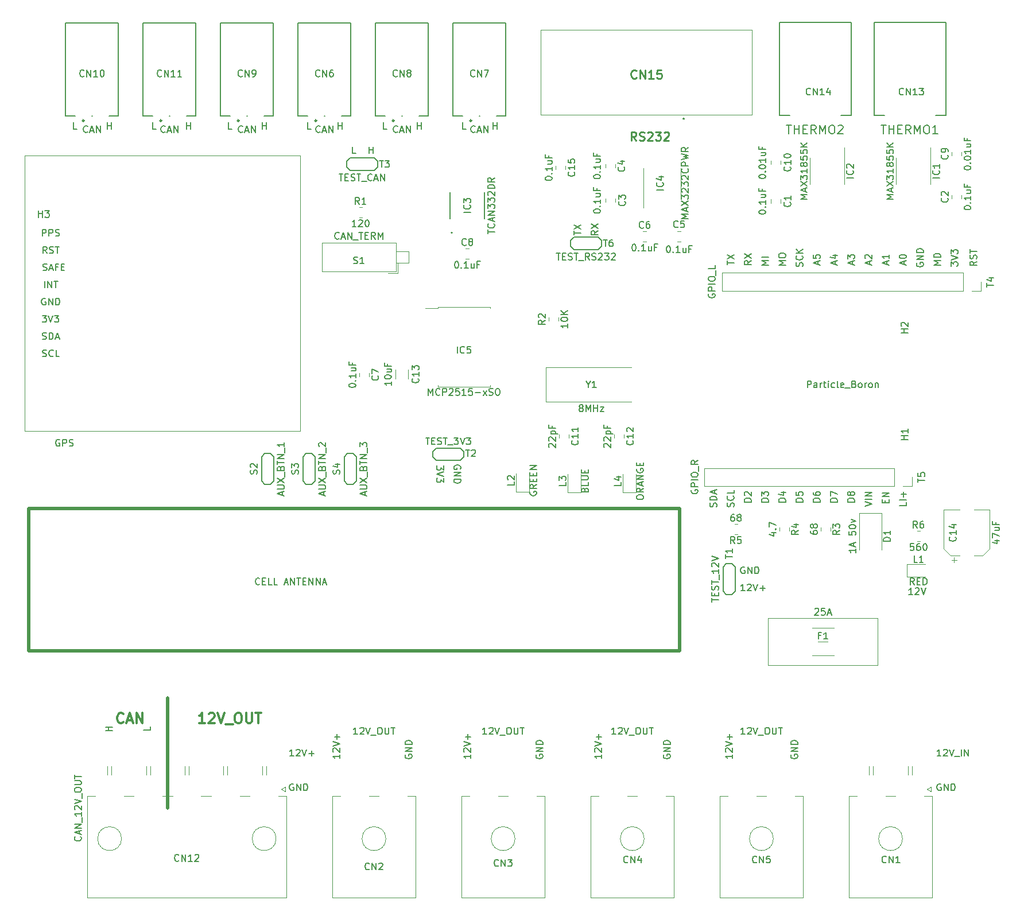
<source format=gto>
G04 #@! TF.GenerationSoftware,KiCad,Pcbnew,(5.1.9-0-10_14)*
G04 #@! TF.CreationDate,2021-09-08T16:00:18-07:00*
G04 #@! TF.ProjectId,telemetry-pcb,74656c65-6d65-4747-9279-2d7063622e6b,rev?*
G04 #@! TF.SameCoordinates,Original*
G04 #@! TF.FileFunction,Legend,Top*
G04 #@! TF.FilePolarity,Positive*
%FSLAX46Y46*%
G04 Gerber Fmt 4.6, Leading zero omitted, Abs format (unit mm)*
G04 Created by KiCad (PCBNEW (5.1.9-0-10_14)) date 2021-09-08 16:00:18*
%MOMM*%
%LPD*%
G01*
G04 APERTURE LIST*
%ADD10C,0.150000*%
%ADD11C,0.300000*%
%ADD12C,0.500000*%
%ADD13C,0.120000*%
%ADD14C,0.200000*%
%ADD15C,0.100000*%
%ADD16C,0.127000*%
%ADD17C,0.250000*%
%ADD18C,0.254000*%
G04 APERTURE END LIST*
D10*
X184572352Y-104655880D02*
X184000923Y-104655880D01*
X184286638Y-104655880D02*
X184286638Y-103655880D01*
X184191400Y-103798738D01*
X184096161Y-103893976D01*
X184000923Y-103941595D01*
X184953304Y-103751119D02*
X185000923Y-103703500D01*
X185096161Y-103655880D01*
X185334257Y-103655880D01*
X185429495Y-103703500D01*
X185477114Y-103751119D01*
X185524733Y-103846357D01*
X185524733Y-103941595D01*
X185477114Y-104084452D01*
X184905685Y-104655880D01*
X185524733Y-104655880D01*
X185810447Y-103655880D02*
X186143780Y-104655880D01*
X186477114Y-103655880D01*
X134580380Y-51561904D02*
X134580380Y-50990476D01*
X135580380Y-51276190D02*
X134580380Y-51276190D01*
X134580380Y-50752380D02*
X135580380Y-50085714D01*
X134580380Y-50085714D02*
X135580380Y-50752380D01*
X138120380Y-50966666D02*
X137644190Y-51300000D01*
X138120380Y-51538095D02*
X137120380Y-51538095D01*
X137120380Y-51157142D01*
X137168000Y-51061904D01*
X137215619Y-51014285D01*
X137310857Y-50966666D01*
X137453714Y-50966666D01*
X137548952Y-51014285D01*
X137596571Y-51061904D01*
X137644190Y-51157142D01*
X137644190Y-51538095D01*
X137120380Y-50633333D02*
X138120380Y-49966666D01*
X137120380Y-49966666D02*
X138120380Y-50633333D01*
X159766095Y-100592000D02*
X159670857Y-100544380D01*
X159528000Y-100544380D01*
X159385142Y-100592000D01*
X159289904Y-100687238D01*
X159242285Y-100782476D01*
X159194666Y-100972952D01*
X159194666Y-101115809D01*
X159242285Y-101306285D01*
X159289904Y-101401523D01*
X159385142Y-101496761D01*
X159528000Y-101544380D01*
X159623238Y-101544380D01*
X159766095Y-101496761D01*
X159813714Y-101449142D01*
X159813714Y-101115809D01*
X159623238Y-101115809D01*
X160242285Y-101544380D02*
X160242285Y-100544380D01*
X160813714Y-101544380D01*
X160813714Y-100544380D01*
X161289904Y-101544380D02*
X161289904Y-100544380D01*
X161528000Y-100544380D01*
X161670857Y-100592000D01*
X161766095Y-100687238D01*
X161813714Y-100782476D01*
X161861333Y-100972952D01*
X161861333Y-101115809D01*
X161813714Y-101306285D01*
X161766095Y-101401523D01*
X161670857Y-101496761D01*
X161528000Y-101544380D01*
X161289904Y-101544380D01*
X159797904Y-104084380D02*
X159226476Y-104084380D01*
X159512190Y-104084380D02*
X159512190Y-103084380D01*
X159416952Y-103227238D01*
X159321714Y-103322476D01*
X159226476Y-103370095D01*
X160178857Y-103179619D02*
X160226476Y-103132000D01*
X160321714Y-103084380D01*
X160559809Y-103084380D01*
X160655047Y-103132000D01*
X160702666Y-103179619D01*
X160750285Y-103274857D01*
X160750285Y-103370095D01*
X160702666Y-103512952D01*
X160131238Y-104084380D01*
X160750285Y-104084380D01*
X161036000Y-103084380D02*
X161369333Y-104084380D01*
X161702666Y-103084380D01*
X162036000Y-103703428D02*
X162797904Y-103703428D01*
X162416952Y-104084380D02*
X162416952Y-103322476D01*
X115355619Y-85629904D02*
X115355619Y-86248952D01*
X114974666Y-85915619D01*
X114974666Y-86058476D01*
X114927047Y-86153714D01*
X114879428Y-86201333D01*
X114784190Y-86248952D01*
X114546095Y-86248952D01*
X114450857Y-86201333D01*
X114403238Y-86153714D01*
X114355619Y-86058476D01*
X114355619Y-85772761D01*
X114403238Y-85677523D01*
X114450857Y-85629904D01*
X115355619Y-86534666D02*
X114355619Y-86868000D01*
X115355619Y-87201333D01*
X115355619Y-87439428D02*
X115355619Y-88058476D01*
X114974666Y-87725142D01*
X114974666Y-87868000D01*
X114927047Y-87963238D01*
X114879428Y-88010857D01*
X114784190Y-88058476D01*
X114546095Y-88058476D01*
X114450857Y-88010857D01*
X114403238Y-87963238D01*
X114355619Y-87868000D01*
X114355619Y-87582285D01*
X114403238Y-87487047D01*
X114450857Y-87439428D01*
X117848000Y-86106095D02*
X117895619Y-86010857D01*
X117895619Y-85868000D01*
X117848000Y-85725142D01*
X117752761Y-85629904D01*
X117657523Y-85582285D01*
X117467047Y-85534666D01*
X117324190Y-85534666D01*
X117133714Y-85582285D01*
X117038476Y-85629904D01*
X116943238Y-85725142D01*
X116895619Y-85868000D01*
X116895619Y-85963238D01*
X116943238Y-86106095D01*
X116990857Y-86153714D01*
X117324190Y-86153714D01*
X117324190Y-85963238D01*
X116895619Y-86582285D02*
X117895619Y-86582285D01*
X116895619Y-87153714D01*
X117895619Y-87153714D01*
X116895619Y-87629904D02*
X117895619Y-87629904D01*
X117895619Y-87868000D01*
X117848000Y-88010857D01*
X117752761Y-88106095D01*
X117657523Y-88153714D01*
X117467047Y-88201333D01*
X117324190Y-88201333D01*
X117133714Y-88153714D01*
X117038476Y-88106095D01*
X116943238Y-88010857D01*
X116895619Y-87868000D01*
X116895619Y-87629904D01*
X104362285Y-39568380D02*
X104362285Y-38568380D01*
X104362285Y-39044571D02*
X104933714Y-39044571D01*
X104933714Y-39568380D02*
X104933714Y-38568380D01*
X102417523Y-39568380D02*
X101941333Y-39568380D01*
X101941333Y-38568380D01*
D11*
X80177142Y-123614571D02*
X79320000Y-123614571D01*
X79748571Y-123614571D02*
X79748571Y-122114571D01*
X79605714Y-122328857D01*
X79462857Y-122471714D01*
X79320000Y-122543142D01*
X80748571Y-122257428D02*
X80820000Y-122186000D01*
X80962857Y-122114571D01*
X81320000Y-122114571D01*
X81462857Y-122186000D01*
X81534285Y-122257428D01*
X81605714Y-122400285D01*
X81605714Y-122543142D01*
X81534285Y-122757428D01*
X80677142Y-123614571D01*
X81605714Y-123614571D01*
X82034285Y-122114571D02*
X82534285Y-123614571D01*
X83034285Y-122114571D01*
X83177142Y-123757428D02*
X84320000Y-123757428D01*
X84962857Y-122114571D02*
X85248571Y-122114571D01*
X85391428Y-122186000D01*
X85534285Y-122328857D01*
X85605714Y-122614571D01*
X85605714Y-123114571D01*
X85534285Y-123400285D01*
X85391428Y-123543142D01*
X85248571Y-123614571D01*
X84962857Y-123614571D01*
X84820000Y-123543142D01*
X84677142Y-123400285D01*
X84605714Y-123114571D01*
X84605714Y-122614571D01*
X84677142Y-122328857D01*
X84820000Y-122186000D01*
X84962857Y-122114571D01*
X86248571Y-122114571D02*
X86248571Y-123328857D01*
X86320000Y-123471714D01*
X86391428Y-123543142D01*
X86534285Y-123614571D01*
X86820000Y-123614571D01*
X86962857Y-123543142D01*
X87034285Y-123471714D01*
X87105714Y-123328857D01*
X87105714Y-122114571D01*
X87605714Y-122114571D02*
X88462857Y-122114571D01*
X88034285Y-123614571D02*
X88034285Y-122114571D01*
D10*
X100020380Y-128238095D02*
X100020380Y-128809523D01*
X100020380Y-128523809D02*
X99020380Y-128523809D01*
X99163238Y-128619047D01*
X99258476Y-128714285D01*
X99306095Y-128809523D01*
X99115619Y-127857142D02*
X99068000Y-127809523D01*
X99020380Y-127714285D01*
X99020380Y-127476190D01*
X99068000Y-127380952D01*
X99115619Y-127333333D01*
X99210857Y-127285714D01*
X99306095Y-127285714D01*
X99448952Y-127333333D01*
X100020380Y-127904761D01*
X100020380Y-127285714D01*
X99020380Y-127000000D02*
X100020380Y-126666666D01*
X99020380Y-126333333D01*
X99639428Y-126000000D02*
X99639428Y-125238095D01*
X100020380Y-125619047D02*
X99258476Y-125619047D01*
X119324380Y-128238095D02*
X119324380Y-128809523D01*
X119324380Y-128523809D02*
X118324380Y-128523809D01*
X118467238Y-128619047D01*
X118562476Y-128714285D01*
X118610095Y-128809523D01*
X118419619Y-127857142D02*
X118372000Y-127809523D01*
X118324380Y-127714285D01*
X118324380Y-127476190D01*
X118372000Y-127380952D01*
X118419619Y-127333333D01*
X118514857Y-127285714D01*
X118610095Y-127285714D01*
X118752952Y-127333333D01*
X119324380Y-127904761D01*
X119324380Y-127285714D01*
X118324380Y-127000000D02*
X119324380Y-126666666D01*
X118324380Y-126333333D01*
X118943428Y-126000000D02*
X118943428Y-125238095D01*
X119324380Y-125619047D02*
X118562476Y-125619047D01*
X138628380Y-128238095D02*
X138628380Y-128809523D01*
X138628380Y-128523809D02*
X137628380Y-128523809D01*
X137771238Y-128619047D01*
X137866476Y-128714285D01*
X137914095Y-128809523D01*
X137723619Y-127857142D02*
X137676000Y-127809523D01*
X137628380Y-127714285D01*
X137628380Y-127476190D01*
X137676000Y-127380952D01*
X137723619Y-127333333D01*
X137818857Y-127285714D01*
X137914095Y-127285714D01*
X138056952Y-127333333D01*
X138628380Y-127904761D01*
X138628380Y-127285714D01*
X137628380Y-127000000D02*
X138628380Y-126666666D01*
X137628380Y-126333333D01*
X138247428Y-126000000D02*
X138247428Y-125238095D01*
X138628380Y-125619047D02*
X137866476Y-125619047D01*
X157932380Y-128238095D02*
X157932380Y-128809523D01*
X157932380Y-128523809D02*
X156932380Y-128523809D01*
X157075238Y-128619047D01*
X157170476Y-128714285D01*
X157218095Y-128809523D01*
X157027619Y-127857142D02*
X156980000Y-127809523D01*
X156932380Y-127714285D01*
X156932380Y-127476190D01*
X156980000Y-127380952D01*
X157027619Y-127333333D01*
X157122857Y-127285714D01*
X157218095Y-127285714D01*
X157360952Y-127333333D01*
X157932380Y-127904761D01*
X157932380Y-127285714D01*
X156932380Y-127000000D02*
X157932380Y-126666666D01*
X156932380Y-126333333D01*
X157551428Y-126000000D02*
X157551428Y-125238095D01*
X157932380Y-125619047D02*
X157170476Y-125619047D01*
D12*
X74676000Y-119888000D02*
X74676000Y-136144000D01*
D10*
X93249904Y-128468380D02*
X92678476Y-128468380D01*
X92964190Y-128468380D02*
X92964190Y-127468380D01*
X92868952Y-127611238D01*
X92773714Y-127706476D01*
X92678476Y-127754095D01*
X93630857Y-127563619D02*
X93678476Y-127516000D01*
X93773714Y-127468380D01*
X94011809Y-127468380D01*
X94107047Y-127516000D01*
X94154666Y-127563619D01*
X94202285Y-127658857D01*
X94202285Y-127754095D01*
X94154666Y-127896952D01*
X93583238Y-128468380D01*
X94202285Y-128468380D01*
X94488000Y-127468380D02*
X94821333Y-128468380D01*
X95154666Y-127468380D01*
X95488000Y-128087428D02*
X96249904Y-128087428D01*
X95868952Y-128468380D02*
X95868952Y-127706476D01*
X93218095Y-132596000D02*
X93122857Y-132548380D01*
X92980000Y-132548380D01*
X92837142Y-132596000D01*
X92741904Y-132691238D01*
X92694285Y-132786476D01*
X92646666Y-132976952D01*
X92646666Y-133119809D01*
X92694285Y-133310285D01*
X92741904Y-133405523D01*
X92837142Y-133500761D01*
X92980000Y-133548380D01*
X93075238Y-133548380D01*
X93218095Y-133500761D01*
X93265714Y-133453142D01*
X93265714Y-133119809D01*
X93075238Y-133119809D01*
X93694285Y-133548380D02*
X93694285Y-132548380D01*
X94265714Y-133548380D01*
X94265714Y-132548380D01*
X94741904Y-133548380D02*
X94741904Y-132548380D01*
X94980000Y-132548380D01*
X95122857Y-132596000D01*
X95218095Y-132691238D01*
X95265714Y-132786476D01*
X95313333Y-132976952D01*
X95313333Y-133119809D01*
X95265714Y-133310285D01*
X95218095Y-133405523D01*
X95122857Y-133500761D01*
X94980000Y-133548380D01*
X94741904Y-133548380D01*
X109736000Y-128269904D02*
X109688380Y-128365142D01*
X109688380Y-128508000D01*
X109736000Y-128650857D01*
X109831238Y-128746095D01*
X109926476Y-128793714D01*
X110116952Y-128841333D01*
X110259809Y-128841333D01*
X110450285Y-128793714D01*
X110545523Y-128746095D01*
X110640761Y-128650857D01*
X110688380Y-128508000D01*
X110688380Y-128412761D01*
X110640761Y-128269904D01*
X110593142Y-128222285D01*
X110259809Y-128222285D01*
X110259809Y-128412761D01*
X110688380Y-127793714D02*
X109688380Y-127793714D01*
X110688380Y-127222285D01*
X109688380Y-127222285D01*
X110688380Y-126746095D02*
X109688380Y-126746095D01*
X109688380Y-126508000D01*
X109736000Y-126365142D01*
X109831238Y-126269904D01*
X109926476Y-126222285D01*
X110116952Y-126174666D01*
X110259809Y-126174666D01*
X110450285Y-126222285D01*
X110545523Y-126269904D01*
X110640761Y-126365142D01*
X110688380Y-126508000D01*
X110688380Y-126746095D01*
X129040000Y-128269904D02*
X128992380Y-128365142D01*
X128992380Y-128508000D01*
X129040000Y-128650857D01*
X129135238Y-128746095D01*
X129230476Y-128793714D01*
X129420952Y-128841333D01*
X129563809Y-128841333D01*
X129754285Y-128793714D01*
X129849523Y-128746095D01*
X129944761Y-128650857D01*
X129992380Y-128508000D01*
X129992380Y-128412761D01*
X129944761Y-128269904D01*
X129897142Y-128222285D01*
X129563809Y-128222285D01*
X129563809Y-128412761D01*
X129992380Y-127793714D02*
X128992380Y-127793714D01*
X129992380Y-127222285D01*
X128992380Y-127222285D01*
X129992380Y-126746095D02*
X128992380Y-126746095D01*
X128992380Y-126508000D01*
X129040000Y-126365142D01*
X129135238Y-126269904D01*
X129230476Y-126222285D01*
X129420952Y-126174666D01*
X129563809Y-126174666D01*
X129754285Y-126222285D01*
X129849523Y-126269904D01*
X129944761Y-126365142D01*
X129992380Y-126508000D01*
X129992380Y-126746095D01*
X147836000Y-128269904D02*
X147788380Y-128365142D01*
X147788380Y-128508000D01*
X147836000Y-128650857D01*
X147931238Y-128746095D01*
X148026476Y-128793714D01*
X148216952Y-128841333D01*
X148359809Y-128841333D01*
X148550285Y-128793714D01*
X148645523Y-128746095D01*
X148740761Y-128650857D01*
X148788380Y-128508000D01*
X148788380Y-128412761D01*
X148740761Y-128269904D01*
X148693142Y-128222285D01*
X148359809Y-128222285D01*
X148359809Y-128412761D01*
X148788380Y-127793714D02*
X147788380Y-127793714D01*
X148788380Y-127222285D01*
X147788380Y-127222285D01*
X148788380Y-126746095D02*
X147788380Y-126746095D01*
X147788380Y-126508000D01*
X147836000Y-126365142D01*
X147931238Y-126269904D01*
X148026476Y-126222285D01*
X148216952Y-126174666D01*
X148359809Y-126174666D01*
X148550285Y-126222285D01*
X148645523Y-126269904D01*
X148740761Y-126365142D01*
X148788380Y-126508000D01*
X148788380Y-126746095D01*
X166632000Y-128269904D02*
X166584380Y-128365142D01*
X166584380Y-128508000D01*
X166632000Y-128650857D01*
X166727238Y-128746095D01*
X166822476Y-128793714D01*
X167012952Y-128841333D01*
X167155809Y-128841333D01*
X167346285Y-128793714D01*
X167441523Y-128746095D01*
X167536761Y-128650857D01*
X167584380Y-128508000D01*
X167584380Y-128412761D01*
X167536761Y-128269904D01*
X167489142Y-128222285D01*
X167155809Y-128222285D01*
X167155809Y-128412761D01*
X167584380Y-127793714D02*
X166584380Y-127793714D01*
X167584380Y-127222285D01*
X166584380Y-127222285D01*
X167584380Y-126746095D02*
X166584380Y-126746095D01*
X166584380Y-126508000D01*
X166632000Y-126365142D01*
X166727238Y-126269904D01*
X166822476Y-126222285D01*
X167012952Y-126174666D01*
X167155809Y-126174666D01*
X167346285Y-126222285D01*
X167441523Y-126269904D01*
X167536761Y-126365142D01*
X167584380Y-126508000D01*
X167584380Y-126746095D01*
X188722095Y-132596000D02*
X188626857Y-132548380D01*
X188484000Y-132548380D01*
X188341142Y-132596000D01*
X188245904Y-132691238D01*
X188198285Y-132786476D01*
X188150666Y-132976952D01*
X188150666Y-133119809D01*
X188198285Y-133310285D01*
X188245904Y-133405523D01*
X188341142Y-133500761D01*
X188484000Y-133548380D01*
X188579238Y-133548380D01*
X188722095Y-133500761D01*
X188769714Y-133453142D01*
X188769714Y-133119809D01*
X188579238Y-133119809D01*
X189198285Y-133548380D02*
X189198285Y-132548380D01*
X189769714Y-133548380D01*
X189769714Y-132548380D01*
X190245904Y-133548380D02*
X190245904Y-132548380D01*
X190484000Y-132548380D01*
X190626857Y-132596000D01*
X190722095Y-132691238D01*
X190769714Y-132786476D01*
X190817333Y-132976952D01*
X190817333Y-133119809D01*
X190769714Y-133310285D01*
X190722095Y-133405523D01*
X190626857Y-133500761D01*
X190484000Y-133548380D01*
X190245904Y-133548380D01*
D11*
X68123714Y-123471714D02*
X68052285Y-123543142D01*
X67838000Y-123614571D01*
X67695142Y-123614571D01*
X67480857Y-123543142D01*
X67338000Y-123400285D01*
X67266571Y-123257428D01*
X67195142Y-122971714D01*
X67195142Y-122757428D01*
X67266571Y-122471714D01*
X67338000Y-122328857D01*
X67480857Y-122186000D01*
X67695142Y-122114571D01*
X67838000Y-122114571D01*
X68052285Y-122186000D01*
X68123714Y-122257428D01*
X68695142Y-123186000D02*
X69409428Y-123186000D01*
X68552285Y-123614571D02*
X69052285Y-122114571D01*
X69552285Y-123614571D01*
X70052285Y-123614571D02*
X70052285Y-122114571D01*
X70909428Y-123614571D01*
X70909428Y-122114571D01*
D10*
X72080380Y-124150476D02*
X72080380Y-124626666D01*
X71080380Y-124626666D01*
X66492380Y-124745714D02*
X65492380Y-124745714D01*
X65968571Y-124745714D02*
X65968571Y-124174285D01*
X66492380Y-124174285D02*
X65492380Y-124174285D01*
X65754285Y-35984380D02*
X65754285Y-34984380D01*
X65754285Y-35460571D02*
X66325714Y-35460571D01*
X66325714Y-35984380D02*
X66325714Y-34984380D01*
X77438285Y-35984380D02*
X77438285Y-34984380D01*
X77438285Y-35460571D02*
X78009714Y-35460571D01*
X78009714Y-35984380D02*
X78009714Y-34984380D01*
X88614285Y-35984380D02*
X88614285Y-34984380D01*
X88614285Y-35460571D02*
X89185714Y-35460571D01*
X89185714Y-35984380D02*
X89185714Y-34984380D01*
X99790285Y-35984380D02*
X99790285Y-34984380D01*
X99790285Y-35460571D02*
X100361714Y-35460571D01*
X100361714Y-35984380D02*
X100361714Y-34984380D01*
X111474285Y-35984380D02*
X111474285Y-34984380D01*
X111474285Y-35460571D02*
X112045714Y-35460571D01*
X112045714Y-35984380D02*
X112045714Y-34984380D01*
X122650285Y-35984380D02*
X122650285Y-34984380D01*
X122650285Y-35460571D02*
X123221714Y-35460571D01*
X123221714Y-35984380D02*
X123221714Y-34984380D01*
X118673523Y-35984380D02*
X118197333Y-35984380D01*
X118197333Y-34984380D01*
X106989523Y-35984380D02*
X106513333Y-35984380D01*
X106513333Y-34984380D01*
X95813523Y-35984380D02*
X95337333Y-35984380D01*
X95337333Y-34984380D01*
X84129523Y-35984380D02*
X83653333Y-35984380D01*
X83653333Y-34984380D01*
X72953523Y-35984380D02*
X72477333Y-35984380D01*
X72477333Y-34984380D01*
X61269523Y-35984380D02*
X60793333Y-35984380D01*
X60793333Y-34984380D01*
X88241761Y-103100142D02*
X88194142Y-103147761D01*
X88051285Y-103195380D01*
X87956047Y-103195380D01*
X87813190Y-103147761D01*
X87717952Y-103052523D01*
X87670333Y-102957285D01*
X87622714Y-102766809D01*
X87622714Y-102623952D01*
X87670333Y-102433476D01*
X87717952Y-102338238D01*
X87813190Y-102243000D01*
X87956047Y-102195380D01*
X88051285Y-102195380D01*
X88194142Y-102243000D01*
X88241761Y-102290619D01*
X88670333Y-102671571D02*
X89003666Y-102671571D01*
X89146523Y-103195380D02*
X88670333Y-103195380D01*
X88670333Y-102195380D01*
X89146523Y-102195380D01*
X90051285Y-103195380D02*
X89575095Y-103195380D01*
X89575095Y-102195380D01*
X90860809Y-103195380D02*
X90384619Y-103195380D01*
X90384619Y-102195380D01*
X91908428Y-102909666D02*
X92384619Y-102909666D01*
X91813190Y-103195380D02*
X92146523Y-102195380D01*
X92479857Y-103195380D01*
X92813190Y-103195380D02*
X92813190Y-102195380D01*
X93384619Y-103195380D01*
X93384619Y-102195380D01*
X93717952Y-102195380D02*
X94289380Y-102195380D01*
X94003666Y-103195380D02*
X94003666Y-102195380D01*
X94622714Y-102671571D02*
X94956047Y-102671571D01*
X95098904Y-103195380D02*
X94622714Y-103195380D01*
X94622714Y-102195380D01*
X95098904Y-102195380D01*
X95527476Y-103195380D02*
X95527476Y-102195380D01*
X96098904Y-103195380D01*
X96098904Y-102195380D01*
X96575095Y-103195380D02*
X96575095Y-102195380D01*
X97146523Y-103195380D01*
X97146523Y-102195380D01*
X97575095Y-102909666D02*
X98051285Y-102909666D01*
X97479857Y-103195380D02*
X97813190Y-102195380D01*
X98146523Y-103195380D01*
D12*
X54172000Y-91938000D02*
X54172000Y-112938000D01*
X150172000Y-112938000D02*
X54172000Y-112938000D01*
X150172000Y-91938000D02*
X150172000Y-112938000D01*
X54172000Y-91938000D02*
X150172000Y-91938000D01*
D13*
X185192936Y-96747000D02*
X185647064Y-96747000D01*
X185192936Y-95277000D02*
X185647064Y-95277000D01*
X158723064Y-94261000D02*
X158268936Y-94261000D01*
X158723064Y-95731000D02*
X158268936Y-95731000D01*
X164873000Y-94768936D02*
X164873000Y-95223064D01*
X166343000Y-94768936D02*
X166343000Y-95223064D01*
X170969000Y-94768936D02*
X170969000Y-95223064D01*
X172439000Y-94768936D02*
X172439000Y-95223064D01*
X143708000Y-89569000D02*
X143708000Y-86884000D01*
X141788000Y-89569000D02*
X143708000Y-89569000D01*
X141788000Y-86884000D02*
X141788000Y-89569000D01*
X135580000Y-89569000D02*
X135580000Y-86884000D01*
X133660000Y-89569000D02*
X135580000Y-89569000D01*
X133660000Y-86884000D02*
X133660000Y-89569000D01*
X127960000Y-89490500D02*
X127960000Y-86805500D01*
X126040000Y-89490500D02*
X127960000Y-89490500D01*
X126040000Y-86805500D02*
X126040000Y-89490500D01*
X183735000Y-102052000D02*
X186420000Y-102052000D01*
X183735000Y-100132000D02*
X183735000Y-102052000D01*
X186420000Y-100132000D02*
X183735000Y-100132000D01*
D10*
X101200000Y-88406000D02*
X100700000Y-87906000D01*
X102000000Y-88406000D02*
X101200000Y-88406000D01*
X102500000Y-87906000D02*
X102000000Y-88406000D01*
X102500000Y-84306000D02*
X102500000Y-87906000D01*
X102000000Y-83806000D02*
X102500000Y-84306000D01*
X101200000Y-83806000D02*
X102000000Y-83806000D01*
X100700000Y-84306000D02*
X101200000Y-83806000D01*
X100700000Y-87906000D02*
X100700000Y-84306000D01*
X95104000Y-88406000D02*
X94604000Y-87906000D01*
X95904000Y-88406000D02*
X95104000Y-88406000D01*
X96404000Y-87906000D02*
X95904000Y-88406000D01*
X96404000Y-84306000D02*
X96404000Y-87906000D01*
X95904000Y-83806000D02*
X96404000Y-84306000D01*
X95104000Y-83806000D02*
X95904000Y-83806000D01*
X94604000Y-84306000D02*
X95104000Y-83806000D01*
X94604000Y-87906000D02*
X94604000Y-84306000D01*
X89008000Y-88406000D02*
X88508000Y-87906000D01*
X89808000Y-88406000D02*
X89008000Y-88406000D01*
X90308000Y-87906000D02*
X89808000Y-88406000D01*
X90308000Y-84306000D02*
X90308000Y-87906000D01*
X89808000Y-83806000D02*
X90308000Y-84306000D01*
X89008000Y-83806000D02*
X89808000Y-83806000D01*
X88508000Y-84306000D02*
X89008000Y-83806000D01*
X88508000Y-87906000D02*
X88508000Y-84306000D01*
D13*
X94234000Y-39878000D02*
X53594000Y-39878000D01*
X94234000Y-80518000D02*
X94234000Y-39878000D01*
X53594000Y-80518000D02*
X94234000Y-80518000D01*
X53594000Y-39878000D02*
X53594000Y-80518000D01*
X184462607Y-87319463D02*
X184462607Y-88649463D01*
X184462607Y-88649463D02*
X183132607Y-88649463D01*
X181862607Y-88649463D02*
X153862607Y-88649463D01*
X153862607Y-85989463D02*
X153862607Y-88649463D01*
X181862607Y-85989463D02*
X153862607Y-85989463D01*
X181862607Y-85989463D02*
X181862607Y-88649463D01*
X194625235Y-58506104D02*
X194625235Y-59836104D01*
X194625235Y-59836104D02*
X193295235Y-59836104D01*
X192025235Y-59836104D02*
X156405235Y-59836104D01*
X156405235Y-57176104D02*
X156405235Y-59836104D01*
X192025235Y-57176104D02*
X156405235Y-57176104D01*
X192025235Y-57176104D02*
X192025235Y-59836104D01*
X108330000Y-56974000D02*
X97410000Y-56974000D01*
X108330000Y-52754000D02*
X97410000Y-52754000D01*
X108330000Y-56974000D02*
X108330000Y-52754000D01*
X97410000Y-56974000D02*
X97410000Y-52754000D01*
X108570000Y-57214000D02*
X107187000Y-57214000D01*
X108570000Y-57214000D02*
X108570000Y-55831000D01*
X110190000Y-55674000D02*
X108330000Y-55674000D01*
X110190000Y-54054000D02*
X108330000Y-54054000D01*
X110190000Y-55674000D02*
X110190000Y-54054000D01*
X108330000Y-55674000D02*
X108330000Y-54054000D01*
X143060000Y-71110000D02*
X130460000Y-71110000D01*
X130460000Y-71110000D02*
X130460000Y-76210000D01*
X130460000Y-76210000D02*
X143060000Y-76210000D01*
D10*
X175460000Y-33945000D02*
X173940000Y-33945000D01*
X166420000Y-33945000D02*
X164900000Y-33945000D01*
X164900000Y-20225000D02*
X164900000Y-33945000D01*
X175460000Y-20225000D02*
X164900000Y-20225000D01*
X175460000Y-20225000D02*
X175460000Y-33945000D01*
X189430000Y-33945000D02*
X187910000Y-33945000D01*
X180390000Y-33945000D02*
X178870000Y-33945000D01*
X178870000Y-20225000D02*
X178870000Y-33945000D01*
X189430000Y-20225000D02*
X178870000Y-20225000D01*
X189430000Y-20225000D02*
X189430000Y-33945000D01*
D14*
X150688000Y-34440000D02*
X150688000Y-34440000D01*
X150888000Y-34440000D02*
X150888000Y-34440000D01*
D15*
X160883000Y-21340000D02*
X160883000Y-33840000D01*
X129693000Y-21340000D02*
X160883000Y-21340000D01*
X129693000Y-33840000D02*
X129693000Y-21340000D01*
X160883000Y-33840000D02*
X129693000Y-33840000D01*
D14*
X150888000Y-34440000D02*
G75*
G03*
X150688000Y-34440000I-100000J0D01*
G01*
X150688000Y-34440000D02*
G75*
G03*
X150888000Y-34440000I100000J0D01*
G01*
D13*
X162990000Y-134340000D02*
X161510000Y-134340000D01*
X156115000Y-134340000D02*
X157290000Y-134340000D01*
X156115000Y-149360000D02*
X156115000Y-134340000D01*
X162250000Y-149360000D02*
X156115000Y-149360000D01*
X168385000Y-134340000D02*
X167210000Y-134340000D01*
X168385000Y-149360000D02*
X168385000Y-134340000D01*
X162250000Y-149360000D02*
X168385000Y-149360000D01*
X164010000Y-140650000D02*
G75*
G03*
X164010000Y-140650000I-1760000J0D01*
G01*
X143940000Y-134340000D02*
X142460000Y-134340000D01*
X137065000Y-134340000D02*
X138240000Y-134340000D01*
X137065000Y-149360000D02*
X137065000Y-134340000D01*
X143200000Y-149360000D02*
X137065000Y-149360000D01*
X149335000Y-134340000D02*
X148160000Y-134340000D01*
X149335000Y-149360000D02*
X149335000Y-134340000D01*
X143200000Y-149360000D02*
X149335000Y-149360000D01*
X144960000Y-140650000D02*
G75*
G03*
X144960000Y-140650000I-1760000J0D01*
G01*
X124890000Y-134340000D02*
X123410000Y-134340000D01*
X118015000Y-134340000D02*
X119190000Y-134340000D01*
X118015000Y-149360000D02*
X118015000Y-134340000D01*
X124150000Y-149360000D02*
X118015000Y-149360000D01*
X130285000Y-134340000D02*
X129110000Y-134340000D01*
X130285000Y-149360000D02*
X130285000Y-134340000D01*
X124150000Y-149360000D02*
X130285000Y-149360000D01*
X125910000Y-140650000D02*
G75*
G03*
X125910000Y-140650000I-1760000J0D01*
G01*
X105840000Y-134340000D02*
X104360000Y-134340000D01*
X98965000Y-134340000D02*
X100140000Y-134340000D01*
X98965000Y-149360000D02*
X98965000Y-134340000D01*
X105100000Y-149360000D02*
X98965000Y-149360000D01*
X111235000Y-134340000D02*
X110060000Y-134340000D01*
X111235000Y-149360000D02*
X111235000Y-134340000D01*
X105100000Y-149360000D02*
X111235000Y-149360000D01*
X106860000Y-140650000D02*
G75*
G03*
X106860000Y-140650000I-1760000J0D01*
G01*
X144839000Y-43942000D02*
X144839000Y-47542000D01*
X144839000Y-43942000D02*
X144839000Y-41742000D01*
X150309000Y-43942000D02*
X150309000Y-46142000D01*
X150309000Y-43942000D02*
X150309000Y-41742000D01*
X174518000Y-42164000D02*
X174518000Y-38714000D01*
X174518000Y-42164000D02*
X174518000Y-44114000D01*
X169398000Y-42164000D02*
X169398000Y-40214000D01*
X169398000Y-42164000D02*
X169398000Y-44114000D01*
X187218000Y-42164000D02*
X187218000Y-38714000D01*
X187218000Y-42164000D02*
X187218000Y-44114000D01*
X182098000Y-42164000D02*
X182098000Y-40214000D01*
X182098000Y-42164000D02*
X182098000Y-44114000D01*
X132307000Y-64235064D02*
X132307000Y-63780936D01*
X130837000Y-64235064D02*
X130837000Y-63780936D01*
X114504000Y-62432000D02*
X112689000Y-62432000D01*
X114504000Y-62187000D02*
X114504000Y-62432000D01*
X118364000Y-62187000D02*
X114504000Y-62187000D01*
X122224000Y-62187000D02*
X122224000Y-62432000D01*
X118364000Y-62187000D02*
X122224000Y-62187000D01*
X114504000Y-73957000D02*
X114504000Y-73712000D01*
X118364000Y-73957000D02*
X114504000Y-73957000D01*
X122224000Y-73957000D02*
X122224000Y-73712000D01*
X118364000Y-73957000D02*
X122224000Y-73957000D01*
D16*
X121397000Y-49194000D02*
X121397000Y-45294000D01*
X116347000Y-49194000D02*
X116347000Y-45294000D01*
D14*
X116667000Y-51284000D02*
G75*
G03*
X116667000Y-51284000I-100000J0D01*
G01*
D13*
X131853000Y-41394748D02*
X131853000Y-41917252D01*
X133323000Y-41394748D02*
X133323000Y-41917252D01*
X190290750Y-99547750D02*
X191078250Y-99547750D01*
X190684500Y-99941500D02*
X190684500Y-99154000D01*
X194877563Y-98914000D02*
X195942000Y-97849563D01*
X190186437Y-98914000D02*
X189122000Y-97849563D01*
X190186437Y-98914000D02*
X191472000Y-98914000D01*
X194877563Y-98914000D02*
X193592000Y-98914000D01*
X195942000Y-97849563D02*
X195942000Y-92094000D01*
X189122000Y-97849563D02*
X189122000Y-92094000D01*
X189122000Y-92094000D02*
X191472000Y-92094000D01*
X195942000Y-92094000D02*
X193592000Y-92094000D01*
X110130000Y-72847252D02*
X110130000Y-71424748D01*
X108310000Y-72847252D02*
X108310000Y-71424748D01*
X140489000Y-81018748D02*
X140489000Y-81541252D01*
X141959000Y-81018748D02*
X141959000Y-81541252D01*
X132361000Y-81018748D02*
X132361000Y-81541252D01*
X133831000Y-81018748D02*
X133831000Y-81541252D01*
X118610748Y-55091000D02*
X119133252Y-55091000D01*
X118610748Y-53621000D02*
X119133252Y-53621000D01*
X102897000Y-71940748D02*
X102897000Y-72463252D01*
X104367000Y-71940748D02*
X104367000Y-72463252D01*
D10*
X67380000Y-34010000D02*
X65990000Y-34010000D01*
X63550000Y-34010000D02*
X63450000Y-34010000D01*
X61010000Y-34010000D02*
X59620000Y-34010000D01*
X59620000Y-20290000D02*
X59620000Y-34010000D01*
X67380000Y-20290000D02*
X59620000Y-20290000D01*
X67380000Y-20290000D02*
X67380000Y-34010000D01*
D17*
X62350000Y-34725000D02*
G75*
G03*
X62350000Y-34725000I-125000J0D01*
G01*
D10*
X78810000Y-34010000D02*
X77420000Y-34010000D01*
X74980000Y-34010000D02*
X74880000Y-34010000D01*
X72440000Y-34010000D02*
X71050000Y-34010000D01*
X71050000Y-20290000D02*
X71050000Y-34010000D01*
X78810000Y-20290000D02*
X71050000Y-20290000D01*
X78810000Y-20290000D02*
X78810000Y-34010000D01*
D17*
X73780000Y-34725000D02*
G75*
G03*
X73780000Y-34725000I-125000J0D01*
G01*
D10*
X90240000Y-34010000D02*
X88850000Y-34010000D01*
X86410000Y-34010000D02*
X86310000Y-34010000D01*
X83870000Y-34010000D02*
X82480000Y-34010000D01*
X82480000Y-20290000D02*
X82480000Y-34010000D01*
X90240000Y-20290000D02*
X82480000Y-20290000D01*
X90240000Y-20290000D02*
X90240000Y-34010000D01*
D17*
X85210000Y-34725000D02*
G75*
G03*
X85210000Y-34725000I-125000J0D01*
G01*
D10*
X113100000Y-34010000D02*
X111710000Y-34010000D01*
X109270000Y-34010000D02*
X109170000Y-34010000D01*
X106730000Y-34010000D02*
X105340000Y-34010000D01*
X105340000Y-20290000D02*
X105340000Y-34010000D01*
X113100000Y-20290000D02*
X105340000Y-20290000D01*
X113100000Y-20290000D02*
X113100000Y-34010000D01*
D17*
X108070000Y-34725000D02*
G75*
G03*
X108070000Y-34725000I-125000J0D01*
G01*
D10*
X124530000Y-34010000D02*
X123140000Y-34010000D01*
X120700000Y-34010000D02*
X120600000Y-34010000D01*
X118160000Y-34010000D02*
X116770000Y-34010000D01*
X116770000Y-20290000D02*
X116770000Y-34010000D01*
X124530000Y-20290000D02*
X116770000Y-20290000D01*
X124530000Y-20290000D02*
X124530000Y-34010000D01*
D17*
X119500000Y-34725000D02*
G75*
G03*
X119500000Y-34725000I-125000J0D01*
G01*
D10*
X101670000Y-34010000D02*
X100280000Y-34010000D01*
X97840000Y-34010000D02*
X97740000Y-34010000D01*
X95300000Y-34010000D02*
X93910000Y-34010000D01*
X93910000Y-20290000D02*
X93910000Y-34010000D01*
X101670000Y-20290000D02*
X93910000Y-20290000D01*
X101670000Y-20290000D02*
X101670000Y-34010000D01*
D17*
X96640000Y-34725000D02*
G75*
G03*
X96640000Y-34725000I-125000J0D01*
G01*
D13*
X90660000Y-140650000D02*
G75*
G03*
X90660000Y-140650000I-1760000J0D01*
G01*
X67860000Y-140650000D02*
G75*
G03*
X67860000Y-140650000I-1760000J0D01*
G01*
X77500000Y-149360000D02*
X92185000Y-149360000D01*
X92185000Y-149360000D02*
X92185000Y-134340000D01*
X92185000Y-134340000D02*
X91010000Y-134340000D01*
X77500000Y-149360000D02*
X62815000Y-149360000D01*
X62815000Y-149360000D02*
X62815000Y-134340000D01*
X62815000Y-134340000D02*
X63990000Y-134340000D01*
X86790000Y-134340000D02*
X85310000Y-134340000D01*
X81090000Y-134340000D02*
X79610000Y-134340000D01*
X75390000Y-134340000D02*
X73910000Y-134340000D01*
X69690000Y-134340000D02*
X68210000Y-134340000D01*
X89200000Y-131240000D02*
X89200000Y-129960000D01*
X88600000Y-131240000D02*
X88600000Y-129960000D01*
X83500000Y-131240000D02*
X83500000Y-129960000D01*
X82900000Y-131240000D02*
X82900000Y-129960000D01*
X77800000Y-131240000D02*
X77800000Y-129960000D01*
X77200000Y-131240000D02*
X77200000Y-129960000D01*
X72100000Y-131240000D02*
X72100000Y-129960000D01*
X71500000Y-131240000D02*
X71500000Y-129960000D01*
X66400000Y-131240000D02*
X66400000Y-129960000D01*
X65800000Y-131240000D02*
X65800000Y-129960000D01*
X91400000Y-133350000D02*
X92000000Y-133050000D01*
X92000000Y-133050000D02*
X92000000Y-133650000D01*
X92000000Y-133650000D02*
X91400000Y-133350000D01*
X179416000Y-115054000D02*
X179416000Y-108114000D01*
X179416000Y-108114000D02*
X163216000Y-108114000D01*
X163216000Y-108114000D02*
X163216000Y-115054000D01*
X163216000Y-115054000D02*
X179416000Y-115054000D01*
X172066000Y-111584000D02*
X170566000Y-111584000D01*
X169716000Y-109584000D02*
X172916000Y-109584000D01*
X172916000Y-113584000D02*
X169716000Y-113584000D01*
X183060000Y-140650000D02*
G75*
G03*
X183060000Y-140650000I-1760000J0D01*
G01*
X181300000Y-149360000D02*
X187435000Y-149360000D01*
X187435000Y-149360000D02*
X187435000Y-134340000D01*
X187435000Y-134340000D02*
X186260000Y-134340000D01*
X181300000Y-149360000D02*
X175165000Y-149360000D01*
X175165000Y-149360000D02*
X175165000Y-134340000D01*
X175165000Y-134340000D02*
X176340000Y-134340000D01*
X182040000Y-134340000D02*
X180560000Y-134340000D01*
X184450000Y-131240000D02*
X184450000Y-129960000D01*
X183850000Y-131240000D02*
X183850000Y-129960000D01*
X178750000Y-131240000D02*
X178750000Y-129960000D01*
X178150000Y-131240000D02*
X178150000Y-129960000D01*
X186650000Y-133350000D02*
X187250000Y-133050000D01*
X187250000Y-133050000D02*
X187250000Y-133650000D01*
X187250000Y-133650000D02*
X186650000Y-133350000D01*
D10*
X134598000Y-51932000D02*
X138198000Y-51932000D01*
X138198000Y-51932000D02*
X138698000Y-52432000D01*
X138698000Y-52432000D02*
X138698000Y-53232000D01*
X138698000Y-53232000D02*
X138198000Y-53732000D01*
X138198000Y-53732000D02*
X134598000Y-53732000D01*
X134598000Y-53732000D02*
X134098000Y-53232000D01*
X134098000Y-53232000D02*
X134098000Y-52432000D01*
X134098000Y-52432000D02*
X134598000Y-51932000D01*
X101578000Y-40248000D02*
X105178000Y-40248000D01*
X105178000Y-40248000D02*
X105678000Y-40748000D01*
X105678000Y-40748000D02*
X105678000Y-41548000D01*
X105678000Y-41548000D02*
X105178000Y-42048000D01*
X105178000Y-42048000D02*
X101578000Y-42048000D01*
X101578000Y-42048000D02*
X101078000Y-41548000D01*
X101078000Y-41548000D02*
X101078000Y-40748000D01*
X101078000Y-40748000D02*
X101578000Y-40248000D01*
X114278000Y-83047000D02*
X117878000Y-83047000D01*
X117878000Y-83047000D02*
X118378000Y-83547000D01*
X118378000Y-83547000D02*
X118378000Y-84347000D01*
X118378000Y-84347000D02*
X117878000Y-84847000D01*
X117878000Y-84847000D02*
X114278000Y-84847000D01*
X114278000Y-84847000D02*
X113778000Y-84347000D01*
X113778000Y-84347000D02*
X113778000Y-83547000D01*
X113778000Y-83547000D02*
X114278000Y-83047000D01*
X156580000Y-104162000D02*
X156580000Y-100562000D01*
X156580000Y-100562000D02*
X157080000Y-100062000D01*
X157080000Y-100062000D02*
X157880000Y-100062000D01*
X157880000Y-100062000D02*
X158380000Y-100562000D01*
X158380000Y-100562000D02*
X158380000Y-104162000D01*
X158380000Y-104162000D02*
X157880000Y-104662000D01*
X157880000Y-104662000D02*
X157080000Y-104662000D01*
X157080000Y-104662000D02*
X156580000Y-104162000D01*
D13*
X102896936Y-47525000D02*
X103351064Y-47525000D01*
X102896936Y-48995000D02*
X103351064Y-48995000D01*
X179958000Y-92612000D02*
X176658000Y-92612000D01*
X176658000Y-92612000D02*
X176658000Y-98012000D01*
X179958000Y-92612000D02*
X179958000Y-98012000D01*
X190273000Y-39885252D02*
X190273000Y-39362748D01*
X191743000Y-39885252D02*
X191743000Y-39362748D01*
X163603000Y-41155252D02*
X163603000Y-40632748D01*
X165073000Y-41155252D02*
X165073000Y-40632748D01*
X144772748Y-51081000D02*
X145295252Y-51081000D01*
X144772748Y-52551000D02*
X145295252Y-52551000D01*
X150375252Y-52551000D02*
X149852748Y-52551000D01*
X150375252Y-51081000D02*
X149852748Y-51081000D01*
X140689000Y-41140748D02*
X140689000Y-41663252D01*
X139219000Y-41140748D02*
X139219000Y-41663252D01*
X139219000Y-46743252D02*
X139219000Y-46220748D01*
X140689000Y-46743252D02*
X140689000Y-46220748D01*
X190273000Y-46235252D02*
X190273000Y-45712748D01*
X191743000Y-46235252D02*
X191743000Y-45712748D01*
X163603000Y-46870252D02*
X163603000Y-46347748D01*
X165073000Y-46870252D02*
X165073000Y-46347748D01*
D10*
X185253333Y-94814380D02*
X184920000Y-94338190D01*
X184681904Y-94814380D02*
X184681904Y-93814380D01*
X185062857Y-93814380D01*
X185158095Y-93862000D01*
X185205714Y-93909619D01*
X185253333Y-94004857D01*
X185253333Y-94147714D01*
X185205714Y-94242952D01*
X185158095Y-94290571D01*
X185062857Y-94338190D01*
X184681904Y-94338190D01*
X186110476Y-93814380D02*
X185920000Y-93814380D01*
X185824761Y-93862000D01*
X185777142Y-93909619D01*
X185681904Y-94052476D01*
X185634285Y-94242952D01*
X185634285Y-94623904D01*
X185681904Y-94719142D01*
X185729523Y-94766761D01*
X185824761Y-94814380D01*
X186015238Y-94814380D01*
X186110476Y-94766761D01*
X186158095Y-94719142D01*
X186205714Y-94623904D01*
X186205714Y-94385809D01*
X186158095Y-94290571D01*
X186110476Y-94242952D01*
X186015238Y-94195333D01*
X185824761Y-94195333D01*
X185729523Y-94242952D01*
X185681904Y-94290571D01*
X185634285Y-94385809D01*
X184705714Y-97114380D02*
X184229523Y-97114380D01*
X184181904Y-97590571D01*
X184229523Y-97542952D01*
X184324761Y-97495333D01*
X184562857Y-97495333D01*
X184658095Y-97542952D01*
X184705714Y-97590571D01*
X184753333Y-97685809D01*
X184753333Y-97923904D01*
X184705714Y-98019142D01*
X184658095Y-98066761D01*
X184562857Y-98114380D01*
X184324761Y-98114380D01*
X184229523Y-98066761D01*
X184181904Y-98019142D01*
X185610476Y-97114380D02*
X185420000Y-97114380D01*
X185324761Y-97162000D01*
X185277142Y-97209619D01*
X185181904Y-97352476D01*
X185134285Y-97542952D01*
X185134285Y-97923904D01*
X185181904Y-98019142D01*
X185229523Y-98066761D01*
X185324761Y-98114380D01*
X185515238Y-98114380D01*
X185610476Y-98066761D01*
X185658095Y-98019142D01*
X185705714Y-97923904D01*
X185705714Y-97685809D01*
X185658095Y-97590571D01*
X185610476Y-97542952D01*
X185515238Y-97495333D01*
X185324761Y-97495333D01*
X185229523Y-97542952D01*
X185181904Y-97590571D01*
X185134285Y-97685809D01*
X186324761Y-97114380D02*
X186420000Y-97114380D01*
X186515238Y-97162000D01*
X186562857Y-97209619D01*
X186610476Y-97304857D01*
X186658095Y-97495333D01*
X186658095Y-97733428D01*
X186610476Y-97923904D01*
X186562857Y-98019142D01*
X186515238Y-98066761D01*
X186420000Y-98114380D01*
X186324761Y-98114380D01*
X186229523Y-98066761D01*
X186181904Y-98019142D01*
X186134285Y-97923904D01*
X186086666Y-97733428D01*
X186086666Y-97495333D01*
X186134285Y-97304857D01*
X186181904Y-97209619D01*
X186229523Y-97162000D01*
X186324761Y-97114380D01*
X158329333Y-97098380D02*
X157996000Y-96622190D01*
X157757904Y-97098380D02*
X157757904Y-96098380D01*
X158138857Y-96098380D01*
X158234095Y-96146000D01*
X158281714Y-96193619D01*
X158329333Y-96288857D01*
X158329333Y-96431714D01*
X158281714Y-96526952D01*
X158234095Y-96574571D01*
X158138857Y-96622190D01*
X157757904Y-96622190D01*
X159234095Y-96098380D02*
X158757904Y-96098380D01*
X158710285Y-96574571D01*
X158757904Y-96526952D01*
X158853142Y-96479333D01*
X159091238Y-96479333D01*
X159186476Y-96526952D01*
X159234095Y-96574571D01*
X159281714Y-96669809D01*
X159281714Y-96907904D01*
X159234095Y-97003142D01*
X159186476Y-97050761D01*
X159091238Y-97098380D01*
X158853142Y-97098380D01*
X158757904Y-97050761D01*
X158710285Y-97003142D01*
X158210285Y-92798380D02*
X158019809Y-92798380D01*
X157924571Y-92846000D01*
X157876952Y-92893619D01*
X157781714Y-93036476D01*
X157734095Y-93226952D01*
X157734095Y-93607904D01*
X157781714Y-93703142D01*
X157829333Y-93750761D01*
X157924571Y-93798380D01*
X158115047Y-93798380D01*
X158210285Y-93750761D01*
X158257904Y-93703142D01*
X158305523Y-93607904D01*
X158305523Y-93369809D01*
X158257904Y-93274571D01*
X158210285Y-93226952D01*
X158115047Y-93179333D01*
X157924571Y-93179333D01*
X157829333Y-93226952D01*
X157781714Y-93274571D01*
X157734095Y-93369809D01*
X158876952Y-93226952D02*
X158781714Y-93179333D01*
X158734095Y-93131714D01*
X158686476Y-93036476D01*
X158686476Y-92988857D01*
X158734095Y-92893619D01*
X158781714Y-92846000D01*
X158876952Y-92798380D01*
X159067428Y-92798380D01*
X159162666Y-92846000D01*
X159210285Y-92893619D01*
X159257904Y-92988857D01*
X159257904Y-93036476D01*
X159210285Y-93131714D01*
X159162666Y-93179333D01*
X159067428Y-93226952D01*
X158876952Y-93226952D01*
X158781714Y-93274571D01*
X158734095Y-93322190D01*
X158686476Y-93417428D01*
X158686476Y-93607904D01*
X158734095Y-93703142D01*
X158781714Y-93750761D01*
X158876952Y-93798380D01*
X159067428Y-93798380D01*
X159162666Y-93750761D01*
X159210285Y-93703142D01*
X159257904Y-93607904D01*
X159257904Y-93417428D01*
X159210285Y-93322190D01*
X159162666Y-93274571D01*
X159067428Y-93226952D01*
X167710380Y-95162666D02*
X167234190Y-95496000D01*
X167710380Y-95734095D02*
X166710380Y-95734095D01*
X166710380Y-95353142D01*
X166758000Y-95257904D01*
X166805619Y-95210285D01*
X166900857Y-95162666D01*
X167043714Y-95162666D01*
X167138952Y-95210285D01*
X167186571Y-95257904D01*
X167234190Y-95353142D01*
X167234190Y-95734095D01*
X167043714Y-94305523D02*
X167710380Y-94305523D01*
X166662761Y-94543619D02*
X167377047Y-94781714D01*
X167377047Y-94162666D01*
X163743714Y-95519809D02*
X164410380Y-95519809D01*
X163362761Y-95757904D02*
X164077047Y-95996000D01*
X164077047Y-95376952D01*
X164315142Y-94996000D02*
X164362761Y-94948380D01*
X164410380Y-94996000D01*
X164362761Y-95043619D01*
X164315142Y-94996000D01*
X164410380Y-94996000D01*
X163410380Y-94615047D02*
X163410380Y-93948380D01*
X164410380Y-94376952D01*
X173806380Y-95162666D02*
X173330190Y-95496000D01*
X173806380Y-95734095D02*
X172806380Y-95734095D01*
X172806380Y-95353142D01*
X172854000Y-95257904D01*
X172901619Y-95210285D01*
X172996857Y-95162666D01*
X173139714Y-95162666D01*
X173234952Y-95210285D01*
X173282571Y-95257904D01*
X173330190Y-95353142D01*
X173330190Y-95734095D01*
X172806380Y-94829333D02*
X172806380Y-94210285D01*
X173187333Y-94543619D01*
X173187333Y-94400761D01*
X173234952Y-94305523D01*
X173282571Y-94257904D01*
X173377809Y-94210285D01*
X173615904Y-94210285D01*
X173711142Y-94257904D01*
X173758761Y-94305523D01*
X173806380Y-94400761D01*
X173806380Y-94686476D01*
X173758761Y-94781714D01*
X173711142Y-94829333D01*
X169506380Y-95281714D02*
X169506380Y-95472190D01*
X169554000Y-95567428D01*
X169601619Y-95615047D01*
X169744476Y-95710285D01*
X169934952Y-95757904D01*
X170315904Y-95757904D01*
X170411142Y-95710285D01*
X170458761Y-95662666D01*
X170506380Y-95567428D01*
X170506380Y-95376952D01*
X170458761Y-95281714D01*
X170411142Y-95234095D01*
X170315904Y-95186476D01*
X170077809Y-95186476D01*
X169982571Y-95234095D01*
X169934952Y-95281714D01*
X169887333Y-95376952D01*
X169887333Y-95567428D01*
X169934952Y-95662666D01*
X169982571Y-95710285D01*
X170077809Y-95757904D01*
X169934952Y-94615047D02*
X169887333Y-94710285D01*
X169839714Y-94757904D01*
X169744476Y-94805523D01*
X169696857Y-94805523D01*
X169601619Y-94757904D01*
X169554000Y-94710285D01*
X169506380Y-94615047D01*
X169506380Y-94424571D01*
X169554000Y-94329333D01*
X169601619Y-94281714D01*
X169696857Y-94234095D01*
X169744476Y-94234095D01*
X169839714Y-94281714D01*
X169887333Y-94329333D01*
X169934952Y-94424571D01*
X169934952Y-94615047D01*
X169982571Y-94710285D01*
X170030190Y-94757904D01*
X170125428Y-94805523D01*
X170315904Y-94805523D01*
X170411142Y-94757904D01*
X170458761Y-94710285D01*
X170506380Y-94615047D01*
X170506380Y-94424571D01*
X170458761Y-94329333D01*
X170411142Y-94281714D01*
X170315904Y-94234095D01*
X170125428Y-94234095D01*
X170030190Y-94281714D01*
X169982571Y-94329333D01*
X169934952Y-94424571D01*
X141550380Y-88050666D02*
X141550380Y-88526857D01*
X140550380Y-88526857D01*
X140883714Y-87288761D02*
X141550380Y-87288761D01*
X140502761Y-87526857D02*
X141217047Y-87764952D01*
X141217047Y-87145904D01*
X143850380Y-90384000D02*
X143850380Y-90193523D01*
X143898000Y-90098285D01*
X143993238Y-90003047D01*
X144183714Y-89955428D01*
X144517047Y-89955428D01*
X144707523Y-90003047D01*
X144802761Y-90098285D01*
X144850380Y-90193523D01*
X144850380Y-90384000D01*
X144802761Y-90479238D01*
X144707523Y-90574476D01*
X144517047Y-90622095D01*
X144183714Y-90622095D01*
X143993238Y-90574476D01*
X143898000Y-90479238D01*
X143850380Y-90384000D01*
X144850380Y-88955428D02*
X144374190Y-89288761D01*
X144850380Y-89526857D02*
X143850380Y-89526857D01*
X143850380Y-89145904D01*
X143898000Y-89050666D01*
X143945619Y-89003047D01*
X144040857Y-88955428D01*
X144183714Y-88955428D01*
X144278952Y-89003047D01*
X144326571Y-89050666D01*
X144374190Y-89145904D01*
X144374190Y-89526857D01*
X144564666Y-88574476D02*
X144564666Y-88098285D01*
X144850380Y-88669714D02*
X143850380Y-88336380D01*
X144850380Y-88003047D01*
X144850380Y-87669714D02*
X143850380Y-87669714D01*
X144850380Y-87098285D01*
X143850380Y-87098285D01*
X143898000Y-86098285D02*
X143850380Y-86193523D01*
X143850380Y-86336380D01*
X143898000Y-86479238D01*
X143993238Y-86574476D01*
X144088476Y-86622095D01*
X144278952Y-86669714D01*
X144421809Y-86669714D01*
X144612285Y-86622095D01*
X144707523Y-86574476D01*
X144802761Y-86479238D01*
X144850380Y-86336380D01*
X144850380Y-86241142D01*
X144802761Y-86098285D01*
X144755142Y-86050666D01*
X144421809Y-86050666D01*
X144421809Y-86241142D01*
X144326571Y-85622095D02*
X144326571Y-85288761D01*
X144850380Y-85145904D02*
X144850380Y-85622095D01*
X143850380Y-85622095D01*
X143850380Y-85145904D01*
X133422380Y-88050666D02*
X133422380Y-88526857D01*
X132422380Y-88526857D01*
X132422380Y-87812571D02*
X132422380Y-87193523D01*
X132803333Y-87526857D01*
X132803333Y-87384000D01*
X132850952Y-87288761D01*
X132898571Y-87241142D01*
X132993809Y-87193523D01*
X133231904Y-87193523D01*
X133327142Y-87241142D01*
X133374761Y-87288761D01*
X133422380Y-87384000D01*
X133422380Y-87669714D01*
X133374761Y-87764952D01*
X133327142Y-87812571D01*
X136198571Y-89193523D02*
X136246190Y-89050666D01*
X136293809Y-89003047D01*
X136389047Y-88955428D01*
X136531904Y-88955428D01*
X136627142Y-89003047D01*
X136674761Y-89050666D01*
X136722380Y-89145904D01*
X136722380Y-89526857D01*
X135722380Y-89526857D01*
X135722380Y-89193523D01*
X135770000Y-89098285D01*
X135817619Y-89050666D01*
X135912857Y-89003047D01*
X136008095Y-89003047D01*
X136103333Y-89050666D01*
X136150952Y-89098285D01*
X136198571Y-89193523D01*
X136198571Y-89526857D01*
X136722380Y-88050666D02*
X136722380Y-88526857D01*
X135722380Y-88526857D01*
X135722380Y-87717333D02*
X136531904Y-87717333D01*
X136627142Y-87669714D01*
X136674761Y-87622095D01*
X136722380Y-87526857D01*
X136722380Y-87336380D01*
X136674761Y-87241142D01*
X136627142Y-87193523D01*
X136531904Y-87145904D01*
X135722380Y-87145904D01*
X136198571Y-86669714D02*
X136198571Y-86336380D01*
X136722380Y-86193523D02*
X136722380Y-86669714D01*
X135722380Y-86669714D01*
X135722380Y-86193523D01*
X125802380Y-87972166D02*
X125802380Y-88448357D01*
X124802380Y-88448357D01*
X124897619Y-87686452D02*
X124850000Y-87638833D01*
X124802380Y-87543595D01*
X124802380Y-87305500D01*
X124850000Y-87210261D01*
X124897619Y-87162642D01*
X124992857Y-87115023D01*
X125088095Y-87115023D01*
X125230952Y-87162642D01*
X125802380Y-87734071D01*
X125802380Y-87115023D01*
X128150000Y-89472166D02*
X128102380Y-89567404D01*
X128102380Y-89710261D01*
X128150000Y-89853119D01*
X128245238Y-89948357D01*
X128340476Y-89995976D01*
X128530952Y-90043595D01*
X128673809Y-90043595D01*
X128864285Y-89995976D01*
X128959523Y-89948357D01*
X129054761Y-89853119D01*
X129102380Y-89710261D01*
X129102380Y-89615023D01*
X129054761Y-89472166D01*
X129007142Y-89424547D01*
X128673809Y-89424547D01*
X128673809Y-89615023D01*
X129102380Y-88424547D02*
X128626190Y-88757880D01*
X129102380Y-88995976D02*
X128102380Y-88995976D01*
X128102380Y-88615023D01*
X128150000Y-88519785D01*
X128197619Y-88472166D01*
X128292857Y-88424547D01*
X128435714Y-88424547D01*
X128530952Y-88472166D01*
X128578571Y-88519785D01*
X128626190Y-88615023D01*
X128626190Y-88995976D01*
X128578571Y-87995976D02*
X128578571Y-87662642D01*
X129102380Y-87519785D02*
X129102380Y-87995976D01*
X128102380Y-87995976D01*
X128102380Y-87519785D01*
X128578571Y-87091214D02*
X128578571Y-86757880D01*
X129102380Y-86615023D02*
X129102380Y-87091214D01*
X128102380Y-87091214D01*
X128102380Y-86615023D01*
X129102380Y-86186452D02*
X128102380Y-86186452D01*
X129102380Y-85615023D01*
X128102380Y-85615023D01*
X185253333Y-99894380D02*
X184777142Y-99894380D01*
X184777142Y-98894380D01*
X186110476Y-99894380D02*
X185539047Y-99894380D01*
X185824761Y-99894380D02*
X185824761Y-98894380D01*
X185729523Y-99037238D01*
X185634285Y-99132476D01*
X185539047Y-99180095D01*
X184777142Y-103194380D02*
X184443809Y-102718190D01*
X184205714Y-103194380D02*
X184205714Y-102194380D01*
X184586666Y-102194380D01*
X184681904Y-102242000D01*
X184729523Y-102289619D01*
X184777142Y-102384857D01*
X184777142Y-102527714D01*
X184729523Y-102622952D01*
X184681904Y-102670571D01*
X184586666Y-102718190D01*
X184205714Y-102718190D01*
X185205714Y-102670571D02*
X185539047Y-102670571D01*
X185681904Y-103194380D02*
X185205714Y-103194380D01*
X185205714Y-102194380D01*
X185681904Y-102194380D01*
X186110476Y-103194380D02*
X186110476Y-102194380D01*
X186348571Y-102194380D01*
X186491428Y-102242000D01*
X186586666Y-102337238D01*
X186634285Y-102432476D01*
X186681904Y-102622952D01*
X186681904Y-102765809D01*
X186634285Y-102956285D01*
X186586666Y-103051523D01*
X186491428Y-103146761D01*
X186348571Y-103194380D01*
X186110476Y-103194380D01*
X100004761Y-86837904D02*
X100052380Y-86695047D01*
X100052380Y-86456952D01*
X100004761Y-86361714D01*
X99957142Y-86314095D01*
X99861904Y-86266476D01*
X99766666Y-86266476D01*
X99671428Y-86314095D01*
X99623809Y-86361714D01*
X99576190Y-86456952D01*
X99528571Y-86647428D01*
X99480952Y-86742666D01*
X99433333Y-86790285D01*
X99338095Y-86837904D01*
X99242857Y-86837904D01*
X99147619Y-86790285D01*
X99100000Y-86742666D01*
X99052380Y-86647428D01*
X99052380Y-86409333D01*
X99100000Y-86266476D01*
X99385714Y-85409333D02*
X100052380Y-85409333D01*
X99004761Y-85647428D02*
X99719047Y-85885523D01*
X99719047Y-85266476D01*
X103766666Y-89986952D02*
X103766666Y-89510761D01*
X104052380Y-90082190D02*
X103052380Y-89748857D01*
X104052380Y-89415523D01*
X103052380Y-89082190D02*
X103861904Y-89082190D01*
X103957142Y-89034571D01*
X104004761Y-88986952D01*
X104052380Y-88891714D01*
X104052380Y-88701238D01*
X104004761Y-88606000D01*
X103957142Y-88558380D01*
X103861904Y-88510761D01*
X103052380Y-88510761D01*
X103052380Y-88129809D02*
X104052380Y-87463142D01*
X103052380Y-87463142D02*
X104052380Y-88129809D01*
X104147619Y-87320285D02*
X104147619Y-86558380D01*
X103528571Y-85986952D02*
X103576190Y-85844095D01*
X103623809Y-85796476D01*
X103719047Y-85748857D01*
X103861904Y-85748857D01*
X103957142Y-85796476D01*
X104004761Y-85844095D01*
X104052380Y-85939333D01*
X104052380Y-86320285D01*
X103052380Y-86320285D01*
X103052380Y-85986952D01*
X103100000Y-85891714D01*
X103147619Y-85844095D01*
X103242857Y-85796476D01*
X103338095Y-85796476D01*
X103433333Y-85844095D01*
X103480952Y-85891714D01*
X103528571Y-85986952D01*
X103528571Y-86320285D01*
X103052380Y-85463142D02*
X103052380Y-84891714D01*
X104052380Y-85177428D02*
X103052380Y-85177428D01*
X104052380Y-84558380D02*
X103052380Y-84558380D01*
X104052380Y-83986952D01*
X103052380Y-83986952D01*
X104147619Y-83748857D02*
X104147619Y-82986952D01*
X103052380Y-82844095D02*
X103052380Y-82225047D01*
X103433333Y-82558380D01*
X103433333Y-82415523D01*
X103480952Y-82320285D01*
X103528571Y-82272666D01*
X103623809Y-82225047D01*
X103861904Y-82225047D01*
X103957142Y-82272666D01*
X104004761Y-82320285D01*
X104052380Y-82415523D01*
X104052380Y-82701238D01*
X104004761Y-82796476D01*
X103957142Y-82844095D01*
X93908761Y-86837904D02*
X93956380Y-86695047D01*
X93956380Y-86456952D01*
X93908761Y-86361714D01*
X93861142Y-86314095D01*
X93765904Y-86266476D01*
X93670666Y-86266476D01*
X93575428Y-86314095D01*
X93527809Y-86361714D01*
X93480190Y-86456952D01*
X93432571Y-86647428D01*
X93384952Y-86742666D01*
X93337333Y-86790285D01*
X93242095Y-86837904D01*
X93146857Y-86837904D01*
X93051619Y-86790285D01*
X93004000Y-86742666D01*
X92956380Y-86647428D01*
X92956380Y-86409333D01*
X93004000Y-86266476D01*
X92956380Y-85933142D02*
X92956380Y-85314095D01*
X93337333Y-85647428D01*
X93337333Y-85504571D01*
X93384952Y-85409333D01*
X93432571Y-85361714D01*
X93527809Y-85314095D01*
X93765904Y-85314095D01*
X93861142Y-85361714D01*
X93908761Y-85409333D01*
X93956380Y-85504571D01*
X93956380Y-85790285D01*
X93908761Y-85885523D01*
X93861142Y-85933142D01*
X97670666Y-89986952D02*
X97670666Y-89510761D01*
X97956380Y-90082190D02*
X96956380Y-89748857D01*
X97956380Y-89415523D01*
X96956380Y-89082190D02*
X97765904Y-89082190D01*
X97861142Y-89034571D01*
X97908761Y-88986952D01*
X97956380Y-88891714D01*
X97956380Y-88701238D01*
X97908761Y-88606000D01*
X97861142Y-88558380D01*
X97765904Y-88510761D01*
X96956380Y-88510761D01*
X96956380Y-88129809D02*
X97956380Y-87463142D01*
X96956380Y-87463142D02*
X97956380Y-88129809D01*
X98051619Y-87320285D02*
X98051619Y-86558380D01*
X97432571Y-85986952D02*
X97480190Y-85844095D01*
X97527809Y-85796476D01*
X97623047Y-85748857D01*
X97765904Y-85748857D01*
X97861142Y-85796476D01*
X97908761Y-85844095D01*
X97956380Y-85939333D01*
X97956380Y-86320285D01*
X96956380Y-86320285D01*
X96956380Y-85986952D01*
X97004000Y-85891714D01*
X97051619Y-85844095D01*
X97146857Y-85796476D01*
X97242095Y-85796476D01*
X97337333Y-85844095D01*
X97384952Y-85891714D01*
X97432571Y-85986952D01*
X97432571Y-86320285D01*
X96956380Y-85463142D02*
X96956380Y-84891714D01*
X97956380Y-85177428D02*
X96956380Y-85177428D01*
X97956380Y-84558380D02*
X96956380Y-84558380D01*
X97956380Y-83986952D01*
X96956380Y-83986952D01*
X98051619Y-83748857D02*
X98051619Y-82986952D01*
X97051619Y-82796476D02*
X97004000Y-82748857D01*
X96956380Y-82653619D01*
X96956380Y-82415523D01*
X97004000Y-82320285D01*
X97051619Y-82272666D01*
X97146857Y-82225047D01*
X97242095Y-82225047D01*
X97384952Y-82272666D01*
X97956380Y-82844095D01*
X97956380Y-82225047D01*
X87812761Y-86837904D02*
X87860380Y-86695047D01*
X87860380Y-86456952D01*
X87812761Y-86361714D01*
X87765142Y-86314095D01*
X87669904Y-86266476D01*
X87574666Y-86266476D01*
X87479428Y-86314095D01*
X87431809Y-86361714D01*
X87384190Y-86456952D01*
X87336571Y-86647428D01*
X87288952Y-86742666D01*
X87241333Y-86790285D01*
X87146095Y-86837904D01*
X87050857Y-86837904D01*
X86955619Y-86790285D01*
X86908000Y-86742666D01*
X86860380Y-86647428D01*
X86860380Y-86409333D01*
X86908000Y-86266476D01*
X86955619Y-85885523D02*
X86908000Y-85837904D01*
X86860380Y-85742666D01*
X86860380Y-85504571D01*
X86908000Y-85409333D01*
X86955619Y-85361714D01*
X87050857Y-85314095D01*
X87146095Y-85314095D01*
X87288952Y-85361714D01*
X87860380Y-85933142D01*
X87860380Y-85314095D01*
X91574666Y-89986952D02*
X91574666Y-89510761D01*
X91860380Y-90082190D02*
X90860380Y-89748857D01*
X91860380Y-89415523D01*
X90860380Y-89082190D02*
X91669904Y-89082190D01*
X91765142Y-89034571D01*
X91812761Y-88986952D01*
X91860380Y-88891714D01*
X91860380Y-88701238D01*
X91812761Y-88606000D01*
X91765142Y-88558380D01*
X91669904Y-88510761D01*
X90860380Y-88510761D01*
X90860380Y-88129809D02*
X91860380Y-87463142D01*
X90860380Y-87463142D02*
X91860380Y-88129809D01*
X91955619Y-87320285D02*
X91955619Y-86558380D01*
X91336571Y-85986952D02*
X91384190Y-85844095D01*
X91431809Y-85796476D01*
X91527047Y-85748857D01*
X91669904Y-85748857D01*
X91765142Y-85796476D01*
X91812761Y-85844095D01*
X91860380Y-85939333D01*
X91860380Y-86320285D01*
X90860380Y-86320285D01*
X90860380Y-85986952D01*
X90908000Y-85891714D01*
X90955619Y-85844095D01*
X91050857Y-85796476D01*
X91146095Y-85796476D01*
X91241333Y-85844095D01*
X91288952Y-85891714D01*
X91336571Y-85986952D01*
X91336571Y-86320285D01*
X90860380Y-85463142D02*
X90860380Y-84891714D01*
X91860380Y-85177428D02*
X90860380Y-85177428D01*
X91860380Y-84558380D02*
X90860380Y-84558380D01*
X91860380Y-83986952D01*
X90860380Y-83986952D01*
X91955619Y-83748857D02*
X91955619Y-82986952D01*
X91860380Y-82225047D02*
X91860380Y-82796476D01*
X91860380Y-82510761D02*
X90860380Y-82510761D01*
X91003238Y-82606000D01*
X91098476Y-82701238D01*
X91146095Y-82796476D01*
X55626095Y-48990380D02*
X55626095Y-47990380D01*
X55626095Y-48466571D02*
X56197523Y-48466571D01*
X56197523Y-48990380D02*
X56197523Y-47990380D01*
X56578476Y-47990380D02*
X57197523Y-47990380D01*
X56864190Y-48371333D01*
X57007047Y-48371333D01*
X57102285Y-48418952D01*
X57149904Y-48466571D01*
X57197523Y-48561809D01*
X57197523Y-48799904D01*
X57149904Y-48895142D01*
X57102285Y-48942761D01*
X57007047Y-48990380D01*
X56721333Y-48990380D01*
X56626095Y-48942761D01*
X56578476Y-48895142D01*
X58721714Y-81796000D02*
X58626476Y-81748380D01*
X58483619Y-81748380D01*
X58340761Y-81796000D01*
X58245523Y-81891238D01*
X58197904Y-81986476D01*
X58150285Y-82176952D01*
X58150285Y-82319809D01*
X58197904Y-82510285D01*
X58245523Y-82605523D01*
X58340761Y-82700761D01*
X58483619Y-82748380D01*
X58578857Y-82748380D01*
X58721714Y-82700761D01*
X58769333Y-82653142D01*
X58769333Y-82319809D01*
X58578857Y-82319809D01*
X59197904Y-82748380D02*
X59197904Y-81748380D01*
X59578857Y-81748380D01*
X59674095Y-81796000D01*
X59721714Y-81843619D01*
X59769333Y-81938857D01*
X59769333Y-82081714D01*
X59721714Y-82176952D01*
X59674095Y-82224571D01*
X59578857Y-82272190D01*
X59197904Y-82272190D01*
X60150285Y-82700761D02*
X60293142Y-82748380D01*
X60531238Y-82748380D01*
X60626476Y-82700761D01*
X60674095Y-82653142D01*
X60721714Y-82557904D01*
X60721714Y-82462666D01*
X60674095Y-82367428D01*
X60626476Y-82319809D01*
X60531238Y-82272190D01*
X60340761Y-82224571D01*
X60245523Y-82176952D01*
X60197904Y-82129333D01*
X60150285Y-82034095D01*
X60150285Y-81938857D01*
X60197904Y-81843619D01*
X60245523Y-81796000D01*
X60340761Y-81748380D01*
X60578857Y-81748380D01*
X60721714Y-81796000D01*
X56165904Y-51760380D02*
X56165904Y-50760380D01*
X56546857Y-50760380D01*
X56642095Y-50808000D01*
X56689714Y-50855619D01*
X56737333Y-50950857D01*
X56737333Y-51093714D01*
X56689714Y-51188952D01*
X56642095Y-51236571D01*
X56546857Y-51284190D01*
X56165904Y-51284190D01*
X57165904Y-51760380D02*
X57165904Y-50760380D01*
X57546857Y-50760380D01*
X57642095Y-50808000D01*
X57689714Y-50855619D01*
X57737333Y-50950857D01*
X57737333Y-51093714D01*
X57689714Y-51188952D01*
X57642095Y-51236571D01*
X57546857Y-51284190D01*
X57165904Y-51284190D01*
X58118285Y-51712761D02*
X58261142Y-51760380D01*
X58499238Y-51760380D01*
X58594476Y-51712761D01*
X58642095Y-51665142D01*
X58689714Y-51569904D01*
X58689714Y-51474666D01*
X58642095Y-51379428D01*
X58594476Y-51331809D01*
X58499238Y-51284190D01*
X58308761Y-51236571D01*
X58213523Y-51188952D01*
X58165904Y-51141333D01*
X58118285Y-51046095D01*
X58118285Y-50950857D01*
X58165904Y-50855619D01*
X58213523Y-50808000D01*
X58308761Y-50760380D01*
X58546857Y-50760380D01*
X58689714Y-50808000D01*
X56856380Y-54300380D02*
X56523047Y-53824190D01*
X56284952Y-54300380D02*
X56284952Y-53300380D01*
X56665904Y-53300380D01*
X56761142Y-53348000D01*
X56808761Y-53395619D01*
X56856380Y-53490857D01*
X56856380Y-53633714D01*
X56808761Y-53728952D01*
X56761142Y-53776571D01*
X56665904Y-53824190D01*
X56284952Y-53824190D01*
X57237333Y-54252761D02*
X57380190Y-54300380D01*
X57618285Y-54300380D01*
X57713523Y-54252761D01*
X57761142Y-54205142D01*
X57808761Y-54109904D01*
X57808761Y-54014666D01*
X57761142Y-53919428D01*
X57713523Y-53871809D01*
X57618285Y-53824190D01*
X57427809Y-53776571D01*
X57332571Y-53728952D01*
X57284952Y-53681333D01*
X57237333Y-53586095D01*
X57237333Y-53490857D01*
X57284952Y-53395619D01*
X57332571Y-53348000D01*
X57427809Y-53300380D01*
X57665904Y-53300380D01*
X57808761Y-53348000D01*
X58094476Y-53300380D02*
X58665904Y-53300380D01*
X58380190Y-54300380D02*
X58380190Y-53300380D01*
X56268761Y-56792761D02*
X56411619Y-56840380D01*
X56649714Y-56840380D01*
X56744952Y-56792761D01*
X56792571Y-56745142D01*
X56840190Y-56649904D01*
X56840190Y-56554666D01*
X56792571Y-56459428D01*
X56744952Y-56411809D01*
X56649714Y-56364190D01*
X56459238Y-56316571D01*
X56364000Y-56268952D01*
X56316380Y-56221333D01*
X56268761Y-56126095D01*
X56268761Y-56030857D01*
X56316380Y-55935619D01*
X56364000Y-55888000D01*
X56459238Y-55840380D01*
X56697333Y-55840380D01*
X56840190Y-55888000D01*
X57221142Y-56554666D02*
X57697333Y-56554666D01*
X57125904Y-56840380D02*
X57459238Y-55840380D01*
X57792571Y-56840380D01*
X58459238Y-56316571D02*
X58125904Y-56316571D01*
X58125904Y-56840380D02*
X58125904Y-55840380D01*
X58602095Y-55840380D01*
X58983047Y-56316571D02*
X59316380Y-56316571D01*
X59459238Y-56840380D02*
X58983047Y-56840380D01*
X58983047Y-55840380D01*
X59459238Y-55840380D01*
X56499238Y-59380380D02*
X56499238Y-58380380D01*
X56975428Y-59380380D02*
X56975428Y-58380380D01*
X57546857Y-59380380D01*
X57546857Y-58380380D01*
X57880190Y-58380380D02*
X58451619Y-58380380D01*
X58165904Y-59380380D02*
X58165904Y-58380380D01*
X56642095Y-60968000D02*
X56546857Y-60920380D01*
X56404000Y-60920380D01*
X56261142Y-60968000D01*
X56165904Y-61063238D01*
X56118285Y-61158476D01*
X56070666Y-61348952D01*
X56070666Y-61491809D01*
X56118285Y-61682285D01*
X56165904Y-61777523D01*
X56261142Y-61872761D01*
X56404000Y-61920380D01*
X56499238Y-61920380D01*
X56642095Y-61872761D01*
X56689714Y-61825142D01*
X56689714Y-61491809D01*
X56499238Y-61491809D01*
X57118285Y-61920380D02*
X57118285Y-60920380D01*
X57689714Y-61920380D01*
X57689714Y-60920380D01*
X58165904Y-61920380D02*
X58165904Y-60920380D01*
X58404000Y-60920380D01*
X58546857Y-60968000D01*
X58642095Y-61063238D01*
X58689714Y-61158476D01*
X58737333Y-61348952D01*
X58737333Y-61491809D01*
X58689714Y-61682285D01*
X58642095Y-61777523D01*
X58546857Y-61872761D01*
X58404000Y-61920380D01*
X58165904Y-61920380D01*
X56165904Y-63460380D02*
X56784952Y-63460380D01*
X56451619Y-63841333D01*
X56594476Y-63841333D01*
X56689714Y-63888952D01*
X56737333Y-63936571D01*
X56784952Y-64031809D01*
X56784952Y-64269904D01*
X56737333Y-64365142D01*
X56689714Y-64412761D01*
X56594476Y-64460380D01*
X56308761Y-64460380D01*
X56213523Y-64412761D01*
X56165904Y-64365142D01*
X57070666Y-63460380D02*
X57404000Y-64460380D01*
X57737333Y-63460380D01*
X57975428Y-63460380D02*
X58594476Y-63460380D01*
X58261142Y-63841333D01*
X58404000Y-63841333D01*
X58499238Y-63888952D01*
X58546857Y-63936571D01*
X58594476Y-64031809D01*
X58594476Y-64269904D01*
X58546857Y-64365142D01*
X58499238Y-64412761D01*
X58404000Y-64460380D01*
X58118285Y-64460380D01*
X58023047Y-64412761D01*
X57975428Y-64365142D01*
X56189714Y-66952761D02*
X56332571Y-67000380D01*
X56570666Y-67000380D01*
X56665904Y-66952761D01*
X56713523Y-66905142D01*
X56761142Y-66809904D01*
X56761142Y-66714666D01*
X56713523Y-66619428D01*
X56665904Y-66571809D01*
X56570666Y-66524190D01*
X56380190Y-66476571D01*
X56284952Y-66428952D01*
X56237333Y-66381333D01*
X56189714Y-66286095D01*
X56189714Y-66190857D01*
X56237333Y-66095619D01*
X56284952Y-66048000D01*
X56380190Y-66000380D01*
X56618285Y-66000380D01*
X56761142Y-66048000D01*
X57189714Y-67000380D02*
X57189714Y-66000380D01*
X57427809Y-66000380D01*
X57570666Y-66048000D01*
X57665904Y-66143238D01*
X57713523Y-66238476D01*
X57761142Y-66428952D01*
X57761142Y-66571809D01*
X57713523Y-66762285D01*
X57665904Y-66857523D01*
X57570666Y-66952761D01*
X57427809Y-67000380D01*
X57189714Y-67000380D01*
X58142095Y-66714666D02*
X58618285Y-66714666D01*
X58046857Y-67000380D02*
X58380190Y-66000380D01*
X58713523Y-67000380D01*
X56213523Y-69492761D02*
X56356380Y-69540380D01*
X56594476Y-69540380D01*
X56689714Y-69492761D01*
X56737333Y-69445142D01*
X56784952Y-69349904D01*
X56784952Y-69254666D01*
X56737333Y-69159428D01*
X56689714Y-69111809D01*
X56594476Y-69064190D01*
X56404000Y-69016571D01*
X56308761Y-68968952D01*
X56261142Y-68921333D01*
X56213523Y-68826095D01*
X56213523Y-68730857D01*
X56261142Y-68635619D01*
X56308761Y-68588000D01*
X56404000Y-68540380D01*
X56642095Y-68540380D01*
X56784952Y-68588000D01*
X57784952Y-69445142D02*
X57737333Y-69492761D01*
X57594476Y-69540380D01*
X57499238Y-69540380D01*
X57356380Y-69492761D01*
X57261142Y-69397523D01*
X57213523Y-69302285D01*
X57165904Y-69111809D01*
X57165904Y-68968952D01*
X57213523Y-68778476D01*
X57261142Y-68683238D01*
X57356380Y-68588000D01*
X57499238Y-68540380D01*
X57594476Y-68540380D01*
X57737333Y-68588000D01*
X57784952Y-68635619D01*
X58689714Y-69540380D02*
X58213523Y-69540380D01*
X58213523Y-68540380D01*
X185354987Y-88081367D02*
X185354987Y-87509939D01*
X186354987Y-87795653D02*
X185354987Y-87795653D01*
X185354987Y-86700415D02*
X185354987Y-87176605D01*
X185831178Y-87224224D01*
X185783559Y-87176605D01*
X185735940Y-87081367D01*
X185735940Y-86843272D01*
X185783559Y-86748034D01*
X185831178Y-86700415D01*
X185926416Y-86652796D01*
X186164511Y-86652796D01*
X186259749Y-86700415D01*
X186307368Y-86748034D01*
X186354987Y-86843272D01*
X186354987Y-87081367D01*
X186307368Y-87176605D01*
X186259749Y-87224224D01*
X151922607Y-89200415D02*
X151874987Y-89295653D01*
X151874987Y-89438510D01*
X151922607Y-89581367D01*
X152017845Y-89676605D01*
X152113083Y-89724224D01*
X152303559Y-89771843D01*
X152446416Y-89771843D01*
X152636892Y-89724224D01*
X152732130Y-89676605D01*
X152827368Y-89581367D01*
X152874987Y-89438510D01*
X152874987Y-89343272D01*
X152827368Y-89200415D01*
X152779749Y-89152796D01*
X152446416Y-89152796D01*
X152446416Y-89343272D01*
X152874987Y-88724224D02*
X151874987Y-88724224D01*
X151874987Y-88343272D01*
X151922607Y-88248034D01*
X151970226Y-88200415D01*
X152065464Y-88152796D01*
X152208321Y-88152796D01*
X152303559Y-88200415D01*
X152351178Y-88248034D01*
X152398797Y-88343272D01*
X152398797Y-88724224D01*
X152874987Y-87724224D02*
X151874987Y-87724224D01*
X151874987Y-87057558D02*
X151874987Y-86867082D01*
X151922607Y-86771843D01*
X152017845Y-86676605D01*
X152208321Y-86628986D01*
X152541654Y-86628986D01*
X152732130Y-86676605D01*
X152827368Y-86771843D01*
X152874987Y-86867082D01*
X152874987Y-87057558D01*
X152827368Y-87152796D01*
X152732130Y-87248034D01*
X152541654Y-87295653D01*
X152208321Y-87295653D01*
X152017845Y-87248034D01*
X151922607Y-87152796D01*
X151874987Y-87057558D01*
X152970226Y-86438510D02*
X152970226Y-85676605D01*
X152874987Y-84867082D02*
X152398797Y-85200415D01*
X152874987Y-85438510D02*
X151874987Y-85438510D01*
X151874987Y-85057558D01*
X151922607Y-84962320D01*
X151970226Y-84914701D01*
X152065464Y-84867082D01*
X152208321Y-84867082D01*
X152303559Y-84914701D01*
X152351178Y-84962320D01*
X152398797Y-85057558D01*
X152398797Y-85438510D01*
X183584987Y-91042082D02*
X183584987Y-91518272D01*
X182584987Y-91518272D01*
X183584987Y-90708748D02*
X182584987Y-90708748D01*
X183204035Y-90232558D02*
X183204035Y-89470653D01*
X183584987Y-89851605D02*
X182823083Y-89851605D01*
X180521178Y-91105558D02*
X180521178Y-90772224D01*
X181044987Y-90629367D02*
X181044987Y-91105558D01*
X180044987Y-91105558D01*
X180044987Y-90629367D01*
X181044987Y-90200796D02*
X180044987Y-90200796D01*
X181044987Y-89629367D01*
X180044987Y-89629367D01*
X177504987Y-91589701D02*
X178504987Y-91256367D01*
X177504987Y-90923034D01*
X178504987Y-90589701D02*
X177504987Y-90589701D01*
X178504987Y-90113510D02*
X177504987Y-90113510D01*
X178504987Y-89542082D01*
X177504987Y-89542082D01*
X175964987Y-90978558D02*
X174964987Y-90978558D01*
X174964987Y-90740463D01*
X175012607Y-90597605D01*
X175107845Y-90502367D01*
X175203083Y-90454748D01*
X175393559Y-90407129D01*
X175536416Y-90407129D01*
X175726892Y-90454748D01*
X175822130Y-90502367D01*
X175917368Y-90597605D01*
X175964987Y-90740463D01*
X175964987Y-90978558D01*
X175393559Y-89835701D02*
X175345940Y-89930939D01*
X175298321Y-89978558D01*
X175203083Y-90026177D01*
X175155464Y-90026177D01*
X175060226Y-89978558D01*
X175012607Y-89930939D01*
X174964987Y-89835701D01*
X174964987Y-89645224D01*
X175012607Y-89549986D01*
X175060226Y-89502367D01*
X175155464Y-89454748D01*
X175203083Y-89454748D01*
X175298321Y-89502367D01*
X175345940Y-89549986D01*
X175393559Y-89645224D01*
X175393559Y-89835701D01*
X175441178Y-89930939D01*
X175488797Y-89978558D01*
X175584035Y-90026177D01*
X175774511Y-90026177D01*
X175869749Y-89978558D01*
X175917368Y-89930939D01*
X175964987Y-89835701D01*
X175964987Y-89645224D01*
X175917368Y-89549986D01*
X175869749Y-89502367D01*
X175774511Y-89454748D01*
X175584035Y-89454748D01*
X175488797Y-89502367D01*
X175441178Y-89549986D01*
X175393559Y-89645224D01*
X173424987Y-90978558D02*
X172424987Y-90978558D01*
X172424987Y-90740463D01*
X172472607Y-90597605D01*
X172567845Y-90502367D01*
X172663083Y-90454748D01*
X172853559Y-90407129D01*
X172996416Y-90407129D01*
X173186892Y-90454748D01*
X173282130Y-90502367D01*
X173377368Y-90597605D01*
X173424987Y-90740463D01*
X173424987Y-90978558D01*
X172424987Y-90073796D02*
X172424987Y-89407129D01*
X173424987Y-89835701D01*
X170884987Y-90978558D02*
X169884987Y-90978558D01*
X169884987Y-90740463D01*
X169932607Y-90597605D01*
X170027845Y-90502367D01*
X170123083Y-90454748D01*
X170313559Y-90407129D01*
X170456416Y-90407129D01*
X170646892Y-90454748D01*
X170742130Y-90502367D01*
X170837368Y-90597605D01*
X170884987Y-90740463D01*
X170884987Y-90978558D01*
X169884987Y-89549986D02*
X169884987Y-89740463D01*
X169932607Y-89835701D01*
X169980226Y-89883320D01*
X170123083Y-89978558D01*
X170313559Y-90026177D01*
X170694511Y-90026177D01*
X170789749Y-89978558D01*
X170837368Y-89930939D01*
X170884987Y-89835701D01*
X170884987Y-89645224D01*
X170837368Y-89549986D01*
X170789749Y-89502367D01*
X170694511Y-89454748D01*
X170456416Y-89454748D01*
X170361178Y-89502367D01*
X170313559Y-89549986D01*
X170265940Y-89645224D01*
X170265940Y-89835701D01*
X170313559Y-89930939D01*
X170361178Y-89978558D01*
X170456416Y-90026177D01*
X168344987Y-90978558D02*
X167344987Y-90978558D01*
X167344987Y-90740463D01*
X167392607Y-90597605D01*
X167487845Y-90502367D01*
X167583083Y-90454748D01*
X167773559Y-90407129D01*
X167916416Y-90407129D01*
X168106892Y-90454748D01*
X168202130Y-90502367D01*
X168297368Y-90597605D01*
X168344987Y-90740463D01*
X168344987Y-90978558D01*
X167344987Y-89502367D02*
X167344987Y-89978558D01*
X167821178Y-90026177D01*
X167773559Y-89978558D01*
X167725940Y-89883320D01*
X167725940Y-89645224D01*
X167773559Y-89549986D01*
X167821178Y-89502367D01*
X167916416Y-89454748D01*
X168154511Y-89454748D01*
X168249749Y-89502367D01*
X168297368Y-89549986D01*
X168344987Y-89645224D01*
X168344987Y-89883320D01*
X168297368Y-89978558D01*
X168249749Y-90026177D01*
X165804987Y-90978558D02*
X164804987Y-90978558D01*
X164804987Y-90740463D01*
X164852607Y-90597605D01*
X164947845Y-90502367D01*
X165043083Y-90454748D01*
X165233559Y-90407129D01*
X165376416Y-90407129D01*
X165566892Y-90454748D01*
X165662130Y-90502367D01*
X165757368Y-90597605D01*
X165804987Y-90740463D01*
X165804987Y-90978558D01*
X165138321Y-89549986D02*
X165804987Y-89549986D01*
X164757368Y-89788082D02*
X165471654Y-90026177D01*
X165471654Y-89407129D01*
X163264987Y-90978558D02*
X162264987Y-90978558D01*
X162264987Y-90740463D01*
X162312607Y-90597605D01*
X162407845Y-90502367D01*
X162503083Y-90454748D01*
X162693559Y-90407129D01*
X162836416Y-90407129D01*
X163026892Y-90454748D01*
X163122130Y-90502367D01*
X163217368Y-90597605D01*
X163264987Y-90740463D01*
X163264987Y-90978558D01*
X162264987Y-90073796D02*
X162264987Y-89454748D01*
X162645940Y-89788082D01*
X162645940Y-89645224D01*
X162693559Y-89549986D01*
X162741178Y-89502367D01*
X162836416Y-89454748D01*
X163074511Y-89454748D01*
X163169749Y-89502367D01*
X163217368Y-89549986D01*
X163264987Y-89645224D01*
X163264987Y-89930939D01*
X163217368Y-90026177D01*
X163169749Y-90073796D01*
X160724987Y-90978558D02*
X159724987Y-90978558D01*
X159724987Y-90740463D01*
X159772607Y-90597605D01*
X159867845Y-90502367D01*
X159963083Y-90454748D01*
X160153559Y-90407129D01*
X160296416Y-90407129D01*
X160486892Y-90454748D01*
X160582130Y-90502367D01*
X160677368Y-90597605D01*
X160724987Y-90740463D01*
X160724987Y-90978558D01*
X159820226Y-90026177D02*
X159772607Y-89978558D01*
X159724987Y-89883320D01*
X159724987Y-89645224D01*
X159772607Y-89549986D01*
X159820226Y-89502367D01*
X159915464Y-89454748D01*
X160010702Y-89454748D01*
X160153559Y-89502367D01*
X160724987Y-90073796D01*
X160724987Y-89454748D01*
X158137368Y-91684939D02*
X158184987Y-91542082D01*
X158184987Y-91303986D01*
X158137368Y-91208748D01*
X158089749Y-91161129D01*
X157994511Y-91113510D01*
X157899273Y-91113510D01*
X157804035Y-91161129D01*
X157756416Y-91208748D01*
X157708797Y-91303986D01*
X157661178Y-91494463D01*
X157613559Y-91589701D01*
X157565940Y-91637320D01*
X157470702Y-91684939D01*
X157375464Y-91684939D01*
X157280226Y-91637320D01*
X157232607Y-91589701D01*
X157184987Y-91494463D01*
X157184987Y-91256367D01*
X157232607Y-91113510D01*
X158089749Y-90113510D02*
X158137368Y-90161129D01*
X158184987Y-90303986D01*
X158184987Y-90399224D01*
X158137368Y-90542082D01*
X158042130Y-90637320D01*
X157946892Y-90684939D01*
X157756416Y-90732558D01*
X157613559Y-90732558D01*
X157423083Y-90684939D01*
X157327845Y-90637320D01*
X157232607Y-90542082D01*
X157184987Y-90399224D01*
X157184987Y-90303986D01*
X157232607Y-90161129D01*
X157280226Y-90113510D01*
X158184987Y-89208748D02*
X158184987Y-89684939D01*
X157184987Y-89684939D01*
X155597368Y-91708748D02*
X155644987Y-91565891D01*
X155644987Y-91327796D01*
X155597368Y-91232558D01*
X155549749Y-91184939D01*
X155454511Y-91137320D01*
X155359273Y-91137320D01*
X155264035Y-91184939D01*
X155216416Y-91232558D01*
X155168797Y-91327796D01*
X155121178Y-91518272D01*
X155073559Y-91613510D01*
X155025940Y-91661129D01*
X154930702Y-91708748D01*
X154835464Y-91708748D01*
X154740226Y-91661129D01*
X154692607Y-91613510D01*
X154644987Y-91518272D01*
X154644987Y-91280177D01*
X154692607Y-91137320D01*
X155644987Y-90708748D02*
X154644987Y-90708748D01*
X154644987Y-90470653D01*
X154692607Y-90327796D01*
X154787845Y-90232558D01*
X154883083Y-90184939D01*
X155073559Y-90137320D01*
X155216416Y-90137320D01*
X155406892Y-90184939D01*
X155502130Y-90232558D01*
X155597368Y-90327796D01*
X155644987Y-90470653D01*
X155644987Y-90708748D01*
X155359273Y-89756367D02*
X155359273Y-89280177D01*
X155644987Y-89851605D02*
X154644987Y-89518272D01*
X155644987Y-89184939D01*
X195517615Y-59268008D02*
X195517615Y-58696580D01*
X196517615Y-58982294D02*
X195517615Y-58982294D01*
X195850949Y-57934675D02*
X196517615Y-57934675D01*
X195469996Y-58172770D02*
X196184282Y-58410865D01*
X196184282Y-57791818D01*
X154465235Y-60291818D02*
X154417615Y-60387056D01*
X154417615Y-60529913D01*
X154465235Y-60672770D01*
X154560473Y-60768008D01*
X154655711Y-60815627D01*
X154846187Y-60863246D01*
X154989044Y-60863246D01*
X155179520Y-60815627D01*
X155274758Y-60768008D01*
X155369996Y-60672770D01*
X155417615Y-60529913D01*
X155417615Y-60434675D01*
X155369996Y-60291818D01*
X155322377Y-60244199D01*
X154989044Y-60244199D01*
X154989044Y-60434675D01*
X155417615Y-59815627D02*
X154417615Y-59815627D01*
X154417615Y-59434675D01*
X154465235Y-59339437D01*
X154512854Y-59291818D01*
X154608092Y-59244199D01*
X154750949Y-59244199D01*
X154846187Y-59291818D01*
X154893806Y-59339437D01*
X154941425Y-59434675D01*
X154941425Y-59815627D01*
X155417615Y-58815627D02*
X154417615Y-58815627D01*
X154417615Y-58148961D02*
X154417615Y-57958484D01*
X154465235Y-57863246D01*
X154560473Y-57768008D01*
X154750949Y-57720389D01*
X155084282Y-57720389D01*
X155274758Y-57768008D01*
X155369996Y-57863246D01*
X155417615Y-57958484D01*
X155417615Y-58148961D01*
X155369996Y-58244199D01*
X155274758Y-58339437D01*
X155084282Y-58387056D01*
X154750949Y-58387056D01*
X154560473Y-58339437D01*
X154465235Y-58244199D01*
X154417615Y-58148961D01*
X155512854Y-57529913D02*
X155512854Y-56768008D01*
X155417615Y-56053723D02*
X155417615Y-56529913D01*
X154417615Y-56529913D01*
X194001615Y-55497723D02*
X193525425Y-55831056D01*
X194001615Y-56069151D02*
X193001615Y-56069151D01*
X193001615Y-55688199D01*
X193049235Y-55592961D01*
X193096854Y-55545342D01*
X193192092Y-55497723D01*
X193334949Y-55497723D01*
X193430187Y-55545342D01*
X193477806Y-55592961D01*
X193525425Y-55688199D01*
X193525425Y-56069151D01*
X193953996Y-55116770D02*
X194001615Y-54973913D01*
X194001615Y-54735818D01*
X193953996Y-54640580D01*
X193906377Y-54592961D01*
X193811139Y-54545342D01*
X193715901Y-54545342D01*
X193620663Y-54592961D01*
X193573044Y-54640580D01*
X193525425Y-54735818D01*
X193477806Y-54926294D01*
X193430187Y-55021532D01*
X193382568Y-55069151D01*
X193287330Y-55116770D01*
X193192092Y-55116770D01*
X193096854Y-55069151D01*
X193049235Y-55021532D01*
X193001615Y-54926294D01*
X193001615Y-54688199D01*
X193049235Y-54545342D01*
X193001615Y-54259627D02*
X193001615Y-53688199D01*
X194001615Y-53973913D02*
X193001615Y-53973913D01*
X190207615Y-56188199D02*
X190207615Y-55569151D01*
X190588568Y-55902484D01*
X190588568Y-55759627D01*
X190636187Y-55664389D01*
X190683806Y-55616770D01*
X190779044Y-55569151D01*
X191017139Y-55569151D01*
X191112377Y-55616770D01*
X191159996Y-55664389D01*
X191207615Y-55759627D01*
X191207615Y-56045342D01*
X191159996Y-56140580D01*
X191112377Y-56188199D01*
X190207615Y-55283437D02*
X191207615Y-54950104D01*
X190207615Y-54616770D01*
X190207615Y-54378675D02*
X190207615Y-53759627D01*
X190588568Y-54092961D01*
X190588568Y-53950104D01*
X190636187Y-53854865D01*
X190683806Y-53807246D01*
X190779044Y-53759627D01*
X191017139Y-53759627D01*
X191112377Y-53807246D01*
X191159996Y-53854865D01*
X191207615Y-53950104D01*
X191207615Y-54235818D01*
X191159996Y-54331056D01*
X191112377Y-54378675D01*
X188667615Y-56037437D02*
X187667615Y-56037437D01*
X188381901Y-55704104D01*
X187667615Y-55370770D01*
X188667615Y-55370770D01*
X188667615Y-54894580D02*
X187667615Y-54894580D01*
X187667615Y-54656484D01*
X187715235Y-54513627D01*
X187810473Y-54418389D01*
X187905711Y-54370770D01*
X188096187Y-54323151D01*
X188239044Y-54323151D01*
X188429520Y-54370770D01*
X188524758Y-54418389D01*
X188619996Y-54513627D01*
X188667615Y-54656484D01*
X188667615Y-54894580D01*
X185175235Y-55712008D02*
X185127615Y-55807246D01*
X185127615Y-55950104D01*
X185175235Y-56092961D01*
X185270473Y-56188199D01*
X185365711Y-56235818D01*
X185556187Y-56283437D01*
X185699044Y-56283437D01*
X185889520Y-56235818D01*
X185984758Y-56188199D01*
X186079996Y-56092961D01*
X186127615Y-55950104D01*
X186127615Y-55854865D01*
X186079996Y-55712008D01*
X186032377Y-55664389D01*
X185699044Y-55664389D01*
X185699044Y-55854865D01*
X186127615Y-55235818D02*
X185127615Y-55235818D01*
X186127615Y-54664389D01*
X185127615Y-54664389D01*
X186127615Y-54188199D02*
X185127615Y-54188199D01*
X185127615Y-53950104D01*
X185175235Y-53807246D01*
X185270473Y-53712008D01*
X185365711Y-53664389D01*
X185556187Y-53616770D01*
X185699044Y-53616770D01*
X185889520Y-53664389D01*
X185984758Y-53712008D01*
X186079996Y-53807246D01*
X186127615Y-53950104D01*
X186127615Y-54188199D01*
X183301901Y-55918389D02*
X183301901Y-55442199D01*
X183587615Y-56013627D02*
X182587615Y-55680294D01*
X183587615Y-55346961D01*
X182587615Y-54823151D02*
X182587615Y-54727913D01*
X182635235Y-54632675D01*
X182682854Y-54585056D01*
X182778092Y-54537437D01*
X182968568Y-54489818D01*
X183206663Y-54489818D01*
X183397139Y-54537437D01*
X183492377Y-54585056D01*
X183539996Y-54632675D01*
X183587615Y-54727913D01*
X183587615Y-54823151D01*
X183539996Y-54918389D01*
X183492377Y-54966008D01*
X183397139Y-55013627D01*
X183206663Y-55061246D01*
X182968568Y-55061246D01*
X182778092Y-55013627D01*
X182682854Y-54966008D01*
X182635235Y-54918389D01*
X182587615Y-54823151D01*
X180761901Y-55918389D02*
X180761901Y-55442199D01*
X181047615Y-56013627D02*
X180047615Y-55680294D01*
X181047615Y-55346961D01*
X181047615Y-54489818D02*
X181047615Y-55061246D01*
X181047615Y-54775532D02*
X180047615Y-54775532D01*
X180190473Y-54870770D01*
X180285711Y-54966008D01*
X180333330Y-55061246D01*
X178221901Y-55918389D02*
X178221901Y-55442199D01*
X178507615Y-56013627D02*
X177507615Y-55680294D01*
X178507615Y-55346961D01*
X177602854Y-55061246D02*
X177555235Y-55013627D01*
X177507615Y-54918389D01*
X177507615Y-54680294D01*
X177555235Y-54585056D01*
X177602854Y-54537437D01*
X177698092Y-54489818D01*
X177793330Y-54489818D01*
X177936187Y-54537437D01*
X178507615Y-55108865D01*
X178507615Y-54489818D01*
X175681901Y-55918389D02*
X175681901Y-55442199D01*
X175967615Y-56013627D02*
X174967615Y-55680294D01*
X175967615Y-55346961D01*
X174967615Y-55108865D02*
X174967615Y-54489818D01*
X175348568Y-54823151D01*
X175348568Y-54680294D01*
X175396187Y-54585056D01*
X175443806Y-54537437D01*
X175539044Y-54489818D01*
X175777139Y-54489818D01*
X175872377Y-54537437D01*
X175919996Y-54585056D01*
X175967615Y-54680294D01*
X175967615Y-54966008D01*
X175919996Y-55061246D01*
X175872377Y-55108865D01*
X173141901Y-55918389D02*
X173141901Y-55442199D01*
X173427615Y-56013627D02*
X172427615Y-55680294D01*
X173427615Y-55346961D01*
X172760949Y-54585056D02*
X173427615Y-54585056D01*
X172379996Y-54823151D02*
X173094282Y-55061246D01*
X173094282Y-54442199D01*
X170601901Y-55918389D02*
X170601901Y-55442199D01*
X170887615Y-56013627D02*
X169887615Y-55680294D01*
X170887615Y-55346961D01*
X169887615Y-54537437D02*
X169887615Y-55013627D01*
X170363806Y-55061246D01*
X170316187Y-55013627D01*
X170268568Y-54918389D01*
X170268568Y-54680294D01*
X170316187Y-54585056D01*
X170363806Y-54537437D01*
X170459044Y-54489818D01*
X170697139Y-54489818D01*
X170792377Y-54537437D01*
X170839996Y-54585056D01*
X170887615Y-54680294D01*
X170887615Y-54918389D01*
X170839996Y-55013627D01*
X170792377Y-55061246D01*
X168299996Y-56235818D02*
X168347615Y-56092961D01*
X168347615Y-55854865D01*
X168299996Y-55759627D01*
X168252377Y-55712008D01*
X168157139Y-55664389D01*
X168061901Y-55664389D01*
X167966663Y-55712008D01*
X167919044Y-55759627D01*
X167871425Y-55854865D01*
X167823806Y-56045342D01*
X167776187Y-56140580D01*
X167728568Y-56188199D01*
X167633330Y-56235818D01*
X167538092Y-56235818D01*
X167442854Y-56188199D01*
X167395235Y-56140580D01*
X167347615Y-56045342D01*
X167347615Y-55807246D01*
X167395235Y-55664389D01*
X168252377Y-54664389D02*
X168299996Y-54712008D01*
X168347615Y-54854865D01*
X168347615Y-54950104D01*
X168299996Y-55092961D01*
X168204758Y-55188199D01*
X168109520Y-55235818D01*
X167919044Y-55283437D01*
X167776187Y-55283437D01*
X167585711Y-55235818D01*
X167490473Y-55188199D01*
X167395235Y-55092961D01*
X167347615Y-54950104D01*
X167347615Y-54854865D01*
X167395235Y-54712008D01*
X167442854Y-54664389D01*
X168347615Y-54235818D02*
X167347615Y-54235818D01*
X168347615Y-53664389D02*
X167776187Y-54092961D01*
X167347615Y-53664389D02*
X167919044Y-54235818D01*
X165807615Y-56061246D02*
X164807615Y-56061246D01*
X165521901Y-55727913D01*
X164807615Y-55394580D01*
X165807615Y-55394580D01*
X164807615Y-54727913D02*
X164807615Y-54537437D01*
X164855235Y-54442199D01*
X164950473Y-54346961D01*
X165140949Y-54299342D01*
X165474282Y-54299342D01*
X165664758Y-54346961D01*
X165759996Y-54442199D01*
X165807615Y-54537437D01*
X165807615Y-54727913D01*
X165759996Y-54823151D01*
X165664758Y-54918389D01*
X165474282Y-54966008D01*
X165140949Y-54966008D01*
X164950473Y-54918389D01*
X164855235Y-54823151D01*
X164807615Y-54727913D01*
X163267615Y-56029532D02*
X162267615Y-56029532D01*
X162981901Y-55696199D01*
X162267615Y-55362865D01*
X163267615Y-55362865D01*
X163267615Y-54886675D02*
X162267615Y-54886675D01*
X160727615Y-55370770D02*
X160251425Y-55704104D01*
X160727615Y-55942199D02*
X159727615Y-55942199D01*
X159727615Y-55561246D01*
X159775235Y-55466008D01*
X159822854Y-55418389D01*
X159918092Y-55370770D01*
X160060949Y-55370770D01*
X160156187Y-55418389D01*
X160203806Y-55466008D01*
X160251425Y-55561246D01*
X160251425Y-55942199D01*
X159727615Y-55037437D02*
X160727615Y-54370770D01*
X159727615Y-54370770D02*
X160727615Y-55037437D01*
X157187615Y-55966008D02*
X157187615Y-55394580D01*
X158187615Y-55680294D02*
X157187615Y-55680294D01*
X157187615Y-55156484D02*
X158187615Y-54489818D01*
X157187615Y-54489818D02*
X158187615Y-55156484D01*
X102108095Y-55776761D02*
X102250952Y-55824380D01*
X102489047Y-55824380D01*
X102584285Y-55776761D01*
X102631904Y-55729142D01*
X102679523Y-55633904D01*
X102679523Y-55538666D01*
X102631904Y-55443428D01*
X102584285Y-55395809D01*
X102489047Y-55348190D01*
X102298571Y-55300571D01*
X102203333Y-55252952D01*
X102155714Y-55205333D01*
X102108095Y-55110095D01*
X102108095Y-55014857D01*
X102155714Y-54919619D01*
X102203333Y-54872000D01*
X102298571Y-54824380D01*
X102536666Y-54824380D01*
X102679523Y-54872000D01*
X103631904Y-55824380D02*
X103060476Y-55824380D01*
X103346190Y-55824380D02*
X103346190Y-54824380D01*
X103250952Y-54967238D01*
X103155714Y-55062476D01*
X103060476Y-55110095D01*
X99941428Y-52111142D02*
X99893809Y-52158761D01*
X99750952Y-52206380D01*
X99655714Y-52206380D01*
X99512857Y-52158761D01*
X99417619Y-52063523D01*
X99370000Y-51968285D01*
X99322380Y-51777809D01*
X99322380Y-51634952D01*
X99370000Y-51444476D01*
X99417619Y-51349238D01*
X99512857Y-51254000D01*
X99655714Y-51206380D01*
X99750952Y-51206380D01*
X99893809Y-51254000D01*
X99941428Y-51301619D01*
X100322380Y-51920666D02*
X100798571Y-51920666D01*
X100227142Y-52206380D02*
X100560476Y-51206380D01*
X100893809Y-52206380D01*
X101227142Y-52206380D02*
X101227142Y-51206380D01*
X101798571Y-52206380D01*
X101798571Y-51206380D01*
X102036666Y-52301619D02*
X102798571Y-52301619D01*
X102893809Y-51206380D02*
X103465238Y-51206380D01*
X103179523Y-52206380D02*
X103179523Y-51206380D01*
X103798571Y-51682571D02*
X104131904Y-51682571D01*
X104274761Y-52206380D02*
X103798571Y-52206380D01*
X103798571Y-51206380D01*
X104274761Y-51206380D01*
X105274761Y-52206380D02*
X104941428Y-51730190D01*
X104703333Y-52206380D02*
X104703333Y-51206380D01*
X105084285Y-51206380D01*
X105179523Y-51254000D01*
X105227142Y-51301619D01*
X105274761Y-51396857D01*
X105274761Y-51539714D01*
X105227142Y-51634952D01*
X105179523Y-51682571D01*
X105084285Y-51730190D01*
X104703333Y-51730190D01*
X105703333Y-52206380D02*
X105703333Y-51206380D01*
X106036666Y-51920666D01*
X106370000Y-51206380D01*
X106370000Y-52206380D01*
X183840380Y-81771047D02*
X182840380Y-81771047D01*
X183316571Y-81771047D02*
X183316571Y-81199619D01*
X183840380Y-81199619D02*
X182840380Y-81199619D01*
X183840380Y-80199619D02*
X183840380Y-80771047D01*
X183840380Y-80485333D02*
X182840380Y-80485333D01*
X182983238Y-80580571D01*
X183078476Y-80675809D01*
X183126095Y-80771047D01*
X183840380Y-66056761D02*
X182840380Y-66056761D01*
X183316571Y-66056761D02*
X183316571Y-65485333D01*
X183840380Y-65485333D02*
X182840380Y-65485333D01*
X182935619Y-65056761D02*
X182888000Y-65009142D01*
X182840380Y-64913904D01*
X182840380Y-64675809D01*
X182888000Y-64580571D01*
X182935619Y-64532952D01*
X183030857Y-64485333D01*
X183126095Y-64485333D01*
X183268952Y-64532952D01*
X183840380Y-65104380D01*
X183840380Y-64485333D01*
X169029714Y-74112380D02*
X169029714Y-73112380D01*
X169410666Y-73112380D01*
X169505904Y-73160000D01*
X169553523Y-73207619D01*
X169601142Y-73302857D01*
X169601142Y-73445714D01*
X169553523Y-73540952D01*
X169505904Y-73588571D01*
X169410666Y-73636190D01*
X169029714Y-73636190D01*
X170458285Y-74112380D02*
X170458285Y-73588571D01*
X170410666Y-73493333D01*
X170315428Y-73445714D01*
X170124952Y-73445714D01*
X170029714Y-73493333D01*
X170458285Y-74064761D02*
X170363047Y-74112380D01*
X170124952Y-74112380D01*
X170029714Y-74064761D01*
X169982095Y-73969523D01*
X169982095Y-73874285D01*
X170029714Y-73779047D01*
X170124952Y-73731428D01*
X170363047Y-73731428D01*
X170458285Y-73683809D01*
X170934476Y-74112380D02*
X170934476Y-73445714D01*
X170934476Y-73636190D02*
X170982095Y-73540952D01*
X171029714Y-73493333D01*
X171124952Y-73445714D01*
X171220190Y-73445714D01*
X171410666Y-73445714D02*
X171791619Y-73445714D01*
X171553523Y-73112380D02*
X171553523Y-73969523D01*
X171601142Y-74064761D01*
X171696380Y-74112380D01*
X171791619Y-74112380D01*
X172124952Y-74112380D02*
X172124952Y-73445714D01*
X172124952Y-73112380D02*
X172077333Y-73160000D01*
X172124952Y-73207619D01*
X172172571Y-73160000D01*
X172124952Y-73112380D01*
X172124952Y-73207619D01*
X173029714Y-74064761D02*
X172934476Y-74112380D01*
X172744000Y-74112380D01*
X172648761Y-74064761D01*
X172601142Y-74017142D01*
X172553523Y-73921904D01*
X172553523Y-73636190D01*
X172601142Y-73540952D01*
X172648761Y-73493333D01*
X172744000Y-73445714D01*
X172934476Y-73445714D01*
X173029714Y-73493333D01*
X173601142Y-74112380D02*
X173505904Y-74064761D01*
X173458285Y-73969523D01*
X173458285Y-73112380D01*
X174363047Y-74064761D02*
X174267809Y-74112380D01*
X174077333Y-74112380D01*
X173982095Y-74064761D01*
X173934476Y-73969523D01*
X173934476Y-73588571D01*
X173982095Y-73493333D01*
X174077333Y-73445714D01*
X174267809Y-73445714D01*
X174363047Y-73493333D01*
X174410666Y-73588571D01*
X174410666Y-73683809D01*
X173934476Y-73779047D01*
X174601142Y-74207619D02*
X175363047Y-74207619D01*
X175934476Y-73588571D02*
X176077333Y-73636190D01*
X176124952Y-73683809D01*
X176172571Y-73779047D01*
X176172571Y-73921904D01*
X176124952Y-74017142D01*
X176077333Y-74064761D01*
X175982095Y-74112380D01*
X175601142Y-74112380D01*
X175601142Y-73112380D01*
X175934476Y-73112380D01*
X176029714Y-73160000D01*
X176077333Y-73207619D01*
X176124952Y-73302857D01*
X176124952Y-73398095D01*
X176077333Y-73493333D01*
X176029714Y-73540952D01*
X175934476Y-73588571D01*
X175601142Y-73588571D01*
X176744000Y-74112380D02*
X176648761Y-74064761D01*
X176601142Y-74017142D01*
X176553523Y-73921904D01*
X176553523Y-73636190D01*
X176601142Y-73540952D01*
X176648761Y-73493333D01*
X176744000Y-73445714D01*
X176886857Y-73445714D01*
X176982095Y-73493333D01*
X177029714Y-73540952D01*
X177077333Y-73636190D01*
X177077333Y-73921904D01*
X177029714Y-74017142D01*
X176982095Y-74064761D01*
X176886857Y-74112380D01*
X176744000Y-74112380D01*
X177505904Y-74112380D02*
X177505904Y-73445714D01*
X177505904Y-73636190D02*
X177553523Y-73540952D01*
X177601142Y-73493333D01*
X177696380Y-73445714D01*
X177791619Y-73445714D01*
X178267809Y-74112380D02*
X178172571Y-74064761D01*
X178124952Y-74017142D01*
X178077333Y-73921904D01*
X178077333Y-73636190D01*
X178124952Y-73540952D01*
X178172571Y-73493333D01*
X178267809Y-73445714D01*
X178410666Y-73445714D01*
X178505904Y-73493333D01*
X178553523Y-73540952D01*
X178601142Y-73636190D01*
X178601142Y-73921904D01*
X178553523Y-74017142D01*
X178505904Y-74064761D01*
X178410666Y-74112380D01*
X178267809Y-74112380D01*
X179029714Y-73445714D02*
X179029714Y-74112380D01*
X179029714Y-73540952D02*
X179077333Y-73493333D01*
X179172571Y-73445714D01*
X179315428Y-73445714D01*
X179410666Y-73493333D01*
X179458285Y-73588571D01*
X179458285Y-74112380D01*
X136683809Y-73636190D02*
X136683809Y-74112380D01*
X136350476Y-73112380D02*
X136683809Y-73636190D01*
X137017142Y-73112380D01*
X137874285Y-74112380D02*
X137302857Y-74112380D01*
X137588571Y-74112380D02*
X137588571Y-73112380D01*
X137493333Y-73255238D01*
X137398095Y-73350476D01*
X137302857Y-73398095D01*
X135564761Y-77090952D02*
X135469523Y-77043333D01*
X135421904Y-76995714D01*
X135374285Y-76900476D01*
X135374285Y-76852857D01*
X135421904Y-76757619D01*
X135469523Y-76710000D01*
X135564761Y-76662380D01*
X135755238Y-76662380D01*
X135850476Y-76710000D01*
X135898095Y-76757619D01*
X135945714Y-76852857D01*
X135945714Y-76900476D01*
X135898095Y-76995714D01*
X135850476Y-77043333D01*
X135755238Y-77090952D01*
X135564761Y-77090952D01*
X135469523Y-77138571D01*
X135421904Y-77186190D01*
X135374285Y-77281428D01*
X135374285Y-77471904D01*
X135421904Y-77567142D01*
X135469523Y-77614761D01*
X135564761Y-77662380D01*
X135755238Y-77662380D01*
X135850476Y-77614761D01*
X135898095Y-77567142D01*
X135945714Y-77471904D01*
X135945714Y-77281428D01*
X135898095Y-77186190D01*
X135850476Y-77138571D01*
X135755238Y-77090952D01*
X136374285Y-77662380D02*
X136374285Y-76662380D01*
X136707619Y-77376666D01*
X137040952Y-76662380D01*
X137040952Y-77662380D01*
X137517142Y-77662380D02*
X137517142Y-76662380D01*
X137517142Y-77138571D02*
X138088571Y-77138571D01*
X138088571Y-77662380D02*
X138088571Y-76662380D01*
X138469523Y-76995714D02*
X138993333Y-76995714D01*
X138469523Y-77662380D01*
X138993333Y-77662380D01*
X169479642Y-30837142D02*
X169432023Y-30884761D01*
X169289166Y-30932380D01*
X169193928Y-30932380D01*
X169051071Y-30884761D01*
X168955833Y-30789523D01*
X168908214Y-30694285D01*
X168860595Y-30503809D01*
X168860595Y-30360952D01*
X168908214Y-30170476D01*
X168955833Y-30075238D01*
X169051071Y-29980000D01*
X169193928Y-29932380D01*
X169289166Y-29932380D01*
X169432023Y-29980000D01*
X169479642Y-30027619D01*
X169908214Y-30932380D02*
X169908214Y-29932380D01*
X170479642Y-30932380D01*
X170479642Y-29932380D01*
X171479642Y-30932380D02*
X170908214Y-30932380D01*
X171193928Y-30932380D02*
X171193928Y-29932380D01*
X171098690Y-30075238D01*
X171003452Y-30170476D01*
X170908214Y-30218095D01*
X172336785Y-30265714D02*
X172336785Y-30932380D01*
X172098690Y-29884761D02*
X171860595Y-30599047D01*
X172479642Y-30599047D01*
X165946666Y-35372523D02*
X166672380Y-35372523D01*
X166309523Y-36642523D02*
X166309523Y-35372523D01*
X167095714Y-36642523D02*
X167095714Y-35372523D01*
X167095714Y-35977285D02*
X167821428Y-35977285D01*
X167821428Y-36642523D02*
X167821428Y-35372523D01*
X168426190Y-35977285D02*
X168849523Y-35977285D01*
X169030952Y-36642523D02*
X168426190Y-36642523D01*
X168426190Y-35372523D01*
X169030952Y-35372523D01*
X170300952Y-36642523D02*
X169877619Y-36037761D01*
X169575238Y-36642523D02*
X169575238Y-35372523D01*
X170059047Y-35372523D01*
X170180000Y-35433000D01*
X170240476Y-35493476D01*
X170300952Y-35614428D01*
X170300952Y-35795857D01*
X170240476Y-35916809D01*
X170180000Y-35977285D01*
X170059047Y-36037761D01*
X169575238Y-36037761D01*
X170845238Y-36642523D02*
X170845238Y-35372523D01*
X171268571Y-36279666D01*
X171691904Y-35372523D01*
X171691904Y-36642523D01*
X172538571Y-35372523D02*
X172780476Y-35372523D01*
X172901428Y-35433000D01*
X173022380Y-35553952D01*
X173082857Y-35795857D01*
X173082857Y-36219190D01*
X173022380Y-36461095D01*
X172901428Y-36582047D01*
X172780476Y-36642523D01*
X172538571Y-36642523D01*
X172417619Y-36582047D01*
X172296666Y-36461095D01*
X172236190Y-36219190D01*
X172236190Y-35795857D01*
X172296666Y-35553952D01*
X172417619Y-35433000D01*
X172538571Y-35372523D01*
X173566666Y-35493476D02*
X173627142Y-35433000D01*
X173748095Y-35372523D01*
X174050476Y-35372523D01*
X174171428Y-35433000D01*
X174231904Y-35493476D01*
X174292380Y-35614428D01*
X174292380Y-35735380D01*
X174231904Y-35916809D01*
X173506190Y-36642523D01*
X174292380Y-36642523D01*
X183195642Y-30837142D02*
X183148023Y-30884761D01*
X183005166Y-30932380D01*
X182909928Y-30932380D01*
X182767071Y-30884761D01*
X182671833Y-30789523D01*
X182624214Y-30694285D01*
X182576595Y-30503809D01*
X182576595Y-30360952D01*
X182624214Y-30170476D01*
X182671833Y-30075238D01*
X182767071Y-29980000D01*
X182909928Y-29932380D01*
X183005166Y-29932380D01*
X183148023Y-29980000D01*
X183195642Y-30027619D01*
X183624214Y-30932380D02*
X183624214Y-29932380D01*
X184195642Y-30932380D01*
X184195642Y-29932380D01*
X185195642Y-30932380D02*
X184624214Y-30932380D01*
X184909928Y-30932380D02*
X184909928Y-29932380D01*
X184814690Y-30075238D01*
X184719452Y-30170476D01*
X184624214Y-30218095D01*
X185528976Y-29932380D02*
X186148023Y-29932380D01*
X185814690Y-30313333D01*
X185957547Y-30313333D01*
X186052785Y-30360952D01*
X186100404Y-30408571D01*
X186148023Y-30503809D01*
X186148023Y-30741904D01*
X186100404Y-30837142D01*
X186052785Y-30884761D01*
X185957547Y-30932380D01*
X185671833Y-30932380D01*
X185576595Y-30884761D01*
X185528976Y-30837142D01*
X179916666Y-35372523D02*
X180642380Y-35372523D01*
X180279523Y-36642523D02*
X180279523Y-35372523D01*
X181065714Y-36642523D02*
X181065714Y-35372523D01*
X181065714Y-35977285D02*
X181791428Y-35977285D01*
X181791428Y-36642523D02*
X181791428Y-35372523D01*
X182396190Y-35977285D02*
X182819523Y-35977285D01*
X183000952Y-36642523D02*
X182396190Y-36642523D01*
X182396190Y-35372523D01*
X183000952Y-35372523D01*
X184270952Y-36642523D02*
X183847619Y-36037761D01*
X183545238Y-36642523D02*
X183545238Y-35372523D01*
X184029047Y-35372523D01*
X184150000Y-35433000D01*
X184210476Y-35493476D01*
X184270952Y-35614428D01*
X184270952Y-35795857D01*
X184210476Y-35916809D01*
X184150000Y-35977285D01*
X184029047Y-36037761D01*
X183545238Y-36037761D01*
X184815238Y-36642523D02*
X184815238Y-35372523D01*
X185238571Y-36279666D01*
X185661904Y-35372523D01*
X185661904Y-36642523D01*
X186508571Y-35372523D02*
X186750476Y-35372523D01*
X186871428Y-35433000D01*
X186992380Y-35553952D01*
X187052857Y-35795857D01*
X187052857Y-36219190D01*
X186992380Y-36461095D01*
X186871428Y-36582047D01*
X186750476Y-36642523D01*
X186508571Y-36642523D01*
X186387619Y-36582047D01*
X186266666Y-36461095D01*
X186206190Y-36219190D01*
X186206190Y-35795857D01*
X186266666Y-35553952D01*
X186387619Y-35433000D01*
X186508571Y-35372523D01*
X188262380Y-36642523D02*
X187536666Y-36642523D01*
X187899523Y-36642523D02*
X187899523Y-35372523D01*
X187778571Y-35553952D01*
X187657619Y-35674904D01*
X187536666Y-35735380D01*
D18*
X143806333Y-28393571D02*
X143745857Y-28454047D01*
X143564428Y-28514523D01*
X143443476Y-28514523D01*
X143262047Y-28454047D01*
X143141095Y-28333095D01*
X143080619Y-28212142D01*
X143020142Y-27970238D01*
X143020142Y-27788809D01*
X143080619Y-27546904D01*
X143141095Y-27425952D01*
X143262047Y-27305000D01*
X143443476Y-27244523D01*
X143564428Y-27244523D01*
X143745857Y-27305000D01*
X143806333Y-27365476D01*
X144350619Y-28514523D02*
X144350619Y-27244523D01*
X145076333Y-28514523D01*
X145076333Y-27244523D01*
X146346333Y-28514523D02*
X145620619Y-28514523D01*
X145983476Y-28514523D02*
X145983476Y-27244523D01*
X145862523Y-27425952D01*
X145741571Y-27546904D01*
X145620619Y-27607380D01*
X147495380Y-27244523D02*
X146890619Y-27244523D01*
X146830142Y-27849285D01*
X146890619Y-27788809D01*
X147011571Y-27728333D01*
X147313952Y-27728333D01*
X147434904Y-27788809D01*
X147495380Y-27849285D01*
X147555857Y-27970238D01*
X147555857Y-28272619D01*
X147495380Y-28393571D01*
X147434904Y-28454047D01*
X147313952Y-28514523D01*
X147011571Y-28514523D01*
X146890619Y-28454047D01*
X146830142Y-28393571D01*
X143770047Y-37658523D02*
X143346714Y-37053761D01*
X143044333Y-37658523D02*
X143044333Y-36388523D01*
X143528142Y-36388523D01*
X143649095Y-36449000D01*
X143709571Y-36509476D01*
X143770047Y-36630428D01*
X143770047Y-36811857D01*
X143709571Y-36932809D01*
X143649095Y-36993285D01*
X143528142Y-37053761D01*
X143044333Y-37053761D01*
X144253857Y-37598047D02*
X144435285Y-37658523D01*
X144737666Y-37658523D01*
X144858619Y-37598047D01*
X144919095Y-37537571D01*
X144979571Y-37416619D01*
X144979571Y-37295666D01*
X144919095Y-37174714D01*
X144858619Y-37114238D01*
X144737666Y-37053761D01*
X144495761Y-36993285D01*
X144374809Y-36932809D01*
X144314333Y-36872333D01*
X144253857Y-36751380D01*
X144253857Y-36630428D01*
X144314333Y-36509476D01*
X144374809Y-36449000D01*
X144495761Y-36388523D01*
X144798142Y-36388523D01*
X144979571Y-36449000D01*
X145463380Y-36509476D02*
X145523857Y-36449000D01*
X145644809Y-36388523D01*
X145947190Y-36388523D01*
X146068142Y-36449000D01*
X146128619Y-36509476D01*
X146189095Y-36630428D01*
X146189095Y-36751380D01*
X146128619Y-36932809D01*
X145402904Y-37658523D01*
X146189095Y-37658523D01*
X146612428Y-36388523D02*
X147398619Y-36388523D01*
X146975285Y-36872333D01*
X147156714Y-36872333D01*
X147277666Y-36932809D01*
X147338142Y-36993285D01*
X147398619Y-37114238D01*
X147398619Y-37416619D01*
X147338142Y-37537571D01*
X147277666Y-37598047D01*
X147156714Y-37658523D01*
X146793857Y-37658523D01*
X146672904Y-37598047D01*
X146612428Y-37537571D01*
X147882428Y-36509476D02*
X147942904Y-36449000D01*
X148063857Y-36388523D01*
X148366238Y-36388523D01*
X148487190Y-36449000D01*
X148547666Y-36509476D01*
X148608142Y-36630428D01*
X148608142Y-36751380D01*
X148547666Y-36932809D01*
X147821952Y-37658523D01*
X148608142Y-37658523D01*
D10*
X161559523Y-144121142D02*
X161511904Y-144168761D01*
X161369047Y-144216380D01*
X161273809Y-144216380D01*
X161130952Y-144168761D01*
X161035714Y-144073523D01*
X160988095Y-143978285D01*
X160940476Y-143787809D01*
X160940476Y-143644952D01*
X160988095Y-143454476D01*
X161035714Y-143359238D01*
X161130952Y-143264000D01*
X161273809Y-143216380D01*
X161369047Y-143216380D01*
X161511904Y-143264000D01*
X161559523Y-143311619D01*
X161988095Y-144216380D02*
X161988095Y-143216380D01*
X162559523Y-144216380D01*
X162559523Y-143216380D01*
X163511904Y-143216380D02*
X163035714Y-143216380D01*
X162988095Y-143692571D01*
X163035714Y-143644952D01*
X163130952Y-143597333D01*
X163369047Y-143597333D01*
X163464285Y-143644952D01*
X163511904Y-143692571D01*
X163559523Y-143787809D01*
X163559523Y-144025904D01*
X163511904Y-144121142D01*
X163464285Y-144168761D01*
X163369047Y-144216380D01*
X163130952Y-144216380D01*
X163035714Y-144168761D01*
X162988095Y-144121142D01*
X159821428Y-125252380D02*
X159250000Y-125252380D01*
X159535714Y-125252380D02*
X159535714Y-124252380D01*
X159440476Y-124395238D01*
X159345238Y-124490476D01*
X159250000Y-124538095D01*
X160202380Y-124347619D02*
X160250000Y-124300000D01*
X160345238Y-124252380D01*
X160583333Y-124252380D01*
X160678571Y-124300000D01*
X160726190Y-124347619D01*
X160773809Y-124442857D01*
X160773809Y-124538095D01*
X160726190Y-124680952D01*
X160154761Y-125252380D01*
X160773809Y-125252380D01*
X161059523Y-124252380D02*
X161392857Y-125252380D01*
X161726190Y-124252380D01*
X161821428Y-125347619D02*
X162583333Y-125347619D01*
X163011904Y-124252380D02*
X163202380Y-124252380D01*
X163297619Y-124300000D01*
X163392857Y-124395238D01*
X163440476Y-124585714D01*
X163440476Y-124919047D01*
X163392857Y-125109523D01*
X163297619Y-125204761D01*
X163202380Y-125252380D01*
X163011904Y-125252380D01*
X162916666Y-125204761D01*
X162821428Y-125109523D01*
X162773809Y-124919047D01*
X162773809Y-124585714D01*
X162821428Y-124395238D01*
X162916666Y-124300000D01*
X163011904Y-124252380D01*
X163869047Y-124252380D02*
X163869047Y-125061904D01*
X163916666Y-125157142D01*
X163964285Y-125204761D01*
X164059523Y-125252380D01*
X164250000Y-125252380D01*
X164345238Y-125204761D01*
X164392857Y-125157142D01*
X164440476Y-125061904D01*
X164440476Y-124252380D01*
X164773809Y-124252380D02*
X165345238Y-124252380D01*
X165059523Y-125252380D02*
X165059523Y-124252380D01*
X142565523Y-144121142D02*
X142517904Y-144168761D01*
X142375047Y-144216380D01*
X142279809Y-144216380D01*
X142136952Y-144168761D01*
X142041714Y-144073523D01*
X141994095Y-143978285D01*
X141946476Y-143787809D01*
X141946476Y-143644952D01*
X141994095Y-143454476D01*
X142041714Y-143359238D01*
X142136952Y-143264000D01*
X142279809Y-143216380D01*
X142375047Y-143216380D01*
X142517904Y-143264000D01*
X142565523Y-143311619D01*
X142994095Y-144216380D02*
X142994095Y-143216380D01*
X143565523Y-144216380D01*
X143565523Y-143216380D01*
X144470285Y-143549714D02*
X144470285Y-144216380D01*
X144232190Y-143168761D02*
X143994095Y-143883047D01*
X144613142Y-143883047D01*
X140771428Y-125252380D02*
X140200000Y-125252380D01*
X140485714Y-125252380D02*
X140485714Y-124252380D01*
X140390476Y-124395238D01*
X140295238Y-124490476D01*
X140200000Y-124538095D01*
X141152380Y-124347619D02*
X141200000Y-124300000D01*
X141295238Y-124252380D01*
X141533333Y-124252380D01*
X141628571Y-124300000D01*
X141676190Y-124347619D01*
X141723809Y-124442857D01*
X141723809Y-124538095D01*
X141676190Y-124680952D01*
X141104761Y-125252380D01*
X141723809Y-125252380D01*
X142009523Y-124252380D02*
X142342857Y-125252380D01*
X142676190Y-124252380D01*
X142771428Y-125347619D02*
X143533333Y-125347619D01*
X143961904Y-124252380D02*
X144152380Y-124252380D01*
X144247619Y-124300000D01*
X144342857Y-124395238D01*
X144390476Y-124585714D01*
X144390476Y-124919047D01*
X144342857Y-125109523D01*
X144247619Y-125204761D01*
X144152380Y-125252380D01*
X143961904Y-125252380D01*
X143866666Y-125204761D01*
X143771428Y-125109523D01*
X143723809Y-124919047D01*
X143723809Y-124585714D01*
X143771428Y-124395238D01*
X143866666Y-124300000D01*
X143961904Y-124252380D01*
X144819047Y-124252380D02*
X144819047Y-125061904D01*
X144866666Y-125157142D01*
X144914285Y-125204761D01*
X145009523Y-125252380D01*
X145200000Y-125252380D01*
X145295238Y-125204761D01*
X145342857Y-125157142D01*
X145390476Y-125061904D01*
X145390476Y-124252380D01*
X145723809Y-124252380D02*
X146295238Y-124252380D01*
X146009523Y-125252380D02*
X146009523Y-124252380D01*
X123459523Y-144629142D02*
X123411904Y-144676761D01*
X123269047Y-144724380D01*
X123173809Y-144724380D01*
X123030952Y-144676761D01*
X122935714Y-144581523D01*
X122888095Y-144486285D01*
X122840476Y-144295809D01*
X122840476Y-144152952D01*
X122888095Y-143962476D01*
X122935714Y-143867238D01*
X123030952Y-143772000D01*
X123173809Y-143724380D01*
X123269047Y-143724380D01*
X123411904Y-143772000D01*
X123459523Y-143819619D01*
X123888095Y-144724380D02*
X123888095Y-143724380D01*
X124459523Y-144724380D01*
X124459523Y-143724380D01*
X124840476Y-143724380D02*
X125459523Y-143724380D01*
X125126190Y-144105333D01*
X125269047Y-144105333D01*
X125364285Y-144152952D01*
X125411904Y-144200571D01*
X125459523Y-144295809D01*
X125459523Y-144533904D01*
X125411904Y-144629142D01*
X125364285Y-144676761D01*
X125269047Y-144724380D01*
X124983333Y-144724380D01*
X124888095Y-144676761D01*
X124840476Y-144629142D01*
X121721428Y-125252380D02*
X121150000Y-125252380D01*
X121435714Y-125252380D02*
X121435714Y-124252380D01*
X121340476Y-124395238D01*
X121245238Y-124490476D01*
X121150000Y-124538095D01*
X122102380Y-124347619D02*
X122150000Y-124300000D01*
X122245238Y-124252380D01*
X122483333Y-124252380D01*
X122578571Y-124300000D01*
X122626190Y-124347619D01*
X122673809Y-124442857D01*
X122673809Y-124538095D01*
X122626190Y-124680952D01*
X122054761Y-125252380D01*
X122673809Y-125252380D01*
X122959523Y-124252380D02*
X123292857Y-125252380D01*
X123626190Y-124252380D01*
X123721428Y-125347619D02*
X124483333Y-125347619D01*
X124911904Y-124252380D02*
X125102380Y-124252380D01*
X125197619Y-124300000D01*
X125292857Y-124395238D01*
X125340476Y-124585714D01*
X125340476Y-124919047D01*
X125292857Y-125109523D01*
X125197619Y-125204761D01*
X125102380Y-125252380D01*
X124911904Y-125252380D01*
X124816666Y-125204761D01*
X124721428Y-125109523D01*
X124673809Y-124919047D01*
X124673809Y-124585714D01*
X124721428Y-124395238D01*
X124816666Y-124300000D01*
X124911904Y-124252380D01*
X125769047Y-124252380D02*
X125769047Y-125061904D01*
X125816666Y-125157142D01*
X125864285Y-125204761D01*
X125959523Y-125252380D01*
X126150000Y-125252380D01*
X126245238Y-125204761D01*
X126292857Y-125157142D01*
X126340476Y-125061904D01*
X126340476Y-124252380D01*
X126673809Y-124252380D02*
X127245238Y-124252380D01*
X126959523Y-125252380D02*
X126959523Y-124252380D01*
X104409523Y-145137142D02*
X104361904Y-145184761D01*
X104219047Y-145232380D01*
X104123809Y-145232380D01*
X103980952Y-145184761D01*
X103885714Y-145089523D01*
X103838095Y-144994285D01*
X103790476Y-144803809D01*
X103790476Y-144660952D01*
X103838095Y-144470476D01*
X103885714Y-144375238D01*
X103980952Y-144280000D01*
X104123809Y-144232380D01*
X104219047Y-144232380D01*
X104361904Y-144280000D01*
X104409523Y-144327619D01*
X104838095Y-145232380D02*
X104838095Y-144232380D01*
X105409523Y-145232380D01*
X105409523Y-144232380D01*
X105838095Y-144327619D02*
X105885714Y-144280000D01*
X105980952Y-144232380D01*
X106219047Y-144232380D01*
X106314285Y-144280000D01*
X106361904Y-144327619D01*
X106409523Y-144422857D01*
X106409523Y-144518095D01*
X106361904Y-144660952D01*
X105790476Y-145232380D01*
X106409523Y-145232380D01*
X102671428Y-125252380D02*
X102100000Y-125252380D01*
X102385714Y-125252380D02*
X102385714Y-124252380D01*
X102290476Y-124395238D01*
X102195238Y-124490476D01*
X102100000Y-124538095D01*
X103052380Y-124347619D02*
X103100000Y-124300000D01*
X103195238Y-124252380D01*
X103433333Y-124252380D01*
X103528571Y-124300000D01*
X103576190Y-124347619D01*
X103623809Y-124442857D01*
X103623809Y-124538095D01*
X103576190Y-124680952D01*
X103004761Y-125252380D01*
X103623809Y-125252380D01*
X103909523Y-124252380D02*
X104242857Y-125252380D01*
X104576190Y-124252380D01*
X104671428Y-125347619D02*
X105433333Y-125347619D01*
X105861904Y-124252380D02*
X106052380Y-124252380D01*
X106147619Y-124300000D01*
X106242857Y-124395238D01*
X106290476Y-124585714D01*
X106290476Y-124919047D01*
X106242857Y-125109523D01*
X106147619Y-125204761D01*
X106052380Y-125252380D01*
X105861904Y-125252380D01*
X105766666Y-125204761D01*
X105671428Y-125109523D01*
X105623809Y-124919047D01*
X105623809Y-124585714D01*
X105671428Y-124395238D01*
X105766666Y-124300000D01*
X105861904Y-124252380D01*
X106719047Y-124252380D02*
X106719047Y-125061904D01*
X106766666Y-125157142D01*
X106814285Y-125204761D01*
X106909523Y-125252380D01*
X107100000Y-125252380D01*
X107195238Y-125204761D01*
X107242857Y-125157142D01*
X107290476Y-125061904D01*
X107290476Y-124252380D01*
X107623809Y-124252380D02*
X108195238Y-124252380D01*
X107909523Y-125252380D02*
X107909523Y-124252380D01*
X147772380Y-44918190D02*
X146772380Y-44918190D01*
X147677142Y-43870571D02*
X147724761Y-43918190D01*
X147772380Y-44061047D01*
X147772380Y-44156285D01*
X147724761Y-44299142D01*
X147629523Y-44394380D01*
X147534285Y-44442000D01*
X147343809Y-44489619D01*
X147200952Y-44489619D01*
X147010476Y-44442000D01*
X146915238Y-44394380D01*
X146820000Y-44299142D01*
X146772380Y-44156285D01*
X146772380Y-44061047D01*
X146820000Y-43918190D01*
X146867619Y-43870571D01*
X147105714Y-43013428D02*
X147772380Y-43013428D01*
X146724761Y-43251523D02*
X147439047Y-43489619D01*
X147439047Y-42870571D01*
X151476380Y-49156285D02*
X150476380Y-49156285D01*
X151190666Y-48822952D01*
X150476380Y-48489619D01*
X151476380Y-48489619D01*
X151190666Y-48061047D02*
X151190666Y-47584857D01*
X151476380Y-48156285D02*
X150476380Y-47822952D01*
X151476380Y-47489619D01*
X150476380Y-47251523D02*
X151476380Y-46584857D01*
X150476380Y-46584857D02*
X151476380Y-47251523D01*
X150476380Y-46299142D02*
X150476380Y-45680095D01*
X150857333Y-46013428D01*
X150857333Y-45870571D01*
X150904952Y-45775333D01*
X150952571Y-45727714D01*
X151047809Y-45680095D01*
X151285904Y-45680095D01*
X151381142Y-45727714D01*
X151428761Y-45775333D01*
X151476380Y-45870571D01*
X151476380Y-46156285D01*
X151428761Y-46251523D01*
X151381142Y-46299142D01*
X150571619Y-45299142D02*
X150524000Y-45251523D01*
X150476380Y-45156285D01*
X150476380Y-44918190D01*
X150524000Y-44822952D01*
X150571619Y-44775333D01*
X150666857Y-44727714D01*
X150762095Y-44727714D01*
X150904952Y-44775333D01*
X151476380Y-45346761D01*
X151476380Y-44727714D01*
X150476380Y-44394380D02*
X150476380Y-43775333D01*
X150857333Y-44108666D01*
X150857333Y-43965809D01*
X150904952Y-43870571D01*
X150952571Y-43822952D01*
X151047809Y-43775333D01*
X151285904Y-43775333D01*
X151381142Y-43822952D01*
X151428761Y-43870571D01*
X151476380Y-43965809D01*
X151476380Y-44251523D01*
X151428761Y-44346761D01*
X151381142Y-44394380D01*
X150571619Y-43394380D02*
X150524000Y-43346761D01*
X150476380Y-43251523D01*
X150476380Y-43013428D01*
X150524000Y-42918190D01*
X150571619Y-42870571D01*
X150666857Y-42822952D01*
X150762095Y-42822952D01*
X150904952Y-42870571D01*
X151476380Y-43442000D01*
X151476380Y-42822952D01*
X151381142Y-41822952D02*
X151428761Y-41870571D01*
X151476380Y-42013428D01*
X151476380Y-42108666D01*
X151428761Y-42251523D01*
X151333523Y-42346761D01*
X151238285Y-42394380D01*
X151047809Y-42442000D01*
X150904952Y-42442000D01*
X150714476Y-42394380D01*
X150619238Y-42346761D01*
X150524000Y-42251523D01*
X150476380Y-42108666D01*
X150476380Y-42013428D01*
X150524000Y-41870571D01*
X150571619Y-41822952D01*
X151476380Y-41394380D02*
X150476380Y-41394380D01*
X150476380Y-41013428D01*
X150524000Y-40918190D01*
X150571619Y-40870571D01*
X150666857Y-40822952D01*
X150809714Y-40822952D01*
X150904952Y-40870571D01*
X150952571Y-40918190D01*
X151000190Y-41013428D01*
X151000190Y-41394380D01*
X150476380Y-40489619D02*
X151476380Y-40251523D01*
X150762095Y-40061047D01*
X151476380Y-39870571D01*
X150476380Y-39632476D01*
X151476380Y-38680095D02*
X151000190Y-39013428D01*
X151476380Y-39251523D02*
X150476380Y-39251523D01*
X150476380Y-38870571D01*
X150524000Y-38775333D01*
X150571619Y-38727714D01*
X150666857Y-38680095D01*
X150809714Y-38680095D01*
X150904952Y-38727714D01*
X150952571Y-38775333D01*
X151000190Y-38870571D01*
X151000190Y-39251523D01*
X175810380Y-43140190D02*
X174810380Y-43140190D01*
X175715142Y-42092571D02*
X175762761Y-42140190D01*
X175810380Y-42283047D01*
X175810380Y-42378285D01*
X175762761Y-42521142D01*
X175667523Y-42616380D01*
X175572285Y-42664000D01*
X175381809Y-42711619D01*
X175238952Y-42711619D01*
X175048476Y-42664000D01*
X174953238Y-42616380D01*
X174858000Y-42521142D01*
X174810380Y-42378285D01*
X174810380Y-42283047D01*
X174858000Y-42140190D01*
X174905619Y-42092571D01*
X174905619Y-41711619D02*
X174858000Y-41664000D01*
X174810380Y-41568761D01*
X174810380Y-41330666D01*
X174858000Y-41235428D01*
X174905619Y-41187809D01*
X175000857Y-41140190D01*
X175096095Y-41140190D01*
X175238952Y-41187809D01*
X175810380Y-41759238D01*
X175810380Y-41140190D01*
X169010380Y-46283047D02*
X168010380Y-46283047D01*
X168724666Y-45949714D01*
X168010380Y-45616380D01*
X169010380Y-45616380D01*
X168724666Y-45187809D02*
X168724666Y-44711619D01*
X169010380Y-45283047D02*
X168010380Y-44949714D01*
X169010380Y-44616380D01*
X168010380Y-44378285D02*
X169010380Y-43711619D01*
X168010380Y-43711619D02*
X169010380Y-44378285D01*
X168010380Y-43425904D02*
X168010380Y-42806857D01*
X168391333Y-43140190D01*
X168391333Y-42997333D01*
X168438952Y-42902095D01*
X168486571Y-42854476D01*
X168581809Y-42806857D01*
X168819904Y-42806857D01*
X168915142Y-42854476D01*
X168962761Y-42902095D01*
X169010380Y-42997333D01*
X169010380Y-43283047D01*
X168962761Y-43378285D01*
X168915142Y-43425904D01*
X169010380Y-41854476D02*
X169010380Y-42425904D01*
X169010380Y-42140190D02*
X168010380Y-42140190D01*
X168153238Y-42235428D01*
X168248476Y-42330666D01*
X168296095Y-42425904D01*
X168438952Y-41283047D02*
X168391333Y-41378285D01*
X168343714Y-41425904D01*
X168248476Y-41473523D01*
X168200857Y-41473523D01*
X168105619Y-41425904D01*
X168058000Y-41378285D01*
X168010380Y-41283047D01*
X168010380Y-41092571D01*
X168058000Y-40997333D01*
X168105619Y-40949714D01*
X168200857Y-40902095D01*
X168248476Y-40902095D01*
X168343714Y-40949714D01*
X168391333Y-40997333D01*
X168438952Y-41092571D01*
X168438952Y-41283047D01*
X168486571Y-41378285D01*
X168534190Y-41425904D01*
X168629428Y-41473523D01*
X168819904Y-41473523D01*
X168915142Y-41425904D01*
X168962761Y-41378285D01*
X169010380Y-41283047D01*
X169010380Y-41092571D01*
X168962761Y-40997333D01*
X168915142Y-40949714D01*
X168819904Y-40902095D01*
X168629428Y-40902095D01*
X168534190Y-40949714D01*
X168486571Y-40997333D01*
X168438952Y-41092571D01*
X168010380Y-39997333D02*
X168010380Y-40473523D01*
X168486571Y-40521142D01*
X168438952Y-40473523D01*
X168391333Y-40378285D01*
X168391333Y-40140190D01*
X168438952Y-40044952D01*
X168486571Y-39997333D01*
X168581809Y-39949714D01*
X168819904Y-39949714D01*
X168915142Y-39997333D01*
X168962761Y-40044952D01*
X169010380Y-40140190D01*
X169010380Y-40378285D01*
X168962761Y-40473523D01*
X168915142Y-40521142D01*
X168010380Y-39044952D02*
X168010380Y-39521142D01*
X168486571Y-39568761D01*
X168438952Y-39521142D01*
X168391333Y-39425904D01*
X168391333Y-39187809D01*
X168438952Y-39092571D01*
X168486571Y-39044952D01*
X168581809Y-38997333D01*
X168819904Y-38997333D01*
X168915142Y-39044952D01*
X168962761Y-39092571D01*
X169010380Y-39187809D01*
X169010380Y-39425904D01*
X168962761Y-39521142D01*
X168915142Y-39568761D01*
X169010380Y-38568761D02*
X168010380Y-38568761D01*
X169010380Y-37997333D02*
X168438952Y-38425904D01*
X168010380Y-37997333D02*
X168581809Y-38568761D01*
X188510380Y-43140190D02*
X187510380Y-43140190D01*
X188415142Y-42092571D02*
X188462761Y-42140190D01*
X188510380Y-42283047D01*
X188510380Y-42378285D01*
X188462761Y-42521142D01*
X188367523Y-42616380D01*
X188272285Y-42664000D01*
X188081809Y-42711619D01*
X187938952Y-42711619D01*
X187748476Y-42664000D01*
X187653238Y-42616380D01*
X187558000Y-42521142D01*
X187510380Y-42378285D01*
X187510380Y-42283047D01*
X187558000Y-42140190D01*
X187605619Y-42092571D01*
X188510380Y-41140190D02*
X188510380Y-41711619D01*
X188510380Y-41425904D02*
X187510380Y-41425904D01*
X187653238Y-41521142D01*
X187748476Y-41616380D01*
X187796095Y-41711619D01*
X181710380Y-46283047D02*
X180710380Y-46283047D01*
X181424666Y-45949714D01*
X180710380Y-45616380D01*
X181710380Y-45616380D01*
X181424666Y-45187809D02*
X181424666Y-44711619D01*
X181710380Y-45283047D02*
X180710380Y-44949714D01*
X181710380Y-44616380D01*
X180710380Y-44378285D02*
X181710380Y-43711619D01*
X180710380Y-43711619D02*
X181710380Y-44378285D01*
X180710380Y-43425904D02*
X180710380Y-42806857D01*
X181091333Y-43140190D01*
X181091333Y-42997333D01*
X181138952Y-42902095D01*
X181186571Y-42854476D01*
X181281809Y-42806857D01*
X181519904Y-42806857D01*
X181615142Y-42854476D01*
X181662761Y-42902095D01*
X181710380Y-42997333D01*
X181710380Y-43283047D01*
X181662761Y-43378285D01*
X181615142Y-43425904D01*
X181710380Y-41854476D02*
X181710380Y-42425904D01*
X181710380Y-42140190D02*
X180710380Y-42140190D01*
X180853238Y-42235428D01*
X180948476Y-42330666D01*
X180996095Y-42425904D01*
X181138952Y-41283047D02*
X181091333Y-41378285D01*
X181043714Y-41425904D01*
X180948476Y-41473523D01*
X180900857Y-41473523D01*
X180805619Y-41425904D01*
X180758000Y-41378285D01*
X180710380Y-41283047D01*
X180710380Y-41092571D01*
X180758000Y-40997333D01*
X180805619Y-40949714D01*
X180900857Y-40902095D01*
X180948476Y-40902095D01*
X181043714Y-40949714D01*
X181091333Y-40997333D01*
X181138952Y-41092571D01*
X181138952Y-41283047D01*
X181186571Y-41378285D01*
X181234190Y-41425904D01*
X181329428Y-41473523D01*
X181519904Y-41473523D01*
X181615142Y-41425904D01*
X181662761Y-41378285D01*
X181710380Y-41283047D01*
X181710380Y-41092571D01*
X181662761Y-40997333D01*
X181615142Y-40949714D01*
X181519904Y-40902095D01*
X181329428Y-40902095D01*
X181234190Y-40949714D01*
X181186571Y-40997333D01*
X181138952Y-41092571D01*
X180710380Y-39997333D02*
X180710380Y-40473523D01*
X181186571Y-40521142D01*
X181138952Y-40473523D01*
X181091333Y-40378285D01*
X181091333Y-40140190D01*
X181138952Y-40044952D01*
X181186571Y-39997333D01*
X181281809Y-39949714D01*
X181519904Y-39949714D01*
X181615142Y-39997333D01*
X181662761Y-40044952D01*
X181710380Y-40140190D01*
X181710380Y-40378285D01*
X181662761Y-40473523D01*
X181615142Y-40521142D01*
X180710380Y-39044952D02*
X180710380Y-39521142D01*
X181186571Y-39568761D01*
X181138952Y-39521142D01*
X181091333Y-39425904D01*
X181091333Y-39187809D01*
X181138952Y-39092571D01*
X181186571Y-39044952D01*
X181281809Y-38997333D01*
X181519904Y-38997333D01*
X181615142Y-39044952D01*
X181662761Y-39092571D01*
X181710380Y-39187809D01*
X181710380Y-39425904D01*
X181662761Y-39521142D01*
X181615142Y-39568761D01*
X181710380Y-38568761D02*
X180710380Y-38568761D01*
X181710380Y-37997333D02*
X181138952Y-38425904D01*
X180710380Y-37997333D02*
X181281809Y-38568761D01*
X130374380Y-64174666D02*
X129898190Y-64508000D01*
X130374380Y-64746095D02*
X129374380Y-64746095D01*
X129374380Y-64365142D01*
X129422000Y-64269904D01*
X129469619Y-64222285D01*
X129564857Y-64174666D01*
X129707714Y-64174666D01*
X129802952Y-64222285D01*
X129850571Y-64269904D01*
X129898190Y-64365142D01*
X129898190Y-64746095D01*
X129469619Y-63793714D02*
X129422000Y-63746095D01*
X129374380Y-63650857D01*
X129374380Y-63412761D01*
X129422000Y-63317523D01*
X129469619Y-63269904D01*
X129564857Y-63222285D01*
X129660095Y-63222285D01*
X129802952Y-63269904D01*
X130374380Y-63841333D01*
X130374380Y-63222285D01*
X133674380Y-64698476D02*
X133674380Y-65269904D01*
X133674380Y-64984190D02*
X132674380Y-64984190D01*
X132817238Y-65079428D01*
X132912476Y-65174666D01*
X132960095Y-65269904D01*
X132674380Y-64079428D02*
X132674380Y-63984190D01*
X132722000Y-63888952D01*
X132769619Y-63841333D01*
X132864857Y-63793714D01*
X133055333Y-63746095D01*
X133293428Y-63746095D01*
X133483904Y-63793714D01*
X133579142Y-63841333D01*
X133626761Y-63888952D01*
X133674380Y-63984190D01*
X133674380Y-64079428D01*
X133626761Y-64174666D01*
X133579142Y-64222285D01*
X133483904Y-64269904D01*
X133293428Y-64317523D01*
X133055333Y-64317523D01*
X132864857Y-64269904D01*
X132769619Y-64222285D01*
X132722000Y-64174666D01*
X132674380Y-64079428D01*
X133674380Y-63317523D02*
X132674380Y-63317523D01*
X133674380Y-62746095D02*
X133102952Y-63174666D01*
X132674380Y-62746095D02*
X133245809Y-63317523D01*
X117387809Y-69032380D02*
X117387809Y-68032380D01*
X118435428Y-68937142D02*
X118387809Y-68984761D01*
X118244952Y-69032380D01*
X118149714Y-69032380D01*
X118006857Y-68984761D01*
X117911619Y-68889523D01*
X117864000Y-68794285D01*
X117816380Y-68603809D01*
X117816380Y-68460952D01*
X117864000Y-68270476D01*
X117911619Y-68175238D01*
X118006857Y-68080000D01*
X118149714Y-68032380D01*
X118244952Y-68032380D01*
X118387809Y-68080000D01*
X118435428Y-68127619D01*
X119340190Y-68032380D02*
X118864000Y-68032380D01*
X118816380Y-68508571D01*
X118864000Y-68460952D01*
X118959238Y-68413333D01*
X119197333Y-68413333D01*
X119292571Y-68460952D01*
X119340190Y-68508571D01*
X119387809Y-68603809D01*
X119387809Y-68841904D01*
X119340190Y-68937142D01*
X119292571Y-68984761D01*
X119197333Y-69032380D01*
X118959238Y-69032380D01*
X118864000Y-68984761D01*
X118816380Y-68937142D01*
X113102095Y-75244380D02*
X113102095Y-74244380D01*
X113435428Y-74958666D01*
X113768761Y-74244380D01*
X113768761Y-75244380D01*
X114816380Y-75149142D02*
X114768761Y-75196761D01*
X114625904Y-75244380D01*
X114530666Y-75244380D01*
X114387809Y-75196761D01*
X114292571Y-75101523D01*
X114244952Y-75006285D01*
X114197333Y-74815809D01*
X114197333Y-74672952D01*
X114244952Y-74482476D01*
X114292571Y-74387238D01*
X114387809Y-74292000D01*
X114530666Y-74244380D01*
X114625904Y-74244380D01*
X114768761Y-74292000D01*
X114816380Y-74339619D01*
X115244952Y-75244380D02*
X115244952Y-74244380D01*
X115625904Y-74244380D01*
X115721142Y-74292000D01*
X115768761Y-74339619D01*
X115816380Y-74434857D01*
X115816380Y-74577714D01*
X115768761Y-74672952D01*
X115721142Y-74720571D01*
X115625904Y-74768190D01*
X115244952Y-74768190D01*
X116197333Y-74339619D02*
X116244952Y-74292000D01*
X116340190Y-74244380D01*
X116578285Y-74244380D01*
X116673523Y-74292000D01*
X116721142Y-74339619D01*
X116768761Y-74434857D01*
X116768761Y-74530095D01*
X116721142Y-74672952D01*
X116149714Y-75244380D01*
X116768761Y-75244380D01*
X117673523Y-74244380D02*
X117197333Y-74244380D01*
X117149714Y-74720571D01*
X117197333Y-74672952D01*
X117292571Y-74625333D01*
X117530666Y-74625333D01*
X117625904Y-74672952D01*
X117673523Y-74720571D01*
X117721142Y-74815809D01*
X117721142Y-75053904D01*
X117673523Y-75149142D01*
X117625904Y-75196761D01*
X117530666Y-75244380D01*
X117292571Y-75244380D01*
X117197333Y-75196761D01*
X117149714Y-75149142D01*
X118673523Y-75244380D02*
X118102095Y-75244380D01*
X118387809Y-75244380D02*
X118387809Y-74244380D01*
X118292571Y-74387238D01*
X118197333Y-74482476D01*
X118102095Y-74530095D01*
X119578285Y-74244380D02*
X119102095Y-74244380D01*
X119054476Y-74720571D01*
X119102095Y-74672952D01*
X119197333Y-74625333D01*
X119435428Y-74625333D01*
X119530666Y-74672952D01*
X119578285Y-74720571D01*
X119625904Y-74815809D01*
X119625904Y-75053904D01*
X119578285Y-75149142D01*
X119530666Y-75196761D01*
X119435428Y-75244380D01*
X119197333Y-75244380D01*
X119102095Y-75196761D01*
X119054476Y-75149142D01*
X120054476Y-74863428D02*
X120816380Y-74863428D01*
X121197333Y-75244380D02*
X121721142Y-74577714D01*
X121197333Y-74577714D02*
X121721142Y-75244380D01*
X122054476Y-75196761D02*
X122197333Y-75244380D01*
X122435428Y-75244380D01*
X122530666Y-75196761D01*
X122578285Y-75149142D01*
X122625904Y-75053904D01*
X122625904Y-74958666D01*
X122578285Y-74863428D01*
X122530666Y-74815809D01*
X122435428Y-74768190D01*
X122244952Y-74720571D01*
X122149714Y-74672952D01*
X122102095Y-74625333D01*
X122054476Y-74530095D01*
X122054476Y-74434857D01*
X122102095Y-74339619D01*
X122149714Y-74292000D01*
X122244952Y-74244380D01*
X122483047Y-74244380D01*
X122625904Y-74292000D01*
X123244952Y-74244380D02*
X123435428Y-74244380D01*
X123530666Y-74292000D01*
X123625904Y-74387238D01*
X123673523Y-74577714D01*
X123673523Y-74911047D01*
X123625904Y-75101523D01*
X123530666Y-75196761D01*
X123435428Y-75244380D01*
X123244952Y-75244380D01*
X123149714Y-75196761D01*
X123054476Y-75101523D01*
X123006857Y-74911047D01*
X123006857Y-74577714D01*
X123054476Y-74387238D01*
X123149714Y-74292000D01*
X123244952Y-74244380D01*
X119324380Y-48220190D02*
X118324380Y-48220190D01*
X119229142Y-47172571D02*
X119276761Y-47220190D01*
X119324380Y-47363047D01*
X119324380Y-47458285D01*
X119276761Y-47601142D01*
X119181523Y-47696380D01*
X119086285Y-47744000D01*
X118895809Y-47791619D01*
X118752952Y-47791619D01*
X118562476Y-47744000D01*
X118467238Y-47696380D01*
X118372000Y-47601142D01*
X118324380Y-47458285D01*
X118324380Y-47363047D01*
X118372000Y-47220190D01*
X118419619Y-47172571D01*
X118324380Y-46839238D02*
X118324380Y-46220190D01*
X118705333Y-46553523D01*
X118705333Y-46410666D01*
X118752952Y-46315428D01*
X118800571Y-46267809D01*
X118895809Y-46220190D01*
X119133904Y-46220190D01*
X119229142Y-46267809D01*
X119276761Y-46315428D01*
X119324380Y-46410666D01*
X119324380Y-46696380D01*
X119276761Y-46791619D01*
X119229142Y-46839238D01*
X121880380Y-51410666D02*
X121880380Y-50839238D01*
X122880380Y-51124952D02*
X121880380Y-51124952D01*
X122785142Y-49934476D02*
X122832761Y-49982095D01*
X122880380Y-50124952D01*
X122880380Y-50220190D01*
X122832761Y-50363047D01*
X122737523Y-50458285D01*
X122642285Y-50505904D01*
X122451809Y-50553523D01*
X122308952Y-50553523D01*
X122118476Y-50505904D01*
X122023238Y-50458285D01*
X121928000Y-50363047D01*
X121880380Y-50220190D01*
X121880380Y-50124952D01*
X121928000Y-49982095D01*
X121975619Y-49934476D01*
X122594666Y-49553523D02*
X122594666Y-49077333D01*
X122880380Y-49648761D02*
X121880380Y-49315428D01*
X122880380Y-48982095D01*
X122880380Y-48648761D02*
X121880380Y-48648761D01*
X122880380Y-48077333D01*
X121880380Y-48077333D01*
X121880380Y-47696380D02*
X121880380Y-47077333D01*
X122261333Y-47410666D01*
X122261333Y-47267809D01*
X122308952Y-47172571D01*
X122356571Y-47124952D01*
X122451809Y-47077333D01*
X122689904Y-47077333D01*
X122785142Y-47124952D01*
X122832761Y-47172571D01*
X122880380Y-47267809D01*
X122880380Y-47553523D01*
X122832761Y-47648761D01*
X122785142Y-47696380D01*
X121880380Y-46744000D02*
X121880380Y-46124952D01*
X122261333Y-46458285D01*
X122261333Y-46315428D01*
X122308952Y-46220190D01*
X122356571Y-46172571D01*
X122451809Y-46124952D01*
X122689904Y-46124952D01*
X122785142Y-46172571D01*
X122832761Y-46220190D01*
X122880380Y-46315428D01*
X122880380Y-46601142D01*
X122832761Y-46696380D01*
X122785142Y-46744000D01*
X121975619Y-45744000D02*
X121928000Y-45696380D01*
X121880380Y-45601142D01*
X121880380Y-45363047D01*
X121928000Y-45267809D01*
X121975619Y-45220190D01*
X122070857Y-45172571D01*
X122166095Y-45172571D01*
X122308952Y-45220190D01*
X122880380Y-45791619D01*
X122880380Y-45172571D01*
X122880380Y-44744000D02*
X121880380Y-44744000D01*
X121880380Y-44505904D01*
X121928000Y-44363047D01*
X122023238Y-44267809D01*
X122118476Y-44220190D01*
X122308952Y-44172571D01*
X122451809Y-44172571D01*
X122642285Y-44220190D01*
X122737523Y-44267809D01*
X122832761Y-44363047D01*
X122880380Y-44505904D01*
X122880380Y-44744000D01*
X122880380Y-43172571D02*
X122404190Y-43505904D01*
X122880380Y-43744000D02*
X121880380Y-43744000D01*
X121880380Y-43363047D01*
X121928000Y-43267809D01*
X121975619Y-43220190D01*
X122070857Y-43172571D01*
X122213714Y-43172571D01*
X122308952Y-43220190D01*
X122356571Y-43267809D01*
X122404190Y-43363047D01*
X122404190Y-43744000D01*
X134625142Y-42298857D02*
X134672761Y-42346476D01*
X134720380Y-42489333D01*
X134720380Y-42584571D01*
X134672761Y-42727428D01*
X134577523Y-42822666D01*
X134482285Y-42870285D01*
X134291809Y-42917904D01*
X134148952Y-42917904D01*
X133958476Y-42870285D01*
X133863238Y-42822666D01*
X133768000Y-42727428D01*
X133720380Y-42584571D01*
X133720380Y-42489333D01*
X133768000Y-42346476D01*
X133815619Y-42298857D01*
X134720380Y-41346476D02*
X134720380Y-41917904D01*
X134720380Y-41632190D02*
X133720380Y-41632190D01*
X133863238Y-41727428D01*
X133958476Y-41822666D01*
X134006095Y-41917904D01*
X133720380Y-40441714D02*
X133720380Y-40917904D01*
X134196571Y-40965523D01*
X134148952Y-40917904D01*
X134101333Y-40822666D01*
X134101333Y-40584571D01*
X134148952Y-40489333D01*
X134196571Y-40441714D01*
X134291809Y-40394095D01*
X134529904Y-40394095D01*
X134625142Y-40441714D01*
X134672761Y-40489333D01*
X134720380Y-40584571D01*
X134720380Y-40822666D01*
X134672761Y-40917904D01*
X134625142Y-40965523D01*
X130360380Y-43298857D02*
X130360380Y-43203619D01*
X130408000Y-43108380D01*
X130455619Y-43060761D01*
X130550857Y-43013142D01*
X130741333Y-42965523D01*
X130979428Y-42965523D01*
X131169904Y-43013142D01*
X131265142Y-43060761D01*
X131312761Y-43108380D01*
X131360380Y-43203619D01*
X131360380Y-43298857D01*
X131312761Y-43394095D01*
X131265142Y-43441714D01*
X131169904Y-43489333D01*
X130979428Y-43536952D01*
X130741333Y-43536952D01*
X130550857Y-43489333D01*
X130455619Y-43441714D01*
X130408000Y-43394095D01*
X130360380Y-43298857D01*
X131265142Y-42536952D02*
X131312761Y-42489333D01*
X131360380Y-42536952D01*
X131312761Y-42584571D01*
X131265142Y-42536952D01*
X131360380Y-42536952D01*
X131360380Y-41536952D02*
X131360380Y-42108380D01*
X131360380Y-41822666D02*
X130360380Y-41822666D01*
X130503238Y-41917904D01*
X130598476Y-42013142D01*
X130646095Y-42108380D01*
X130693714Y-40679809D02*
X131360380Y-40679809D01*
X130693714Y-41108380D02*
X131217523Y-41108380D01*
X131312761Y-41060761D01*
X131360380Y-40965523D01*
X131360380Y-40822666D01*
X131312761Y-40727428D01*
X131265142Y-40679809D01*
X130836571Y-39870285D02*
X130836571Y-40203619D01*
X131360380Y-40203619D02*
X130360380Y-40203619D01*
X130360380Y-39727428D01*
X190857142Y-96146857D02*
X190904761Y-96194476D01*
X190952380Y-96337333D01*
X190952380Y-96432571D01*
X190904761Y-96575428D01*
X190809523Y-96670666D01*
X190714285Y-96718285D01*
X190523809Y-96765904D01*
X190380952Y-96765904D01*
X190190476Y-96718285D01*
X190095238Y-96670666D01*
X190000000Y-96575428D01*
X189952380Y-96432571D01*
X189952380Y-96337333D01*
X190000000Y-96194476D01*
X190047619Y-96146857D01*
X190952380Y-95194476D02*
X190952380Y-95765904D01*
X190952380Y-95480190D02*
X189952380Y-95480190D01*
X190095238Y-95575428D01*
X190190476Y-95670666D01*
X190238095Y-95765904D01*
X190285714Y-94337333D02*
X190952380Y-94337333D01*
X189904761Y-94575428D02*
X190619047Y-94813523D01*
X190619047Y-94194476D01*
X196667714Y-96670666D02*
X197334380Y-96670666D01*
X196286761Y-96908761D02*
X197001047Y-97146857D01*
X197001047Y-96527809D01*
X196334380Y-96242095D02*
X196334380Y-95575428D01*
X197334380Y-96004000D01*
X196667714Y-94765904D02*
X197334380Y-94765904D01*
X196667714Y-95194476D02*
X197191523Y-95194476D01*
X197286761Y-95146857D01*
X197334380Y-95051619D01*
X197334380Y-94908761D01*
X197286761Y-94813523D01*
X197239142Y-94765904D01*
X196810571Y-93956380D02*
X196810571Y-94289714D01*
X197334380Y-94289714D02*
X196334380Y-94289714D01*
X196334380Y-93813523D01*
X111609142Y-72778857D02*
X111656761Y-72826476D01*
X111704380Y-72969333D01*
X111704380Y-73064571D01*
X111656761Y-73207428D01*
X111561523Y-73302666D01*
X111466285Y-73350285D01*
X111275809Y-73397904D01*
X111132952Y-73397904D01*
X110942476Y-73350285D01*
X110847238Y-73302666D01*
X110752000Y-73207428D01*
X110704380Y-73064571D01*
X110704380Y-72969333D01*
X110752000Y-72826476D01*
X110799619Y-72778857D01*
X111704380Y-71826476D02*
X111704380Y-72397904D01*
X111704380Y-72112190D02*
X110704380Y-72112190D01*
X110847238Y-72207428D01*
X110942476Y-72302666D01*
X110990095Y-72397904D01*
X110704380Y-71493142D02*
X110704380Y-70874095D01*
X111085333Y-71207428D01*
X111085333Y-71064571D01*
X111132952Y-70969333D01*
X111180571Y-70921714D01*
X111275809Y-70874095D01*
X111513904Y-70874095D01*
X111609142Y-70921714D01*
X111656761Y-70969333D01*
X111704380Y-71064571D01*
X111704380Y-71350285D01*
X111656761Y-71445523D01*
X111609142Y-71493142D01*
X107640380Y-73207428D02*
X107640380Y-73778857D01*
X107640380Y-73493142D02*
X106640380Y-73493142D01*
X106783238Y-73588380D01*
X106878476Y-73683619D01*
X106926095Y-73778857D01*
X106640380Y-72588380D02*
X106640380Y-72493142D01*
X106688000Y-72397904D01*
X106735619Y-72350285D01*
X106830857Y-72302666D01*
X107021333Y-72255047D01*
X107259428Y-72255047D01*
X107449904Y-72302666D01*
X107545142Y-72350285D01*
X107592761Y-72397904D01*
X107640380Y-72493142D01*
X107640380Y-72588380D01*
X107592761Y-72683619D01*
X107545142Y-72731238D01*
X107449904Y-72778857D01*
X107259428Y-72826476D01*
X107021333Y-72826476D01*
X106830857Y-72778857D01*
X106735619Y-72731238D01*
X106688000Y-72683619D01*
X106640380Y-72588380D01*
X106973714Y-71397904D02*
X107640380Y-71397904D01*
X106973714Y-71826476D02*
X107497523Y-71826476D01*
X107592761Y-71778857D01*
X107640380Y-71683619D01*
X107640380Y-71540761D01*
X107592761Y-71445523D01*
X107545142Y-71397904D01*
X107116571Y-70588380D02*
X107116571Y-70921714D01*
X107640380Y-70921714D02*
X106640380Y-70921714D01*
X106640380Y-70445523D01*
X143261142Y-81922857D02*
X143308761Y-81970476D01*
X143356380Y-82113333D01*
X143356380Y-82208571D01*
X143308761Y-82351428D01*
X143213523Y-82446666D01*
X143118285Y-82494285D01*
X142927809Y-82541904D01*
X142784952Y-82541904D01*
X142594476Y-82494285D01*
X142499238Y-82446666D01*
X142404000Y-82351428D01*
X142356380Y-82208571D01*
X142356380Y-82113333D01*
X142404000Y-81970476D01*
X142451619Y-81922857D01*
X143356380Y-80970476D02*
X143356380Y-81541904D01*
X143356380Y-81256190D02*
X142356380Y-81256190D01*
X142499238Y-81351428D01*
X142594476Y-81446666D01*
X142642095Y-81541904D01*
X142451619Y-80589523D02*
X142404000Y-80541904D01*
X142356380Y-80446666D01*
X142356380Y-80208571D01*
X142404000Y-80113333D01*
X142451619Y-80065714D01*
X142546857Y-80018095D01*
X142642095Y-80018095D01*
X142784952Y-80065714D01*
X143356380Y-80637142D01*
X143356380Y-80018095D01*
X139091619Y-82922857D02*
X139044000Y-82875238D01*
X138996380Y-82780000D01*
X138996380Y-82541904D01*
X139044000Y-82446666D01*
X139091619Y-82399047D01*
X139186857Y-82351428D01*
X139282095Y-82351428D01*
X139424952Y-82399047D01*
X139996380Y-82970476D01*
X139996380Y-82351428D01*
X139091619Y-81970476D02*
X139044000Y-81922857D01*
X138996380Y-81827619D01*
X138996380Y-81589523D01*
X139044000Y-81494285D01*
X139091619Y-81446666D01*
X139186857Y-81399047D01*
X139282095Y-81399047D01*
X139424952Y-81446666D01*
X139996380Y-82018095D01*
X139996380Y-81399047D01*
X139329714Y-80970476D02*
X140329714Y-80970476D01*
X139377333Y-80970476D02*
X139329714Y-80875238D01*
X139329714Y-80684761D01*
X139377333Y-80589523D01*
X139424952Y-80541904D01*
X139520190Y-80494285D01*
X139805904Y-80494285D01*
X139901142Y-80541904D01*
X139948761Y-80589523D01*
X139996380Y-80684761D01*
X139996380Y-80875238D01*
X139948761Y-80970476D01*
X139472571Y-79732380D02*
X139472571Y-80065714D01*
X139996380Y-80065714D02*
X138996380Y-80065714D01*
X138996380Y-79589523D01*
X135133142Y-81922857D02*
X135180761Y-81970476D01*
X135228380Y-82113333D01*
X135228380Y-82208571D01*
X135180761Y-82351428D01*
X135085523Y-82446666D01*
X134990285Y-82494285D01*
X134799809Y-82541904D01*
X134656952Y-82541904D01*
X134466476Y-82494285D01*
X134371238Y-82446666D01*
X134276000Y-82351428D01*
X134228380Y-82208571D01*
X134228380Y-82113333D01*
X134276000Y-81970476D01*
X134323619Y-81922857D01*
X135228380Y-80970476D02*
X135228380Y-81541904D01*
X135228380Y-81256190D02*
X134228380Y-81256190D01*
X134371238Y-81351428D01*
X134466476Y-81446666D01*
X134514095Y-81541904D01*
X135228380Y-80018095D02*
X135228380Y-80589523D01*
X135228380Y-80303809D02*
X134228380Y-80303809D01*
X134371238Y-80399047D01*
X134466476Y-80494285D01*
X134514095Y-80589523D01*
X130963619Y-82922857D02*
X130916000Y-82875238D01*
X130868380Y-82780000D01*
X130868380Y-82541904D01*
X130916000Y-82446666D01*
X130963619Y-82399047D01*
X131058857Y-82351428D01*
X131154095Y-82351428D01*
X131296952Y-82399047D01*
X131868380Y-82970476D01*
X131868380Y-82351428D01*
X130963619Y-81970476D02*
X130916000Y-81922857D01*
X130868380Y-81827619D01*
X130868380Y-81589523D01*
X130916000Y-81494285D01*
X130963619Y-81446666D01*
X131058857Y-81399047D01*
X131154095Y-81399047D01*
X131296952Y-81446666D01*
X131868380Y-82018095D01*
X131868380Y-81399047D01*
X131201714Y-80970476D02*
X132201714Y-80970476D01*
X131249333Y-80970476D02*
X131201714Y-80875238D01*
X131201714Y-80684761D01*
X131249333Y-80589523D01*
X131296952Y-80541904D01*
X131392190Y-80494285D01*
X131677904Y-80494285D01*
X131773142Y-80541904D01*
X131820761Y-80589523D01*
X131868380Y-80684761D01*
X131868380Y-80875238D01*
X131820761Y-80970476D01*
X131344571Y-79732380D02*
X131344571Y-80065714D01*
X131868380Y-80065714D02*
X130868380Y-80065714D01*
X130868380Y-79589523D01*
X118705333Y-53033142D02*
X118657714Y-53080761D01*
X118514857Y-53128380D01*
X118419619Y-53128380D01*
X118276761Y-53080761D01*
X118181523Y-52985523D01*
X118133904Y-52890285D01*
X118086285Y-52699809D01*
X118086285Y-52556952D01*
X118133904Y-52366476D01*
X118181523Y-52271238D01*
X118276761Y-52176000D01*
X118419619Y-52128380D01*
X118514857Y-52128380D01*
X118657714Y-52176000D01*
X118705333Y-52223619D01*
X119276761Y-52556952D02*
X119181523Y-52509333D01*
X119133904Y-52461714D01*
X119086285Y-52366476D01*
X119086285Y-52318857D01*
X119133904Y-52223619D01*
X119181523Y-52176000D01*
X119276761Y-52128380D01*
X119467238Y-52128380D01*
X119562476Y-52176000D01*
X119610095Y-52223619D01*
X119657714Y-52318857D01*
X119657714Y-52366476D01*
X119610095Y-52461714D01*
X119562476Y-52509333D01*
X119467238Y-52556952D01*
X119276761Y-52556952D01*
X119181523Y-52604571D01*
X119133904Y-52652190D01*
X119086285Y-52747428D01*
X119086285Y-52937904D01*
X119133904Y-53033142D01*
X119181523Y-53080761D01*
X119276761Y-53128380D01*
X119467238Y-53128380D01*
X119562476Y-53080761D01*
X119610095Y-53033142D01*
X119657714Y-52937904D01*
X119657714Y-52747428D01*
X119610095Y-52652190D01*
X119562476Y-52604571D01*
X119467238Y-52556952D01*
X117229142Y-55488380D02*
X117324380Y-55488380D01*
X117419619Y-55536000D01*
X117467238Y-55583619D01*
X117514857Y-55678857D01*
X117562476Y-55869333D01*
X117562476Y-56107428D01*
X117514857Y-56297904D01*
X117467238Y-56393142D01*
X117419619Y-56440761D01*
X117324380Y-56488380D01*
X117229142Y-56488380D01*
X117133904Y-56440761D01*
X117086285Y-56393142D01*
X117038666Y-56297904D01*
X116991047Y-56107428D01*
X116991047Y-55869333D01*
X117038666Y-55678857D01*
X117086285Y-55583619D01*
X117133904Y-55536000D01*
X117229142Y-55488380D01*
X117991047Y-56393142D02*
X118038666Y-56440761D01*
X117991047Y-56488380D01*
X117943428Y-56440761D01*
X117991047Y-56393142D01*
X117991047Y-56488380D01*
X118991047Y-56488380D02*
X118419619Y-56488380D01*
X118705333Y-56488380D02*
X118705333Y-55488380D01*
X118610095Y-55631238D01*
X118514857Y-55726476D01*
X118419619Y-55774095D01*
X119848190Y-55821714D02*
X119848190Y-56488380D01*
X119419619Y-55821714D02*
X119419619Y-56345523D01*
X119467238Y-56440761D01*
X119562476Y-56488380D01*
X119705333Y-56488380D01*
X119800571Y-56440761D01*
X119848190Y-56393142D01*
X120657714Y-55964571D02*
X120324380Y-55964571D01*
X120324380Y-56488380D02*
X120324380Y-55488380D01*
X120800571Y-55488380D01*
X105669142Y-72368666D02*
X105716761Y-72416285D01*
X105764380Y-72559142D01*
X105764380Y-72654380D01*
X105716761Y-72797238D01*
X105621523Y-72892476D01*
X105526285Y-72940095D01*
X105335809Y-72987714D01*
X105192952Y-72987714D01*
X105002476Y-72940095D01*
X104907238Y-72892476D01*
X104812000Y-72797238D01*
X104764380Y-72654380D01*
X104764380Y-72559142D01*
X104812000Y-72416285D01*
X104859619Y-72368666D01*
X104764380Y-72035333D02*
X104764380Y-71368666D01*
X105764380Y-71797238D01*
X101404380Y-73844857D02*
X101404380Y-73749619D01*
X101452000Y-73654380D01*
X101499619Y-73606761D01*
X101594857Y-73559142D01*
X101785333Y-73511523D01*
X102023428Y-73511523D01*
X102213904Y-73559142D01*
X102309142Y-73606761D01*
X102356761Y-73654380D01*
X102404380Y-73749619D01*
X102404380Y-73844857D01*
X102356761Y-73940095D01*
X102309142Y-73987714D01*
X102213904Y-74035333D01*
X102023428Y-74082952D01*
X101785333Y-74082952D01*
X101594857Y-74035333D01*
X101499619Y-73987714D01*
X101452000Y-73940095D01*
X101404380Y-73844857D01*
X102309142Y-73082952D02*
X102356761Y-73035333D01*
X102404380Y-73082952D01*
X102356761Y-73130571D01*
X102309142Y-73082952D01*
X102404380Y-73082952D01*
X102404380Y-72082952D02*
X102404380Y-72654380D01*
X102404380Y-72368666D02*
X101404380Y-72368666D01*
X101547238Y-72463904D01*
X101642476Y-72559142D01*
X101690095Y-72654380D01*
X101737714Y-71225809D02*
X102404380Y-71225809D01*
X101737714Y-71654380D02*
X102261523Y-71654380D01*
X102356761Y-71606761D01*
X102404380Y-71511523D01*
X102404380Y-71368666D01*
X102356761Y-71273428D01*
X102309142Y-71225809D01*
X101880571Y-70416285D02*
X101880571Y-70749619D01*
X102404380Y-70749619D02*
X101404380Y-70749619D01*
X101404380Y-70273428D01*
X62333961Y-28146470D02*
X62286342Y-28194089D01*
X62143485Y-28241708D01*
X62048247Y-28241708D01*
X61905389Y-28194089D01*
X61810151Y-28098851D01*
X61762532Y-28003613D01*
X61714913Y-27813137D01*
X61714913Y-27670280D01*
X61762532Y-27479804D01*
X61810151Y-27384566D01*
X61905389Y-27289328D01*
X62048247Y-27241708D01*
X62143485Y-27241708D01*
X62286342Y-27289328D01*
X62333961Y-27336947D01*
X62762532Y-28241708D02*
X62762532Y-27241708D01*
X63333961Y-28241708D01*
X63333961Y-27241708D01*
X64333961Y-28241708D02*
X63762532Y-28241708D01*
X64048247Y-28241708D02*
X64048247Y-27241708D01*
X63953008Y-27384566D01*
X63857770Y-27479804D01*
X63762532Y-27527423D01*
X64953008Y-27241708D02*
X65048247Y-27241708D01*
X65143485Y-27289328D01*
X65191104Y-27336947D01*
X65238723Y-27432185D01*
X65286342Y-27622661D01*
X65286342Y-27860756D01*
X65238723Y-28051232D01*
X65191104Y-28146470D01*
X65143485Y-28194089D01*
X65048247Y-28241708D01*
X64953008Y-28241708D01*
X64857770Y-28194089D01*
X64810151Y-28146470D01*
X64762532Y-28051232D01*
X64714913Y-27860756D01*
X64714913Y-27622661D01*
X64762532Y-27432185D01*
X64810151Y-27336947D01*
X64857770Y-27289328D01*
X64953008Y-27241708D01*
X62857142Y-36397142D02*
X62809523Y-36444761D01*
X62666666Y-36492380D01*
X62571428Y-36492380D01*
X62428571Y-36444761D01*
X62333333Y-36349523D01*
X62285714Y-36254285D01*
X62238095Y-36063809D01*
X62238095Y-35920952D01*
X62285714Y-35730476D01*
X62333333Y-35635238D01*
X62428571Y-35540000D01*
X62571428Y-35492380D01*
X62666666Y-35492380D01*
X62809523Y-35540000D01*
X62857142Y-35587619D01*
X63238095Y-36206666D02*
X63714285Y-36206666D01*
X63142857Y-36492380D02*
X63476190Y-35492380D01*
X63809523Y-36492380D01*
X64142857Y-36492380D02*
X64142857Y-35492380D01*
X64714285Y-36492380D01*
X64714285Y-35492380D01*
X73766943Y-28146470D02*
X73719324Y-28194089D01*
X73576467Y-28241708D01*
X73481229Y-28241708D01*
X73338371Y-28194089D01*
X73243133Y-28098851D01*
X73195514Y-28003613D01*
X73147895Y-27813137D01*
X73147895Y-27670280D01*
X73195514Y-27479804D01*
X73243133Y-27384566D01*
X73338371Y-27289328D01*
X73481229Y-27241708D01*
X73576467Y-27241708D01*
X73719324Y-27289328D01*
X73766943Y-27336947D01*
X74195514Y-28241708D02*
X74195514Y-27241708D01*
X74766943Y-28241708D01*
X74766943Y-27241708D01*
X75766943Y-28241708D02*
X75195514Y-28241708D01*
X75481229Y-28241708D02*
X75481229Y-27241708D01*
X75385990Y-27384566D01*
X75290752Y-27479804D01*
X75195514Y-27527423D01*
X76719324Y-28241708D02*
X76147895Y-28241708D01*
X76433610Y-28241708D02*
X76433610Y-27241708D01*
X76338371Y-27384566D01*
X76243133Y-27479804D01*
X76147895Y-27527423D01*
X74287142Y-36397142D02*
X74239523Y-36444761D01*
X74096666Y-36492380D01*
X74001428Y-36492380D01*
X73858571Y-36444761D01*
X73763333Y-36349523D01*
X73715714Y-36254285D01*
X73668095Y-36063809D01*
X73668095Y-35920952D01*
X73715714Y-35730476D01*
X73763333Y-35635238D01*
X73858571Y-35540000D01*
X74001428Y-35492380D01*
X74096666Y-35492380D01*
X74239523Y-35540000D01*
X74287142Y-35587619D01*
X74668095Y-36206666D02*
X75144285Y-36206666D01*
X74572857Y-36492380D02*
X74906190Y-35492380D01*
X75239523Y-36492380D01*
X75572857Y-36492380D02*
X75572857Y-35492380D01*
X76144285Y-36492380D01*
X76144285Y-35492380D01*
X85676114Y-28146470D02*
X85628495Y-28194089D01*
X85485638Y-28241708D01*
X85390400Y-28241708D01*
X85247543Y-28194089D01*
X85152305Y-28098851D01*
X85104686Y-28003613D01*
X85057067Y-27813137D01*
X85057067Y-27670280D01*
X85104686Y-27479804D01*
X85152305Y-27384566D01*
X85247543Y-27289328D01*
X85390400Y-27241708D01*
X85485638Y-27241708D01*
X85628495Y-27289328D01*
X85676114Y-27336947D01*
X86104686Y-28241708D02*
X86104686Y-27241708D01*
X86676114Y-28241708D01*
X86676114Y-27241708D01*
X87199924Y-28241708D02*
X87390400Y-28241708D01*
X87485638Y-28194089D01*
X87533257Y-28146470D01*
X87628495Y-28003613D01*
X87676114Y-27813137D01*
X87676114Y-27432185D01*
X87628495Y-27336947D01*
X87580876Y-27289328D01*
X87485638Y-27241708D01*
X87295162Y-27241708D01*
X87199924Y-27289328D01*
X87152305Y-27336947D01*
X87104686Y-27432185D01*
X87104686Y-27670280D01*
X87152305Y-27765518D01*
X87199924Y-27813137D01*
X87295162Y-27860756D01*
X87485638Y-27860756D01*
X87580876Y-27813137D01*
X87628495Y-27765518D01*
X87676114Y-27670280D01*
X85717142Y-36397142D02*
X85669523Y-36444761D01*
X85526666Y-36492380D01*
X85431428Y-36492380D01*
X85288571Y-36444761D01*
X85193333Y-36349523D01*
X85145714Y-36254285D01*
X85098095Y-36063809D01*
X85098095Y-35920952D01*
X85145714Y-35730476D01*
X85193333Y-35635238D01*
X85288571Y-35540000D01*
X85431428Y-35492380D01*
X85526666Y-35492380D01*
X85669523Y-35540000D01*
X85717142Y-35587619D01*
X86098095Y-36206666D02*
X86574285Y-36206666D01*
X86002857Y-36492380D02*
X86336190Y-35492380D01*
X86669523Y-36492380D01*
X87002857Y-36492380D02*
X87002857Y-35492380D01*
X87574285Y-36492380D01*
X87574285Y-35492380D01*
X108538956Y-28146470D02*
X108491337Y-28194089D01*
X108348480Y-28241708D01*
X108253242Y-28241708D01*
X108110385Y-28194089D01*
X108015147Y-28098851D01*
X107967528Y-28003613D01*
X107919909Y-27813137D01*
X107919909Y-27670280D01*
X107967528Y-27479804D01*
X108015147Y-27384566D01*
X108110385Y-27289328D01*
X108253242Y-27241708D01*
X108348480Y-27241708D01*
X108491337Y-27289328D01*
X108538956Y-27336947D01*
X108967528Y-28241708D02*
X108967528Y-27241708D01*
X109538956Y-28241708D01*
X109538956Y-27241708D01*
X110158004Y-27670280D02*
X110062766Y-27622661D01*
X110015147Y-27575042D01*
X109967528Y-27479804D01*
X109967528Y-27432185D01*
X110015147Y-27336947D01*
X110062766Y-27289328D01*
X110158004Y-27241708D01*
X110348480Y-27241708D01*
X110443718Y-27289328D01*
X110491337Y-27336947D01*
X110538956Y-27432185D01*
X110538956Y-27479804D01*
X110491337Y-27575042D01*
X110443718Y-27622661D01*
X110348480Y-27670280D01*
X110158004Y-27670280D01*
X110062766Y-27717899D01*
X110015147Y-27765518D01*
X109967528Y-27860756D01*
X109967528Y-28051232D01*
X110015147Y-28146470D01*
X110062766Y-28194089D01*
X110158004Y-28241708D01*
X110348480Y-28241708D01*
X110443718Y-28194089D01*
X110491337Y-28146470D01*
X110538956Y-28051232D01*
X110538956Y-27860756D01*
X110491337Y-27765518D01*
X110443718Y-27717899D01*
X110348480Y-27670280D01*
X108577142Y-36397142D02*
X108529523Y-36444761D01*
X108386666Y-36492380D01*
X108291428Y-36492380D01*
X108148571Y-36444761D01*
X108053333Y-36349523D01*
X108005714Y-36254285D01*
X107958095Y-36063809D01*
X107958095Y-35920952D01*
X108005714Y-35730476D01*
X108053333Y-35635238D01*
X108148571Y-35540000D01*
X108291428Y-35492380D01*
X108386666Y-35492380D01*
X108529523Y-35540000D01*
X108577142Y-35587619D01*
X108958095Y-36206666D02*
X109434285Y-36206666D01*
X108862857Y-36492380D02*
X109196190Y-35492380D01*
X109529523Y-36492380D01*
X109862857Y-36492380D02*
X109862857Y-35492380D01*
X110434285Y-36492380D01*
X110434285Y-35492380D01*
X119971938Y-28146470D02*
X119924319Y-28194089D01*
X119781462Y-28241708D01*
X119686224Y-28241708D01*
X119543367Y-28194089D01*
X119448129Y-28098851D01*
X119400510Y-28003613D01*
X119352891Y-27813137D01*
X119352891Y-27670280D01*
X119400510Y-27479804D01*
X119448129Y-27384566D01*
X119543367Y-27289328D01*
X119686224Y-27241708D01*
X119781462Y-27241708D01*
X119924319Y-27289328D01*
X119971938Y-27336947D01*
X120400510Y-28241708D02*
X120400510Y-27241708D01*
X120971938Y-28241708D01*
X120971938Y-27241708D01*
X121352891Y-27241708D02*
X122019557Y-27241708D01*
X121590986Y-28241708D01*
X120007142Y-36397142D02*
X119959523Y-36444761D01*
X119816666Y-36492380D01*
X119721428Y-36492380D01*
X119578571Y-36444761D01*
X119483333Y-36349523D01*
X119435714Y-36254285D01*
X119388095Y-36063809D01*
X119388095Y-35920952D01*
X119435714Y-35730476D01*
X119483333Y-35635238D01*
X119578571Y-35540000D01*
X119721428Y-35492380D01*
X119816666Y-35492380D01*
X119959523Y-35540000D01*
X120007142Y-35587619D01*
X120388095Y-36206666D02*
X120864285Y-36206666D01*
X120292857Y-36492380D02*
X120626190Y-35492380D01*
X120959523Y-36492380D01*
X121292857Y-36492380D02*
X121292857Y-35492380D01*
X121864285Y-36492380D01*
X121864285Y-35492380D01*
X97105974Y-28146470D02*
X97058355Y-28194089D01*
X96915498Y-28241708D01*
X96820260Y-28241708D01*
X96677403Y-28194089D01*
X96582165Y-28098851D01*
X96534546Y-28003613D01*
X96486927Y-27813137D01*
X96486927Y-27670280D01*
X96534546Y-27479804D01*
X96582165Y-27384566D01*
X96677403Y-27289328D01*
X96820260Y-27241708D01*
X96915498Y-27241708D01*
X97058355Y-27289328D01*
X97105974Y-27336947D01*
X97534546Y-28241708D02*
X97534546Y-27241708D01*
X98105974Y-28241708D01*
X98105974Y-27241708D01*
X99010736Y-27241708D02*
X98820260Y-27241708D01*
X98725022Y-27289328D01*
X98677403Y-27336947D01*
X98582165Y-27479804D01*
X98534546Y-27670280D01*
X98534546Y-28051232D01*
X98582165Y-28146470D01*
X98629784Y-28194089D01*
X98725022Y-28241708D01*
X98915498Y-28241708D01*
X99010736Y-28194089D01*
X99058355Y-28146470D01*
X99105974Y-28051232D01*
X99105974Y-27813137D01*
X99058355Y-27717899D01*
X99010736Y-27670280D01*
X98915498Y-27622661D01*
X98725022Y-27622661D01*
X98629784Y-27670280D01*
X98582165Y-27717899D01*
X98534546Y-27813137D01*
X97147142Y-36397142D02*
X97099523Y-36444761D01*
X96956666Y-36492380D01*
X96861428Y-36492380D01*
X96718571Y-36444761D01*
X96623333Y-36349523D01*
X96575714Y-36254285D01*
X96528095Y-36063809D01*
X96528095Y-35920952D01*
X96575714Y-35730476D01*
X96623333Y-35635238D01*
X96718571Y-35540000D01*
X96861428Y-35492380D01*
X96956666Y-35492380D01*
X97099523Y-35540000D01*
X97147142Y-35587619D01*
X97528095Y-36206666D02*
X98004285Y-36206666D01*
X97432857Y-36492380D02*
X97766190Y-35492380D01*
X98099523Y-36492380D01*
X98432857Y-36492380D02*
X98432857Y-35492380D01*
X99004285Y-36492380D01*
X99004285Y-35492380D01*
X76305185Y-143883116D02*
X76257566Y-143930735D01*
X76114709Y-143978354D01*
X76019471Y-143978354D01*
X75876613Y-143930735D01*
X75781375Y-143835497D01*
X75733756Y-143740259D01*
X75686137Y-143549783D01*
X75686137Y-143406926D01*
X75733756Y-143216450D01*
X75781375Y-143121212D01*
X75876613Y-143025974D01*
X76019471Y-142978354D01*
X76114709Y-142978354D01*
X76257566Y-143025974D01*
X76305185Y-143073593D01*
X76733756Y-143978354D02*
X76733756Y-142978354D01*
X77305185Y-143978354D01*
X77305185Y-142978354D01*
X78305185Y-143978354D02*
X77733756Y-143978354D01*
X78019471Y-143978354D02*
X78019471Y-142978354D01*
X77924232Y-143121212D01*
X77828994Y-143216450D01*
X77733756Y-143264069D01*
X78686137Y-143073593D02*
X78733756Y-143025974D01*
X78828994Y-142978354D01*
X79067090Y-142978354D01*
X79162328Y-143025974D01*
X79209947Y-143073593D01*
X79257566Y-143168831D01*
X79257566Y-143264069D01*
X79209947Y-143406926D01*
X78638518Y-143978354D01*
X79257566Y-143978354D01*
X61825142Y-140358285D02*
X61872761Y-140405904D01*
X61920380Y-140548761D01*
X61920380Y-140644000D01*
X61872761Y-140786857D01*
X61777523Y-140882095D01*
X61682285Y-140929714D01*
X61491809Y-140977333D01*
X61348952Y-140977333D01*
X61158476Y-140929714D01*
X61063238Y-140882095D01*
X60968000Y-140786857D01*
X60920380Y-140644000D01*
X60920380Y-140548761D01*
X60968000Y-140405904D01*
X61015619Y-140358285D01*
X61634666Y-139977333D02*
X61634666Y-139501142D01*
X61920380Y-140072571D02*
X60920380Y-139739238D01*
X61920380Y-139405904D01*
X61920380Y-139072571D02*
X60920380Y-139072571D01*
X61920380Y-138501142D01*
X60920380Y-138501142D01*
X62015619Y-138263047D02*
X62015619Y-137501142D01*
X61920380Y-136739238D02*
X61920380Y-137310666D01*
X61920380Y-137024952D02*
X60920380Y-137024952D01*
X61063238Y-137120190D01*
X61158476Y-137215428D01*
X61206095Y-137310666D01*
X61015619Y-136358285D02*
X60968000Y-136310666D01*
X60920380Y-136215428D01*
X60920380Y-135977333D01*
X60968000Y-135882095D01*
X61015619Y-135834476D01*
X61110857Y-135786857D01*
X61206095Y-135786857D01*
X61348952Y-135834476D01*
X61920380Y-136405904D01*
X61920380Y-135786857D01*
X60920380Y-135501142D02*
X61920380Y-135167809D01*
X60920380Y-134834476D01*
X62015619Y-134739238D02*
X62015619Y-133977333D01*
X60920380Y-133548761D02*
X60920380Y-133358285D01*
X60968000Y-133263047D01*
X61063238Y-133167809D01*
X61253714Y-133120190D01*
X61587047Y-133120190D01*
X61777523Y-133167809D01*
X61872761Y-133263047D01*
X61920380Y-133358285D01*
X61920380Y-133548761D01*
X61872761Y-133644000D01*
X61777523Y-133739238D01*
X61587047Y-133786857D01*
X61253714Y-133786857D01*
X61063238Y-133739238D01*
X60968000Y-133644000D01*
X60920380Y-133548761D01*
X60920380Y-132691619D02*
X61729904Y-132691619D01*
X61825142Y-132644000D01*
X61872761Y-132596380D01*
X61920380Y-132501142D01*
X61920380Y-132310666D01*
X61872761Y-132215428D01*
X61825142Y-132167809D01*
X61729904Y-132120190D01*
X60920380Y-132120190D01*
X60920380Y-131786857D02*
X60920380Y-131215428D01*
X61920380Y-131501142D02*
X60920380Y-131501142D01*
X170982666Y-110672571D02*
X170649333Y-110672571D01*
X170649333Y-111196380D02*
X170649333Y-110196380D01*
X171125523Y-110196380D01*
X172030285Y-111196380D02*
X171458857Y-111196380D01*
X171744571Y-111196380D02*
X171744571Y-110196380D01*
X171649333Y-110339238D01*
X171554095Y-110434476D01*
X171458857Y-110482095D01*
X170125523Y-106761619D02*
X170173142Y-106714000D01*
X170268380Y-106666380D01*
X170506476Y-106666380D01*
X170601714Y-106714000D01*
X170649333Y-106761619D01*
X170696952Y-106856857D01*
X170696952Y-106952095D01*
X170649333Y-107094952D01*
X170077904Y-107666380D01*
X170696952Y-107666380D01*
X171601714Y-106666380D02*
X171125523Y-106666380D01*
X171077904Y-107142571D01*
X171125523Y-107094952D01*
X171220761Y-107047333D01*
X171458857Y-107047333D01*
X171554095Y-107094952D01*
X171601714Y-107142571D01*
X171649333Y-107237809D01*
X171649333Y-107475904D01*
X171601714Y-107571142D01*
X171554095Y-107618761D01*
X171458857Y-107666380D01*
X171220761Y-107666380D01*
X171125523Y-107618761D01*
X171077904Y-107571142D01*
X172030285Y-107380666D02*
X172506476Y-107380666D01*
X171935047Y-107666380D02*
X172268380Y-106666380D01*
X172601714Y-107666380D01*
X180665523Y-144121142D02*
X180617904Y-144168761D01*
X180475047Y-144216380D01*
X180379809Y-144216380D01*
X180236952Y-144168761D01*
X180141714Y-144073523D01*
X180094095Y-143978285D01*
X180046476Y-143787809D01*
X180046476Y-143644952D01*
X180094095Y-143454476D01*
X180141714Y-143359238D01*
X180236952Y-143264000D01*
X180379809Y-143216380D01*
X180475047Y-143216380D01*
X180617904Y-143264000D01*
X180665523Y-143311619D01*
X181094095Y-144216380D02*
X181094095Y-143216380D01*
X181665523Y-144216380D01*
X181665523Y-143216380D01*
X182665523Y-144216380D02*
X182094095Y-144216380D01*
X182379809Y-144216380D02*
X182379809Y-143216380D01*
X182284571Y-143359238D01*
X182189333Y-143454476D01*
X182094095Y-143502095D01*
X188738095Y-128468380D02*
X188166666Y-128468380D01*
X188452380Y-128468380D02*
X188452380Y-127468380D01*
X188357142Y-127611238D01*
X188261904Y-127706476D01*
X188166666Y-127754095D01*
X189119047Y-127563619D02*
X189166666Y-127516000D01*
X189261904Y-127468380D01*
X189500000Y-127468380D01*
X189595238Y-127516000D01*
X189642857Y-127563619D01*
X189690476Y-127658857D01*
X189690476Y-127754095D01*
X189642857Y-127896952D01*
X189071428Y-128468380D01*
X189690476Y-128468380D01*
X189976190Y-127468380D02*
X190309523Y-128468380D01*
X190642857Y-127468380D01*
X190738095Y-128563619D02*
X191500000Y-128563619D01*
X191738095Y-128468380D02*
X191738095Y-127468380D01*
X192214285Y-128468380D02*
X192214285Y-127468380D01*
X192785714Y-128468380D01*
X192785714Y-127468380D01*
X138938095Y-52284380D02*
X139509523Y-52284380D01*
X139223809Y-53284380D02*
X139223809Y-52284380D01*
X140271428Y-52284380D02*
X140080952Y-52284380D01*
X139985714Y-52332000D01*
X139938095Y-52379619D01*
X139842857Y-52522476D01*
X139795238Y-52712952D01*
X139795238Y-53093904D01*
X139842857Y-53189142D01*
X139890476Y-53236761D01*
X139985714Y-53284380D01*
X140176190Y-53284380D01*
X140271428Y-53236761D01*
X140319047Y-53189142D01*
X140366666Y-53093904D01*
X140366666Y-52855809D01*
X140319047Y-52760571D01*
X140271428Y-52712952D01*
X140176190Y-52665333D01*
X139985714Y-52665333D01*
X139890476Y-52712952D01*
X139842857Y-52760571D01*
X139795238Y-52855809D01*
X132017047Y-54284380D02*
X132588476Y-54284380D01*
X132302761Y-55284380D02*
X132302761Y-54284380D01*
X132921809Y-54760571D02*
X133255142Y-54760571D01*
X133398000Y-55284380D02*
X132921809Y-55284380D01*
X132921809Y-54284380D01*
X133398000Y-54284380D01*
X133778952Y-55236761D02*
X133921809Y-55284380D01*
X134159904Y-55284380D01*
X134255142Y-55236761D01*
X134302761Y-55189142D01*
X134350380Y-55093904D01*
X134350380Y-54998666D01*
X134302761Y-54903428D01*
X134255142Y-54855809D01*
X134159904Y-54808190D01*
X133969428Y-54760571D01*
X133874190Y-54712952D01*
X133826571Y-54665333D01*
X133778952Y-54570095D01*
X133778952Y-54474857D01*
X133826571Y-54379619D01*
X133874190Y-54332000D01*
X133969428Y-54284380D01*
X134207523Y-54284380D01*
X134350380Y-54332000D01*
X134636095Y-54284380D02*
X135207523Y-54284380D01*
X134921809Y-55284380D02*
X134921809Y-54284380D01*
X135302761Y-55379619D02*
X136064666Y-55379619D01*
X136874190Y-55284380D02*
X136540857Y-54808190D01*
X136302761Y-55284380D02*
X136302761Y-54284380D01*
X136683714Y-54284380D01*
X136778952Y-54332000D01*
X136826571Y-54379619D01*
X136874190Y-54474857D01*
X136874190Y-54617714D01*
X136826571Y-54712952D01*
X136778952Y-54760571D01*
X136683714Y-54808190D01*
X136302761Y-54808190D01*
X137255142Y-55236761D02*
X137398000Y-55284380D01*
X137636095Y-55284380D01*
X137731333Y-55236761D01*
X137778952Y-55189142D01*
X137826571Y-55093904D01*
X137826571Y-54998666D01*
X137778952Y-54903428D01*
X137731333Y-54855809D01*
X137636095Y-54808190D01*
X137445619Y-54760571D01*
X137350380Y-54712952D01*
X137302761Y-54665333D01*
X137255142Y-54570095D01*
X137255142Y-54474857D01*
X137302761Y-54379619D01*
X137350380Y-54332000D01*
X137445619Y-54284380D01*
X137683714Y-54284380D01*
X137826571Y-54332000D01*
X138207523Y-54379619D02*
X138255142Y-54332000D01*
X138350380Y-54284380D01*
X138588476Y-54284380D01*
X138683714Y-54332000D01*
X138731333Y-54379619D01*
X138778952Y-54474857D01*
X138778952Y-54570095D01*
X138731333Y-54712952D01*
X138159904Y-55284380D01*
X138778952Y-55284380D01*
X139112285Y-54284380D02*
X139731333Y-54284380D01*
X139398000Y-54665333D01*
X139540857Y-54665333D01*
X139636095Y-54712952D01*
X139683714Y-54760571D01*
X139731333Y-54855809D01*
X139731333Y-55093904D01*
X139683714Y-55189142D01*
X139636095Y-55236761D01*
X139540857Y-55284380D01*
X139255142Y-55284380D01*
X139159904Y-55236761D01*
X139112285Y-55189142D01*
X140112285Y-54379619D02*
X140159904Y-54332000D01*
X140255142Y-54284380D01*
X140493238Y-54284380D01*
X140588476Y-54332000D01*
X140636095Y-54379619D01*
X140683714Y-54474857D01*
X140683714Y-54570095D01*
X140636095Y-54712952D01*
X140064666Y-55284380D01*
X140683714Y-55284380D01*
X105918095Y-40600380D02*
X106489523Y-40600380D01*
X106203809Y-41600380D02*
X106203809Y-40600380D01*
X106727619Y-40600380D02*
X107346666Y-40600380D01*
X107013333Y-40981333D01*
X107156190Y-40981333D01*
X107251428Y-41028952D01*
X107299047Y-41076571D01*
X107346666Y-41171809D01*
X107346666Y-41409904D01*
X107299047Y-41505142D01*
X107251428Y-41552761D01*
X107156190Y-41600380D01*
X106870476Y-41600380D01*
X106775238Y-41552761D01*
X106727619Y-41505142D01*
X99949428Y-42600380D02*
X100520857Y-42600380D01*
X100235142Y-43600380D02*
X100235142Y-42600380D01*
X100854190Y-43076571D02*
X101187523Y-43076571D01*
X101330380Y-43600380D02*
X100854190Y-43600380D01*
X100854190Y-42600380D01*
X101330380Y-42600380D01*
X101711333Y-43552761D02*
X101854190Y-43600380D01*
X102092285Y-43600380D01*
X102187523Y-43552761D01*
X102235142Y-43505142D01*
X102282761Y-43409904D01*
X102282761Y-43314666D01*
X102235142Y-43219428D01*
X102187523Y-43171809D01*
X102092285Y-43124190D01*
X101901809Y-43076571D01*
X101806571Y-43028952D01*
X101758952Y-42981333D01*
X101711333Y-42886095D01*
X101711333Y-42790857D01*
X101758952Y-42695619D01*
X101806571Y-42648000D01*
X101901809Y-42600380D01*
X102139904Y-42600380D01*
X102282761Y-42648000D01*
X102568476Y-42600380D02*
X103139904Y-42600380D01*
X102854190Y-43600380D02*
X102854190Y-42600380D01*
X103235142Y-43695619D02*
X103997047Y-43695619D01*
X104806571Y-43505142D02*
X104758952Y-43552761D01*
X104616095Y-43600380D01*
X104520857Y-43600380D01*
X104378000Y-43552761D01*
X104282761Y-43457523D01*
X104235142Y-43362285D01*
X104187523Y-43171809D01*
X104187523Y-43028952D01*
X104235142Y-42838476D01*
X104282761Y-42743238D01*
X104378000Y-42648000D01*
X104520857Y-42600380D01*
X104616095Y-42600380D01*
X104758952Y-42648000D01*
X104806571Y-42695619D01*
X105187523Y-43314666D02*
X105663714Y-43314666D01*
X105092285Y-43600380D02*
X105425619Y-42600380D01*
X105758952Y-43600380D01*
X106092285Y-43600380D02*
X106092285Y-42600380D01*
X106663714Y-43600380D01*
X106663714Y-42600380D01*
X118618095Y-83272380D02*
X119189523Y-83272380D01*
X118903809Y-84272380D02*
X118903809Y-83272380D01*
X119475238Y-83367619D02*
X119522857Y-83320000D01*
X119618095Y-83272380D01*
X119856190Y-83272380D01*
X119951428Y-83320000D01*
X119999047Y-83367619D01*
X120046666Y-83462857D01*
X120046666Y-83558095D01*
X119999047Y-83700952D01*
X119427619Y-84272380D01*
X120046666Y-84272380D01*
X112720857Y-81494380D02*
X113292285Y-81494380D01*
X113006571Y-82494380D02*
X113006571Y-81494380D01*
X113625619Y-81970571D02*
X113958952Y-81970571D01*
X114101809Y-82494380D02*
X113625619Y-82494380D01*
X113625619Y-81494380D01*
X114101809Y-81494380D01*
X114482761Y-82446761D02*
X114625619Y-82494380D01*
X114863714Y-82494380D01*
X114958952Y-82446761D01*
X115006571Y-82399142D01*
X115054190Y-82303904D01*
X115054190Y-82208666D01*
X115006571Y-82113428D01*
X114958952Y-82065809D01*
X114863714Y-82018190D01*
X114673238Y-81970571D01*
X114578000Y-81922952D01*
X114530380Y-81875333D01*
X114482761Y-81780095D01*
X114482761Y-81684857D01*
X114530380Y-81589619D01*
X114578000Y-81542000D01*
X114673238Y-81494380D01*
X114911333Y-81494380D01*
X115054190Y-81542000D01*
X115339904Y-81494380D02*
X115911333Y-81494380D01*
X115625619Y-82494380D02*
X115625619Y-81494380D01*
X116006571Y-82589619D02*
X116768476Y-82589619D01*
X116911333Y-81494380D02*
X117530380Y-81494380D01*
X117197047Y-81875333D01*
X117339904Y-81875333D01*
X117435142Y-81922952D01*
X117482761Y-81970571D01*
X117530380Y-82065809D01*
X117530380Y-82303904D01*
X117482761Y-82399142D01*
X117435142Y-82446761D01*
X117339904Y-82494380D01*
X117054190Y-82494380D01*
X116958952Y-82446761D01*
X116911333Y-82399142D01*
X117816095Y-81494380D02*
X118149428Y-82494380D01*
X118482761Y-81494380D01*
X118720857Y-81494380D02*
X119339904Y-81494380D01*
X119006571Y-81875333D01*
X119149428Y-81875333D01*
X119244666Y-81922952D01*
X119292285Y-81970571D01*
X119339904Y-82065809D01*
X119339904Y-82303904D01*
X119292285Y-82399142D01*
X119244666Y-82446761D01*
X119149428Y-82494380D01*
X118863714Y-82494380D01*
X118768476Y-82446761D01*
X118720857Y-82399142D01*
X156932380Y-99313904D02*
X156932380Y-98742476D01*
X157932380Y-99028190D02*
X156932380Y-99028190D01*
X157932380Y-97885333D02*
X157932380Y-98456761D01*
X157932380Y-98171047D02*
X156932380Y-98171047D01*
X157075238Y-98266285D01*
X157170476Y-98361523D01*
X157218095Y-98456761D01*
X154900380Y-105719142D02*
X154900380Y-105147714D01*
X155900380Y-105433428D02*
X154900380Y-105433428D01*
X155376571Y-104814380D02*
X155376571Y-104481047D01*
X155900380Y-104338190D02*
X155900380Y-104814380D01*
X154900380Y-104814380D01*
X154900380Y-104338190D01*
X155852761Y-103957238D02*
X155900380Y-103814380D01*
X155900380Y-103576285D01*
X155852761Y-103481047D01*
X155805142Y-103433428D01*
X155709904Y-103385809D01*
X155614666Y-103385809D01*
X155519428Y-103433428D01*
X155471809Y-103481047D01*
X155424190Y-103576285D01*
X155376571Y-103766761D01*
X155328952Y-103862000D01*
X155281333Y-103909619D01*
X155186095Y-103957238D01*
X155090857Y-103957238D01*
X154995619Y-103909619D01*
X154948000Y-103862000D01*
X154900380Y-103766761D01*
X154900380Y-103528666D01*
X154948000Y-103385809D01*
X154900380Y-103100095D02*
X154900380Y-102528666D01*
X155900380Y-102814380D02*
X154900380Y-102814380D01*
X155995619Y-102433428D02*
X155995619Y-101671523D01*
X155900380Y-100909619D02*
X155900380Y-101481047D01*
X155900380Y-101195333D02*
X154900380Y-101195333D01*
X155043238Y-101290571D01*
X155138476Y-101385809D01*
X155186095Y-101481047D01*
X154995619Y-100528666D02*
X154948000Y-100481047D01*
X154900380Y-100385809D01*
X154900380Y-100147714D01*
X154948000Y-100052476D01*
X154995619Y-100004857D01*
X155090857Y-99957238D01*
X155186095Y-99957238D01*
X155328952Y-100004857D01*
X155900380Y-100576285D01*
X155900380Y-99957238D01*
X154900380Y-99671523D02*
X155900380Y-99338190D01*
X154900380Y-99004857D01*
X102957333Y-47062380D02*
X102624000Y-46586190D01*
X102385904Y-47062380D02*
X102385904Y-46062380D01*
X102766857Y-46062380D01*
X102862095Y-46110000D01*
X102909714Y-46157619D01*
X102957333Y-46252857D01*
X102957333Y-46395714D01*
X102909714Y-46490952D01*
X102862095Y-46538571D01*
X102766857Y-46586190D01*
X102385904Y-46586190D01*
X103909714Y-47062380D02*
X103338285Y-47062380D01*
X103624000Y-47062380D02*
X103624000Y-46062380D01*
X103528761Y-46205238D01*
X103433523Y-46300476D01*
X103338285Y-46348095D01*
X102457333Y-50362380D02*
X101885904Y-50362380D01*
X102171619Y-50362380D02*
X102171619Y-49362380D01*
X102076380Y-49505238D01*
X101981142Y-49600476D01*
X101885904Y-49648095D01*
X102838285Y-49457619D02*
X102885904Y-49410000D01*
X102981142Y-49362380D01*
X103219238Y-49362380D01*
X103314476Y-49410000D01*
X103362095Y-49457619D01*
X103409714Y-49552857D01*
X103409714Y-49648095D01*
X103362095Y-49790952D01*
X102790666Y-50362380D01*
X103409714Y-50362380D01*
X104028761Y-49362380D02*
X104124000Y-49362380D01*
X104219238Y-49410000D01*
X104266857Y-49457619D01*
X104314476Y-49552857D01*
X104362095Y-49743333D01*
X104362095Y-49981428D01*
X104314476Y-50171904D01*
X104266857Y-50267142D01*
X104219238Y-50314761D01*
X104124000Y-50362380D01*
X104028761Y-50362380D01*
X103933523Y-50314761D01*
X103885904Y-50267142D01*
X103838285Y-50171904D01*
X103790666Y-49981428D01*
X103790666Y-49743333D01*
X103838285Y-49552857D01*
X103885904Y-49457619D01*
X103933523Y-49410000D01*
X104028761Y-49362380D01*
X181260380Y-96750095D02*
X180260380Y-96750095D01*
X180260380Y-96512000D01*
X180308000Y-96369142D01*
X180403238Y-96273904D01*
X180498476Y-96226285D01*
X180688952Y-96178666D01*
X180831809Y-96178666D01*
X181022285Y-96226285D01*
X181117523Y-96273904D01*
X181212761Y-96369142D01*
X181260380Y-96512000D01*
X181260380Y-96750095D01*
X181260380Y-95226285D02*
X181260380Y-95797714D01*
X181260380Y-95512000D02*
X180260380Y-95512000D01*
X180403238Y-95607238D01*
X180498476Y-95702476D01*
X180546095Y-95797714D01*
X176160380Y-97869142D02*
X176160380Y-98440571D01*
X176160380Y-98154857D02*
X175160380Y-98154857D01*
X175303238Y-98250095D01*
X175398476Y-98345333D01*
X175446095Y-98440571D01*
X175874666Y-97488190D02*
X175874666Y-97012000D01*
X176160380Y-97583428D02*
X175160380Y-97250095D01*
X176160380Y-96916761D01*
X175160380Y-95345333D02*
X175160380Y-95821523D01*
X175636571Y-95869142D01*
X175588952Y-95821523D01*
X175541333Y-95726285D01*
X175541333Y-95488190D01*
X175588952Y-95392952D01*
X175636571Y-95345333D01*
X175731809Y-95297714D01*
X175969904Y-95297714D01*
X176065142Y-95345333D01*
X176112761Y-95392952D01*
X176160380Y-95488190D01*
X176160380Y-95726285D01*
X176112761Y-95821523D01*
X176065142Y-95869142D01*
X175160380Y-94678666D02*
X175160380Y-94583428D01*
X175208000Y-94488190D01*
X175255619Y-94440571D01*
X175350857Y-94392952D01*
X175541333Y-94345333D01*
X175779428Y-94345333D01*
X175969904Y-94392952D01*
X176065142Y-94440571D01*
X176112761Y-94488190D01*
X176160380Y-94583428D01*
X176160380Y-94678666D01*
X176112761Y-94773904D01*
X176065142Y-94821523D01*
X175969904Y-94869142D01*
X175779428Y-94916761D01*
X175541333Y-94916761D01*
X175350857Y-94869142D01*
X175255619Y-94821523D01*
X175208000Y-94773904D01*
X175160380Y-94678666D01*
X175493714Y-94012000D02*
X176160380Y-93773904D01*
X175493714Y-93535809D01*
X189685142Y-39790666D02*
X189732761Y-39838285D01*
X189780380Y-39981142D01*
X189780380Y-40076380D01*
X189732761Y-40219238D01*
X189637523Y-40314476D01*
X189542285Y-40362095D01*
X189351809Y-40409714D01*
X189208952Y-40409714D01*
X189018476Y-40362095D01*
X188923238Y-40314476D01*
X188828000Y-40219238D01*
X188780380Y-40076380D01*
X188780380Y-39981142D01*
X188828000Y-39838285D01*
X188875619Y-39790666D01*
X189780380Y-39314476D02*
X189780380Y-39124000D01*
X189732761Y-39028761D01*
X189685142Y-38981142D01*
X189542285Y-38885904D01*
X189351809Y-38838285D01*
X188970857Y-38838285D01*
X188875619Y-38885904D01*
X188828000Y-38933523D01*
X188780380Y-39028761D01*
X188780380Y-39219238D01*
X188828000Y-39314476D01*
X188875619Y-39362095D01*
X188970857Y-39409714D01*
X189208952Y-39409714D01*
X189304190Y-39362095D01*
X189351809Y-39314476D01*
X189399428Y-39219238D01*
X189399428Y-39028761D01*
X189351809Y-38933523D01*
X189304190Y-38885904D01*
X189208952Y-38838285D01*
X192140380Y-41743047D02*
X192140380Y-41647809D01*
X192188000Y-41552571D01*
X192235619Y-41504952D01*
X192330857Y-41457333D01*
X192521333Y-41409714D01*
X192759428Y-41409714D01*
X192949904Y-41457333D01*
X193045142Y-41504952D01*
X193092761Y-41552571D01*
X193140380Y-41647809D01*
X193140380Y-41743047D01*
X193092761Y-41838285D01*
X193045142Y-41885904D01*
X192949904Y-41933523D01*
X192759428Y-41981142D01*
X192521333Y-41981142D01*
X192330857Y-41933523D01*
X192235619Y-41885904D01*
X192188000Y-41838285D01*
X192140380Y-41743047D01*
X193045142Y-40981142D02*
X193092761Y-40933523D01*
X193140380Y-40981142D01*
X193092761Y-41028761D01*
X193045142Y-40981142D01*
X193140380Y-40981142D01*
X192140380Y-40314476D02*
X192140380Y-40219238D01*
X192188000Y-40124000D01*
X192235619Y-40076380D01*
X192330857Y-40028761D01*
X192521333Y-39981142D01*
X192759428Y-39981142D01*
X192949904Y-40028761D01*
X193045142Y-40076380D01*
X193092761Y-40124000D01*
X193140380Y-40219238D01*
X193140380Y-40314476D01*
X193092761Y-40409714D01*
X193045142Y-40457333D01*
X192949904Y-40504952D01*
X192759428Y-40552571D01*
X192521333Y-40552571D01*
X192330857Y-40504952D01*
X192235619Y-40457333D01*
X192188000Y-40409714D01*
X192140380Y-40314476D01*
X193140380Y-39028761D02*
X193140380Y-39600190D01*
X193140380Y-39314476D02*
X192140380Y-39314476D01*
X192283238Y-39409714D01*
X192378476Y-39504952D01*
X192426095Y-39600190D01*
X192473714Y-38171619D02*
X193140380Y-38171619D01*
X192473714Y-38600190D02*
X192997523Y-38600190D01*
X193092761Y-38552571D01*
X193140380Y-38457333D01*
X193140380Y-38314476D01*
X193092761Y-38219238D01*
X193045142Y-38171619D01*
X192616571Y-37362095D02*
X192616571Y-37695428D01*
X193140380Y-37695428D02*
X192140380Y-37695428D01*
X192140380Y-37219238D01*
X166473142Y-41536857D02*
X166520761Y-41584476D01*
X166568380Y-41727333D01*
X166568380Y-41822571D01*
X166520761Y-41965428D01*
X166425523Y-42060666D01*
X166330285Y-42108285D01*
X166139809Y-42155904D01*
X165996952Y-42155904D01*
X165806476Y-42108285D01*
X165711238Y-42060666D01*
X165616000Y-41965428D01*
X165568380Y-41822571D01*
X165568380Y-41727333D01*
X165616000Y-41584476D01*
X165663619Y-41536857D01*
X166568380Y-40584476D02*
X166568380Y-41155904D01*
X166568380Y-40870190D02*
X165568380Y-40870190D01*
X165711238Y-40965428D01*
X165806476Y-41060666D01*
X165854095Y-41155904D01*
X165568380Y-39965428D02*
X165568380Y-39870190D01*
X165616000Y-39774952D01*
X165663619Y-39727333D01*
X165758857Y-39679714D01*
X165949333Y-39632095D01*
X166187428Y-39632095D01*
X166377904Y-39679714D01*
X166473142Y-39727333D01*
X166520761Y-39774952D01*
X166568380Y-39870190D01*
X166568380Y-39965428D01*
X166520761Y-40060666D01*
X166473142Y-40108285D01*
X166377904Y-40155904D01*
X166187428Y-40203523D01*
X165949333Y-40203523D01*
X165758857Y-40155904D01*
X165663619Y-40108285D01*
X165616000Y-40060666D01*
X165568380Y-39965428D01*
X161885380Y-43013047D02*
X161885380Y-42917809D01*
X161933000Y-42822571D01*
X161980619Y-42774952D01*
X162075857Y-42727333D01*
X162266333Y-42679714D01*
X162504428Y-42679714D01*
X162694904Y-42727333D01*
X162790142Y-42774952D01*
X162837761Y-42822571D01*
X162885380Y-42917809D01*
X162885380Y-43013047D01*
X162837761Y-43108285D01*
X162790142Y-43155904D01*
X162694904Y-43203523D01*
X162504428Y-43251142D01*
X162266333Y-43251142D01*
X162075857Y-43203523D01*
X161980619Y-43155904D01*
X161933000Y-43108285D01*
X161885380Y-43013047D01*
X162790142Y-42251142D02*
X162837761Y-42203523D01*
X162885380Y-42251142D01*
X162837761Y-42298761D01*
X162790142Y-42251142D01*
X162885380Y-42251142D01*
X161885380Y-41584476D02*
X161885380Y-41489238D01*
X161933000Y-41394000D01*
X161980619Y-41346380D01*
X162075857Y-41298761D01*
X162266333Y-41251142D01*
X162504428Y-41251142D01*
X162694904Y-41298761D01*
X162790142Y-41346380D01*
X162837761Y-41394000D01*
X162885380Y-41489238D01*
X162885380Y-41584476D01*
X162837761Y-41679714D01*
X162790142Y-41727333D01*
X162694904Y-41774952D01*
X162504428Y-41822571D01*
X162266333Y-41822571D01*
X162075857Y-41774952D01*
X161980619Y-41727333D01*
X161933000Y-41679714D01*
X161885380Y-41584476D01*
X162885380Y-40298761D02*
X162885380Y-40870190D01*
X162885380Y-40584476D02*
X161885380Y-40584476D01*
X162028238Y-40679714D01*
X162123476Y-40774952D01*
X162171095Y-40870190D01*
X162218714Y-39441619D02*
X162885380Y-39441619D01*
X162218714Y-39870190D02*
X162742523Y-39870190D01*
X162837761Y-39822571D01*
X162885380Y-39727333D01*
X162885380Y-39584476D01*
X162837761Y-39489238D01*
X162790142Y-39441619D01*
X162361571Y-38632095D02*
X162361571Y-38965428D01*
X162885380Y-38965428D02*
X161885380Y-38965428D01*
X161885380Y-38489238D01*
X144867333Y-50493142D02*
X144819714Y-50540761D01*
X144676857Y-50588380D01*
X144581619Y-50588380D01*
X144438761Y-50540761D01*
X144343523Y-50445523D01*
X144295904Y-50350285D01*
X144248285Y-50159809D01*
X144248285Y-50016952D01*
X144295904Y-49826476D01*
X144343523Y-49731238D01*
X144438761Y-49636000D01*
X144581619Y-49588380D01*
X144676857Y-49588380D01*
X144819714Y-49636000D01*
X144867333Y-49683619D01*
X145724476Y-49588380D02*
X145534000Y-49588380D01*
X145438761Y-49636000D01*
X145391142Y-49683619D01*
X145295904Y-49826476D01*
X145248285Y-50016952D01*
X145248285Y-50397904D01*
X145295904Y-50493142D01*
X145343523Y-50540761D01*
X145438761Y-50588380D01*
X145629238Y-50588380D01*
X145724476Y-50540761D01*
X145772095Y-50493142D01*
X145819714Y-50397904D01*
X145819714Y-50159809D01*
X145772095Y-50064571D01*
X145724476Y-50016952D01*
X145629238Y-49969333D01*
X145438761Y-49969333D01*
X145343523Y-50016952D01*
X145295904Y-50064571D01*
X145248285Y-50159809D01*
X143391142Y-52948380D02*
X143486380Y-52948380D01*
X143581619Y-52996000D01*
X143629238Y-53043619D01*
X143676857Y-53138857D01*
X143724476Y-53329333D01*
X143724476Y-53567428D01*
X143676857Y-53757904D01*
X143629238Y-53853142D01*
X143581619Y-53900761D01*
X143486380Y-53948380D01*
X143391142Y-53948380D01*
X143295904Y-53900761D01*
X143248285Y-53853142D01*
X143200666Y-53757904D01*
X143153047Y-53567428D01*
X143153047Y-53329333D01*
X143200666Y-53138857D01*
X143248285Y-53043619D01*
X143295904Y-52996000D01*
X143391142Y-52948380D01*
X144153047Y-53853142D02*
X144200666Y-53900761D01*
X144153047Y-53948380D01*
X144105428Y-53900761D01*
X144153047Y-53853142D01*
X144153047Y-53948380D01*
X145153047Y-53948380D02*
X144581619Y-53948380D01*
X144867333Y-53948380D02*
X144867333Y-52948380D01*
X144772095Y-53091238D01*
X144676857Y-53186476D01*
X144581619Y-53234095D01*
X146010190Y-53281714D02*
X146010190Y-53948380D01*
X145581619Y-53281714D02*
X145581619Y-53805523D01*
X145629238Y-53900761D01*
X145724476Y-53948380D01*
X145867333Y-53948380D01*
X145962571Y-53900761D01*
X146010190Y-53853142D01*
X146819714Y-53424571D02*
X146486380Y-53424571D01*
X146486380Y-53948380D02*
X146486380Y-52948380D01*
X146962571Y-52948380D01*
X149947333Y-50395142D02*
X149899714Y-50442761D01*
X149756857Y-50490380D01*
X149661619Y-50490380D01*
X149518761Y-50442761D01*
X149423523Y-50347523D01*
X149375904Y-50252285D01*
X149328285Y-50061809D01*
X149328285Y-49918952D01*
X149375904Y-49728476D01*
X149423523Y-49633238D01*
X149518761Y-49538000D01*
X149661619Y-49490380D01*
X149756857Y-49490380D01*
X149899714Y-49538000D01*
X149947333Y-49585619D01*
X150852095Y-49490380D02*
X150375904Y-49490380D01*
X150328285Y-49966571D01*
X150375904Y-49918952D01*
X150471142Y-49871333D01*
X150709238Y-49871333D01*
X150804476Y-49918952D01*
X150852095Y-49966571D01*
X150899714Y-50061809D01*
X150899714Y-50299904D01*
X150852095Y-50395142D01*
X150804476Y-50442761D01*
X150709238Y-50490380D01*
X150471142Y-50490380D01*
X150375904Y-50442761D01*
X150328285Y-50395142D01*
X148471142Y-53173380D02*
X148566380Y-53173380D01*
X148661619Y-53221000D01*
X148709238Y-53268619D01*
X148756857Y-53363857D01*
X148804476Y-53554333D01*
X148804476Y-53792428D01*
X148756857Y-53982904D01*
X148709238Y-54078142D01*
X148661619Y-54125761D01*
X148566380Y-54173380D01*
X148471142Y-54173380D01*
X148375904Y-54125761D01*
X148328285Y-54078142D01*
X148280666Y-53982904D01*
X148233047Y-53792428D01*
X148233047Y-53554333D01*
X148280666Y-53363857D01*
X148328285Y-53268619D01*
X148375904Y-53221000D01*
X148471142Y-53173380D01*
X149233047Y-54078142D02*
X149280666Y-54125761D01*
X149233047Y-54173380D01*
X149185428Y-54125761D01*
X149233047Y-54078142D01*
X149233047Y-54173380D01*
X150233047Y-54173380D02*
X149661619Y-54173380D01*
X149947333Y-54173380D02*
X149947333Y-53173380D01*
X149852095Y-53316238D01*
X149756857Y-53411476D01*
X149661619Y-53459095D01*
X151090190Y-53506714D02*
X151090190Y-54173380D01*
X150661619Y-53506714D02*
X150661619Y-54030523D01*
X150709238Y-54125761D01*
X150804476Y-54173380D01*
X150947333Y-54173380D01*
X151042571Y-54125761D01*
X151090190Y-54078142D01*
X151899714Y-53649571D02*
X151566380Y-53649571D01*
X151566380Y-54173380D02*
X151566380Y-53173380D01*
X152042571Y-53173380D01*
X141991142Y-41568666D02*
X142038761Y-41616285D01*
X142086380Y-41759142D01*
X142086380Y-41854380D01*
X142038761Y-41997238D01*
X141943523Y-42092476D01*
X141848285Y-42140095D01*
X141657809Y-42187714D01*
X141514952Y-42187714D01*
X141324476Y-42140095D01*
X141229238Y-42092476D01*
X141134000Y-41997238D01*
X141086380Y-41854380D01*
X141086380Y-41759142D01*
X141134000Y-41616285D01*
X141181619Y-41568666D01*
X141419714Y-40711523D02*
X142086380Y-40711523D01*
X141038761Y-40949619D02*
X141753047Y-41187714D01*
X141753047Y-40568666D01*
X137501380Y-43044857D02*
X137501380Y-42949619D01*
X137549000Y-42854380D01*
X137596619Y-42806761D01*
X137691857Y-42759142D01*
X137882333Y-42711523D01*
X138120428Y-42711523D01*
X138310904Y-42759142D01*
X138406142Y-42806761D01*
X138453761Y-42854380D01*
X138501380Y-42949619D01*
X138501380Y-43044857D01*
X138453761Y-43140095D01*
X138406142Y-43187714D01*
X138310904Y-43235333D01*
X138120428Y-43282952D01*
X137882333Y-43282952D01*
X137691857Y-43235333D01*
X137596619Y-43187714D01*
X137549000Y-43140095D01*
X137501380Y-43044857D01*
X138406142Y-42282952D02*
X138453761Y-42235333D01*
X138501380Y-42282952D01*
X138453761Y-42330571D01*
X138406142Y-42282952D01*
X138501380Y-42282952D01*
X138501380Y-41282952D02*
X138501380Y-41854380D01*
X138501380Y-41568666D02*
X137501380Y-41568666D01*
X137644238Y-41663904D01*
X137739476Y-41759142D01*
X137787095Y-41854380D01*
X137834714Y-40425809D02*
X138501380Y-40425809D01*
X137834714Y-40854380D02*
X138358523Y-40854380D01*
X138453761Y-40806761D01*
X138501380Y-40711523D01*
X138501380Y-40568666D01*
X138453761Y-40473428D01*
X138406142Y-40425809D01*
X137977571Y-39616285D02*
X137977571Y-39949619D01*
X138501380Y-39949619D02*
X137501380Y-39949619D01*
X137501380Y-39473428D01*
X142089142Y-46648666D02*
X142136761Y-46696285D01*
X142184380Y-46839142D01*
X142184380Y-46934380D01*
X142136761Y-47077238D01*
X142041523Y-47172476D01*
X141946285Y-47220095D01*
X141755809Y-47267714D01*
X141612952Y-47267714D01*
X141422476Y-47220095D01*
X141327238Y-47172476D01*
X141232000Y-47077238D01*
X141184380Y-46934380D01*
X141184380Y-46839142D01*
X141232000Y-46696285D01*
X141279619Y-46648666D01*
X141184380Y-46315333D02*
X141184380Y-45696285D01*
X141565333Y-46029619D01*
X141565333Y-45886761D01*
X141612952Y-45791523D01*
X141660571Y-45743904D01*
X141755809Y-45696285D01*
X141993904Y-45696285D01*
X142089142Y-45743904D01*
X142136761Y-45791523D01*
X142184380Y-45886761D01*
X142184380Y-46172476D01*
X142136761Y-46267714D01*
X142089142Y-46315333D01*
X137501380Y-48124857D02*
X137501380Y-48029619D01*
X137549000Y-47934380D01*
X137596619Y-47886761D01*
X137691857Y-47839142D01*
X137882333Y-47791523D01*
X138120428Y-47791523D01*
X138310904Y-47839142D01*
X138406142Y-47886761D01*
X138453761Y-47934380D01*
X138501380Y-48029619D01*
X138501380Y-48124857D01*
X138453761Y-48220095D01*
X138406142Y-48267714D01*
X138310904Y-48315333D01*
X138120428Y-48362952D01*
X137882333Y-48362952D01*
X137691857Y-48315333D01*
X137596619Y-48267714D01*
X137549000Y-48220095D01*
X137501380Y-48124857D01*
X138406142Y-47362952D02*
X138453761Y-47315333D01*
X138501380Y-47362952D01*
X138453761Y-47410571D01*
X138406142Y-47362952D01*
X138501380Y-47362952D01*
X138501380Y-46362952D02*
X138501380Y-46934380D01*
X138501380Y-46648666D02*
X137501380Y-46648666D01*
X137644238Y-46743904D01*
X137739476Y-46839142D01*
X137787095Y-46934380D01*
X137834714Y-45505809D02*
X138501380Y-45505809D01*
X137834714Y-45934380D02*
X138358523Y-45934380D01*
X138453761Y-45886761D01*
X138501380Y-45791523D01*
X138501380Y-45648666D01*
X138453761Y-45553428D01*
X138406142Y-45505809D01*
X137977571Y-44696285D02*
X137977571Y-45029619D01*
X138501380Y-45029619D02*
X137501380Y-45029619D01*
X137501380Y-44553428D01*
X189685142Y-46140666D02*
X189732761Y-46188285D01*
X189780380Y-46331142D01*
X189780380Y-46426380D01*
X189732761Y-46569238D01*
X189637523Y-46664476D01*
X189542285Y-46712095D01*
X189351809Y-46759714D01*
X189208952Y-46759714D01*
X189018476Y-46712095D01*
X188923238Y-46664476D01*
X188828000Y-46569238D01*
X188780380Y-46426380D01*
X188780380Y-46331142D01*
X188828000Y-46188285D01*
X188875619Y-46140666D01*
X188875619Y-45759714D02*
X188828000Y-45712095D01*
X188780380Y-45616857D01*
X188780380Y-45378761D01*
X188828000Y-45283523D01*
X188875619Y-45235904D01*
X188970857Y-45188285D01*
X189066095Y-45188285D01*
X189208952Y-45235904D01*
X189780380Y-45807333D01*
X189780380Y-45188285D01*
X192140380Y-47616857D02*
X192140380Y-47521619D01*
X192188000Y-47426380D01*
X192235619Y-47378761D01*
X192330857Y-47331142D01*
X192521333Y-47283523D01*
X192759428Y-47283523D01*
X192949904Y-47331142D01*
X193045142Y-47378761D01*
X193092761Y-47426380D01*
X193140380Y-47521619D01*
X193140380Y-47616857D01*
X193092761Y-47712095D01*
X193045142Y-47759714D01*
X192949904Y-47807333D01*
X192759428Y-47854952D01*
X192521333Y-47854952D01*
X192330857Y-47807333D01*
X192235619Y-47759714D01*
X192188000Y-47712095D01*
X192140380Y-47616857D01*
X193045142Y-46854952D02*
X193092761Y-46807333D01*
X193140380Y-46854952D01*
X193092761Y-46902571D01*
X193045142Y-46854952D01*
X193140380Y-46854952D01*
X193140380Y-45854952D02*
X193140380Y-46426380D01*
X193140380Y-46140666D02*
X192140380Y-46140666D01*
X192283238Y-46235904D01*
X192378476Y-46331142D01*
X192426095Y-46426380D01*
X192473714Y-44997809D02*
X193140380Y-44997809D01*
X192473714Y-45426380D02*
X192997523Y-45426380D01*
X193092761Y-45378761D01*
X193140380Y-45283523D01*
X193140380Y-45140666D01*
X193092761Y-45045428D01*
X193045142Y-44997809D01*
X192616571Y-44188285D02*
X192616571Y-44521619D01*
X193140380Y-44521619D02*
X192140380Y-44521619D01*
X192140380Y-44045428D01*
X166473142Y-46775666D02*
X166520761Y-46823285D01*
X166568380Y-46966142D01*
X166568380Y-47061380D01*
X166520761Y-47204238D01*
X166425523Y-47299476D01*
X166330285Y-47347095D01*
X166139809Y-47394714D01*
X165996952Y-47394714D01*
X165806476Y-47347095D01*
X165711238Y-47299476D01*
X165616000Y-47204238D01*
X165568380Y-47061380D01*
X165568380Y-46966142D01*
X165616000Y-46823285D01*
X165663619Y-46775666D01*
X166568380Y-45823285D02*
X166568380Y-46394714D01*
X166568380Y-46109000D02*
X165568380Y-46109000D01*
X165711238Y-46204238D01*
X165806476Y-46299476D01*
X165854095Y-46394714D01*
X161885380Y-48251857D02*
X161885380Y-48156619D01*
X161933000Y-48061380D01*
X161980619Y-48013761D01*
X162075857Y-47966142D01*
X162266333Y-47918523D01*
X162504428Y-47918523D01*
X162694904Y-47966142D01*
X162790142Y-48013761D01*
X162837761Y-48061380D01*
X162885380Y-48156619D01*
X162885380Y-48251857D01*
X162837761Y-48347095D01*
X162790142Y-48394714D01*
X162694904Y-48442333D01*
X162504428Y-48489952D01*
X162266333Y-48489952D01*
X162075857Y-48442333D01*
X161980619Y-48394714D01*
X161933000Y-48347095D01*
X161885380Y-48251857D01*
X162790142Y-47489952D02*
X162837761Y-47442333D01*
X162885380Y-47489952D01*
X162837761Y-47537571D01*
X162790142Y-47489952D01*
X162885380Y-47489952D01*
X162885380Y-46489952D02*
X162885380Y-47061380D01*
X162885380Y-46775666D02*
X161885380Y-46775666D01*
X162028238Y-46870904D01*
X162123476Y-46966142D01*
X162171095Y-47061380D01*
X162218714Y-45632809D02*
X162885380Y-45632809D01*
X162218714Y-46061380D02*
X162742523Y-46061380D01*
X162837761Y-46013761D01*
X162885380Y-45918523D01*
X162885380Y-45775666D01*
X162837761Y-45680428D01*
X162790142Y-45632809D01*
X162361571Y-44823285D02*
X162361571Y-45156619D01*
X162885380Y-45156619D02*
X161885380Y-45156619D01*
X161885380Y-44680428D01*
M02*

</source>
